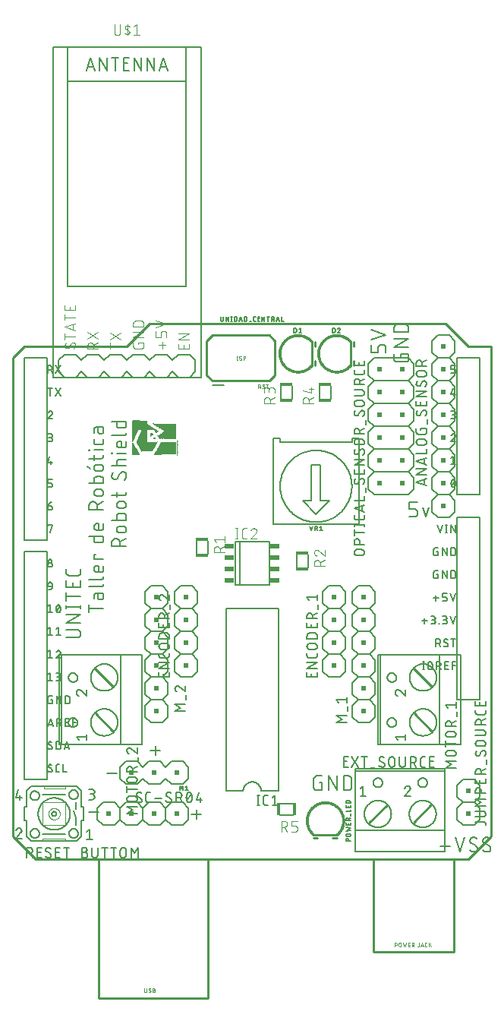
<source format=gbr>
G04 EAGLE Gerber RS-274X export*
G75*
%MOMM*%
%FSLAX34Y34*%
%LPD*%
%INSilkscreen Top*%
%IPPOS*%
%AMOC8*
5,1,8,0,0,1.08239X$1,22.5*%
G01*
%ADD10C,0.152400*%
%ADD11R,0.025400X1.397000*%
%ADD12R,0.025400X1.651000*%
%ADD13R,0.025400X0.812800*%
%ADD14R,0.025400X0.787400*%
%ADD15R,0.025400X0.762000*%
%ADD16R,0.025400X0.736600*%
%ADD17R,0.025400X0.711200*%
%ADD18R,0.025400X0.685800*%
%ADD19R,0.025400X0.660400*%
%ADD20R,0.025400X0.635000*%
%ADD21R,0.025400X0.609600*%
%ADD22R,0.025400X0.584200*%
%ADD23R,0.025400X1.346200*%
%ADD24R,0.025400X1.320800*%
%ADD25R,0.025400X0.558800*%
%ADD26R,0.025400X1.270000*%
%ADD27R,0.025400X0.533400*%
%ADD28R,0.025400X1.219200*%
%ADD29R,0.025400X1.193800*%
%ADD30R,0.025400X0.508000*%
%ADD31R,0.025400X1.143000*%
%ADD32R,0.025400X1.092200*%
%ADD33R,0.025400X0.482600*%
%ADD34R,0.025400X1.066800*%
%ADD35R,0.025400X0.457200*%
%ADD36R,0.025400X1.016000*%
%ADD37R,0.025400X0.965200*%
%ADD38R,0.025400X0.381000*%
%ADD39R,0.025400X0.431800*%
%ADD40R,0.025400X0.939800*%
%ADD41R,0.025400X0.330200*%
%ADD42R,0.025400X0.406400*%
%ADD43R,0.025400X0.889000*%
%ADD44R,0.025400X0.279400*%
%ADD45R,0.025400X0.838200*%
%ADD46R,0.025400X0.203200*%
%ADD47R,0.025400X0.127000*%
%ADD48R,0.025400X0.025400*%
%ADD49R,0.025400X0.101600*%
%ADD50R,0.025400X0.050800*%
%ADD51R,0.025400X0.355600*%
%ADD52R,0.025400X0.076200*%
%ADD53R,0.025400X0.152400*%
%ADD54R,0.025400X0.304800*%
%ADD55R,0.025400X0.177800*%
%ADD56R,0.025400X0.228600*%
%ADD57R,0.025400X0.254000*%
%ADD58R,0.025400X0.990600*%
%ADD59R,0.025400X3.429000*%
%ADD60R,0.025400X2.311400*%
%ADD61R,0.025400X2.235200*%
%ADD62R,0.025400X2.133600*%
%ADD63R,0.025400X2.006600*%
%ADD64R,0.025400X1.905000*%
%ADD65R,0.025400X1.041400*%
%ADD66R,0.025400X1.803400*%
%ADD67R,0.025400X1.701800*%
%ADD68R,0.025400X1.600200*%
%ADD69R,0.025400X1.498600*%
%ADD70R,0.025400X1.295400*%
%ADD71R,0.025400X0.863600*%
%ADD72R,0.025400X1.244600*%
%ADD73R,0.025400X1.371600*%
%ADD74R,0.025400X1.422400*%
%ADD75R,0.025400X1.473200*%
%ADD76R,0.025400X1.549400*%
%ADD77R,0.025400X1.752600*%
%ADD78R,0.025400X0.914400*%
%ADD79R,0.025400X1.828800*%
%ADD80R,0.025400X1.879600*%
%ADD81R,0.025400X1.930400*%
%ADD82R,0.025400X1.981200*%
%ADD83R,0.025400X2.057400*%
%ADD84R,0.025400X2.108200*%
%ADD85R,0.025400X2.159000*%
%ADD86R,0.025400X2.209800*%
%ADD87R,0.025400X2.260600*%
%ADD88R,0.025400X2.336800*%
%ADD89R,0.025400X2.387600*%
%ADD90C,0.000000*%
%ADD91C,0.254000*%
%ADD92C,0.127000*%
%ADD93C,0.076200*%
%ADD94C,0.203200*%
%ADD95R,0.508000X0.508000*%
%ADD96C,0.050800*%
%ADD97R,1.422400X0.355600*%
%ADD98C,0.101600*%
%ADD99C,0.025400*%
%ADD100R,0.355600X1.422400*%
%ADD101R,1.100000X0.490000*%


D10*
X428498Y564642D02*
X428498Y570061D01*
X428496Y570179D01*
X428490Y570297D01*
X428481Y570415D01*
X428467Y570532D01*
X428450Y570649D01*
X428429Y570766D01*
X428404Y570881D01*
X428375Y570996D01*
X428342Y571110D01*
X428306Y571222D01*
X428266Y571333D01*
X428223Y571443D01*
X428176Y571552D01*
X428126Y571659D01*
X428071Y571764D01*
X428014Y571867D01*
X427953Y571968D01*
X427889Y572068D01*
X427822Y572165D01*
X427752Y572260D01*
X427678Y572352D01*
X427602Y572443D01*
X427522Y572530D01*
X427440Y572615D01*
X427355Y572697D01*
X427268Y572777D01*
X427177Y572853D01*
X427085Y572927D01*
X426990Y572997D01*
X426893Y573064D01*
X426793Y573128D01*
X426692Y573189D01*
X426589Y573246D01*
X426484Y573301D01*
X426377Y573351D01*
X426268Y573398D01*
X426158Y573441D01*
X426047Y573481D01*
X425935Y573517D01*
X425821Y573550D01*
X425706Y573579D01*
X425591Y573604D01*
X425474Y573625D01*
X425357Y573642D01*
X425240Y573656D01*
X425122Y573665D01*
X425004Y573671D01*
X424886Y573673D01*
X423079Y573673D01*
X422961Y573671D01*
X422843Y573665D01*
X422725Y573656D01*
X422608Y573642D01*
X422491Y573625D01*
X422374Y573604D01*
X422259Y573579D01*
X422144Y573550D01*
X422030Y573517D01*
X421918Y573481D01*
X421807Y573441D01*
X421697Y573398D01*
X421588Y573351D01*
X421481Y573301D01*
X421376Y573246D01*
X421273Y573189D01*
X421172Y573128D01*
X421072Y573064D01*
X420975Y572997D01*
X420880Y572927D01*
X420788Y572853D01*
X420697Y572777D01*
X420610Y572697D01*
X420525Y572615D01*
X420443Y572530D01*
X420363Y572443D01*
X420287Y572352D01*
X420213Y572260D01*
X420143Y572165D01*
X420076Y572068D01*
X420012Y571968D01*
X419951Y571867D01*
X419894Y571764D01*
X419839Y571659D01*
X419789Y571552D01*
X419742Y571443D01*
X419699Y571333D01*
X419659Y571222D01*
X419623Y571110D01*
X419590Y570996D01*
X419561Y570881D01*
X419536Y570766D01*
X419515Y570649D01*
X419498Y570532D01*
X419484Y570415D01*
X419475Y570297D01*
X419469Y570179D01*
X419467Y570061D01*
X419467Y564642D01*
X412242Y564642D01*
X412242Y573673D01*
X412242Y579370D02*
X428498Y584789D01*
X412242Y590207D01*
X444867Y563513D02*
X444867Y560804D01*
X444867Y563513D02*
X453898Y563513D01*
X453898Y558094D01*
X453896Y557976D01*
X453890Y557858D01*
X453881Y557740D01*
X453867Y557623D01*
X453850Y557506D01*
X453829Y557389D01*
X453804Y557274D01*
X453775Y557159D01*
X453742Y557045D01*
X453706Y556933D01*
X453666Y556822D01*
X453623Y556712D01*
X453576Y556603D01*
X453526Y556496D01*
X453471Y556391D01*
X453414Y556288D01*
X453353Y556187D01*
X453289Y556087D01*
X453222Y555990D01*
X453152Y555895D01*
X453078Y555803D01*
X453002Y555712D01*
X452922Y555625D01*
X452840Y555540D01*
X452755Y555458D01*
X452668Y555378D01*
X452577Y555302D01*
X452485Y555228D01*
X452390Y555158D01*
X452293Y555091D01*
X452193Y555027D01*
X452092Y554966D01*
X451989Y554909D01*
X451884Y554854D01*
X451777Y554804D01*
X451668Y554757D01*
X451558Y554714D01*
X451447Y554674D01*
X451335Y554638D01*
X451221Y554605D01*
X451106Y554576D01*
X450991Y554551D01*
X450874Y554530D01*
X450757Y554513D01*
X450640Y554499D01*
X450522Y554490D01*
X450404Y554484D01*
X450286Y554482D01*
X441254Y554482D01*
X441136Y554484D01*
X441018Y554490D01*
X440900Y554499D01*
X440782Y554513D01*
X440665Y554530D01*
X440549Y554551D01*
X440434Y554576D01*
X440319Y554605D01*
X440205Y554638D01*
X440093Y554674D01*
X439981Y554714D01*
X439871Y554757D01*
X439763Y554804D01*
X439656Y554855D01*
X439551Y554909D01*
X439448Y554966D01*
X439346Y555027D01*
X439247Y555091D01*
X439150Y555158D01*
X439055Y555229D01*
X438962Y555302D01*
X438872Y555379D01*
X438784Y555458D01*
X438699Y555540D01*
X438617Y555625D01*
X438538Y555713D01*
X438461Y555803D01*
X438388Y555896D01*
X438317Y555990D01*
X438250Y556088D01*
X438186Y556187D01*
X438125Y556288D01*
X438068Y556392D01*
X438014Y556497D01*
X437963Y556604D01*
X437916Y556712D01*
X437873Y556822D01*
X437833Y556934D01*
X437797Y557046D01*
X437764Y557160D01*
X437735Y557275D01*
X437710Y557390D01*
X437689Y557506D01*
X437672Y557623D01*
X437658Y557741D01*
X437649Y557859D01*
X437643Y557977D01*
X437641Y558095D01*
X437642Y558094D02*
X437642Y563513D01*
X437642Y571155D02*
X453898Y571155D01*
X453898Y580186D02*
X437642Y571155D01*
X437642Y580186D02*
X453898Y580186D01*
X453898Y587829D02*
X437642Y587829D01*
X437642Y592344D01*
X437644Y592475D01*
X437650Y592607D01*
X437659Y592738D01*
X437673Y592868D01*
X437690Y592999D01*
X437711Y593128D01*
X437735Y593257D01*
X437764Y593385D01*
X437796Y593513D01*
X437832Y593639D01*
X437871Y593764D01*
X437914Y593889D01*
X437961Y594011D01*
X438011Y594133D01*
X438065Y594253D01*
X438122Y594371D01*
X438183Y594487D01*
X438247Y594602D01*
X438314Y594715D01*
X438385Y594826D01*
X438459Y594934D01*
X438536Y595041D01*
X438616Y595145D01*
X438699Y595247D01*
X438784Y595346D01*
X438873Y595443D01*
X438965Y595537D01*
X439059Y595629D01*
X439156Y595718D01*
X439255Y595803D01*
X439357Y595886D01*
X439461Y595966D01*
X439568Y596043D01*
X439676Y596117D01*
X439787Y596188D01*
X439900Y596255D01*
X440015Y596319D01*
X440131Y596380D01*
X440249Y596437D01*
X440369Y596491D01*
X440491Y596541D01*
X440613Y596588D01*
X440738Y596631D01*
X440863Y596670D01*
X440989Y596706D01*
X441117Y596738D01*
X441245Y596767D01*
X441374Y596791D01*
X441503Y596812D01*
X441634Y596829D01*
X441764Y596843D01*
X441895Y596852D01*
X442027Y596858D01*
X442158Y596860D01*
X449382Y596860D01*
X449513Y596858D01*
X449645Y596852D01*
X449776Y596843D01*
X449906Y596829D01*
X450037Y596812D01*
X450166Y596791D01*
X450295Y596767D01*
X450423Y596738D01*
X450551Y596706D01*
X450677Y596670D01*
X450802Y596631D01*
X450927Y596588D01*
X451049Y596541D01*
X451171Y596491D01*
X451291Y596437D01*
X451409Y596380D01*
X451525Y596319D01*
X451640Y596255D01*
X451753Y596188D01*
X451864Y596117D01*
X451972Y596043D01*
X452079Y595966D01*
X452183Y595886D01*
X452285Y595803D01*
X452384Y595718D01*
X452481Y595629D01*
X452575Y595537D01*
X452667Y595443D01*
X452756Y595346D01*
X452841Y595247D01*
X452924Y595145D01*
X453004Y595041D01*
X453081Y594934D01*
X453155Y594826D01*
X453226Y594715D01*
X453293Y594602D01*
X453357Y594487D01*
X453418Y594371D01*
X453475Y594253D01*
X453529Y594133D01*
X453579Y594011D01*
X453626Y593889D01*
X453669Y593764D01*
X453708Y593639D01*
X453744Y593513D01*
X453776Y593385D01*
X453805Y593257D01*
X453829Y593128D01*
X453850Y592998D01*
X453867Y592868D01*
X453881Y592738D01*
X453890Y592607D01*
X453896Y592475D01*
X453898Y592344D01*
X453898Y587829D01*
X454562Y381762D02*
X459981Y381762D01*
X460099Y381764D01*
X460217Y381770D01*
X460335Y381779D01*
X460452Y381793D01*
X460569Y381810D01*
X460686Y381831D01*
X460801Y381856D01*
X460916Y381885D01*
X461030Y381918D01*
X461142Y381954D01*
X461253Y381994D01*
X461363Y382037D01*
X461472Y382084D01*
X461579Y382134D01*
X461684Y382189D01*
X461787Y382246D01*
X461888Y382307D01*
X461988Y382371D01*
X462085Y382438D01*
X462180Y382508D01*
X462272Y382582D01*
X462363Y382658D01*
X462450Y382738D01*
X462535Y382820D01*
X462617Y382905D01*
X462697Y382992D01*
X462773Y383083D01*
X462847Y383175D01*
X462917Y383270D01*
X462984Y383367D01*
X463048Y383467D01*
X463109Y383568D01*
X463166Y383671D01*
X463221Y383776D01*
X463271Y383883D01*
X463318Y383992D01*
X463361Y384102D01*
X463401Y384213D01*
X463437Y384325D01*
X463470Y384439D01*
X463499Y384554D01*
X463524Y384669D01*
X463545Y384786D01*
X463562Y384903D01*
X463576Y385020D01*
X463585Y385138D01*
X463591Y385256D01*
X463593Y385374D01*
X463593Y387181D01*
X463591Y387299D01*
X463585Y387417D01*
X463576Y387535D01*
X463562Y387652D01*
X463545Y387769D01*
X463524Y387886D01*
X463499Y388001D01*
X463470Y388116D01*
X463437Y388230D01*
X463401Y388342D01*
X463361Y388453D01*
X463318Y388563D01*
X463271Y388672D01*
X463221Y388779D01*
X463166Y388884D01*
X463109Y388987D01*
X463048Y389088D01*
X462984Y389188D01*
X462917Y389285D01*
X462847Y389380D01*
X462773Y389472D01*
X462697Y389563D01*
X462617Y389650D01*
X462535Y389735D01*
X462450Y389817D01*
X462363Y389897D01*
X462272Y389973D01*
X462180Y390047D01*
X462085Y390117D01*
X461988Y390184D01*
X461888Y390248D01*
X461787Y390309D01*
X461684Y390366D01*
X461579Y390421D01*
X461472Y390471D01*
X461363Y390518D01*
X461253Y390561D01*
X461142Y390601D01*
X461030Y390637D01*
X460916Y390670D01*
X460801Y390699D01*
X460686Y390724D01*
X460569Y390745D01*
X460452Y390762D01*
X460335Y390776D01*
X460217Y390785D01*
X460099Y390791D01*
X459981Y390793D01*
X454562Y390793D01*
X454562Y398018D01*
X463593Y398018D01*
X469533Y392599D02*
X473146Y381762D01*
X476758Y392599D01*
X357051Y85993D02*
X354342Y85993D01*
X357051Y85993D02*
X357051Y76962D01*
X351633Y76962D01*
X351515Y76964D01*
X351397Y76970D01*
X351279Y76979D01*
X351162Y76993D01*
X351045Y77010D01*
X350928Y77031D01*
X350813Y77056D01*
X350698Y77085D01*
X350584Y77118D01*
X350472Y77154D01*
X350361Y77194D01*
X350251Y77237D01*
X350142Y77284D01*
X350035Y77334D01*
X349930Y77389D01*
X349827Y77446D01*
X349726Y77507D01*
X349626Y77571D01*
X349529Y77638D01*
X349434Y77708D01*
X349342Y77782D01*
X349251Y77858D01*
X349164Y77938D01*
X349079Y78020D01*
X348997Y78105D01*
X348917Y78192D01*
X348841Y78283D01*
X348767Y78375D01*
X348697Y78470D01*
X348630Y78567D01*
X348566Y78667D01*
X348505Y78768D01*
X348448Y78871D01*
X348393Y78976D01*
X348343Y79083D01*
X348296Y79192D01*
X348253Y79302D01*
X348213Y79413D01*
X348177Y79525D01*
X348144Y79639D01*
X348115Y79754D01*
X348090Y79869D01*
X348069Y79986D01*
X348052Y80103D01*
X348038Y80220D01*
X348029Y80338D01*
X348023Y80456D01*
X348021Y80574D01*
X348020Y80574D02*
X348020Y89606D01*
X348021Y89606D02*
X348023Y89724D01*
X348029Y89842D01*
X348038Y89960D01*
X348052Y90077D01*
X348069Y90194D01*
X348090Y90311D01*
X348115Y90426D01*
X348144Y90541D01*
X348177Y90655D01*
X348213Y90767D01*
X348253Y90878D01*
X348296Y90988D01*
X348343Y91097D01*
X348393Y91204D01*
X348447Y91309D01*
X348505Y91412D01*
X348566Y91513D01*
X348630Y91613D01*
X348697Y91710D01*
X348767Y91805D01*
X348841Y91897D01*
X348917Y91988D01*
X348997Y92075D01*
X349079Y92160D01*
X349164Y92242D01*
X349251Y92322D01*
X349342Y92398D01*
X349434Y92472D01*
X349529Y92542D01*
X349626Y92609D01*
X349726Y92673D01*
X349827Y92734D01*
X349930Y92791D01*
X350035Y92845D01*
X350142Y92896D01*
X350251Y92943D01*
X350361Y92986D01*
X350472Y93026D01*
X350584Y93062D01*
X350698Y93095D01*
X350813Y93124D01*
X350928Y93149D01*
X351045Y93170D01*
X351162Y93187D01*
X351279Y93201D01*
X351397Y93210D01*
X351515Y93216D01*
X351633Y93218D01*
X357051Y93218D01*
X364694Y93218D02*
X364694Y76962D01*
X373725Y76962D02*
X364694Y93218D01*
X373725Y93218D02*
X373725Y76962D01*
X381367Y76962D02*
X381367Y93218D01*
X385882Y93218D01*
X386013Y93216D01*
X386145Y93210D01*
X386276Y93201D01*
X386406Y93187D01*
X386537Y93170D01*
X386666Y93149D01*
X386795Y93125D01*
X386923Y93096D01*
X387051Y93064D01*
X387177Y93028D01*
X387302Y92989D01*
X387427Y92946D01*
X387549Y92899D01*
X387671Y92849D01*
X387791Y92795D01*
X387909Y92738D01*
X388025Y92677D01*
X388140Y92613D01*
X388253Y92546D01*
X388364Y92475D01*
X388472Y92401D01*
X388579Y92324D01*
X388683Y92244D01*
X388785Y92161D01*
X388884Y92076D01*
X388981Y91987D01*
X389075Y91895D01*
X389167Y91801D01*
X389256Y91704D01*
X389341Y91605D01*
X389424Y91503D01*
X389504Y91399D01*
X389581Y91292D01*
X389655Y91184D01*
X389726Y91073D01*
X389793Y90960D01*
X389857Y90845D01*
X389918Y90729D01*
X389975Y90611D01*
X390029Y90491D01*
X390079Y90369D01*
X390126Y90247D01*
X390169Y90122D01*
X390208Y89997D01*
X390244Y89871D01*
X390276Y89743D01*
X390305Y89615D01*
X390329Y89486D01*
X390350Y89357D01*
X390367Y89226D01*
X390381Y89096D01*
X390390Y88965D01*
X390396Y88833D01*
X390398Y88702D01*
X390398Y81478D01*
X390396Y81347D01*
X390390Y81215D01*
X390381Y81084D01*
X390367Y80954D01*
X390350Y80823D01*
X390329Y80694D01*
X390305Y80565D01*
X390276Y80437D01*
X390244Y80309D01*
X390208Y80183D01*
X390169Y80058D01*
X390126Y79933D01*
X390079Y79811D01*
X390029Y79689D01*
X389975Y79569D01*
X389918Y79451D01*
X389857Y79335D01*
X389793Y79220D01*
X389726Y79107D01*
X389655Y78996D01*
X389581Y78888D01*
X389504Y78781D01*
X389424Y78677D01*
X389341Y78575D01*
X389256Y78476D01*
X389167Y78379D01*
X389075Y78285D01*
X388981Y78193D01*
X388884Y78104D01*
X388785Y78019D01*
X388683Y77936D01*
X388579Y77856D01*
X388472Y77779D01*
X388364Y77705D01*
X388253Y77634D01*
X388140Y77567D01*
X388025Y77503D01*
X387909Y77442D01*
X387791Y77385D01*
X387671Y77331D01*
X387549Y77281D01*
X387427Y77234D01*
X387302Y77191D01*
X387177Y77152D01*
X387051Y77116D01*
X386923Y77084D01*
X386795Y77055D01*
X386666Y77031D01*
X386536Y77010D01*
X386406Y76993D01*
X386276Y76979D01*
X386145Y76970D01*
X386013Y76964D01*
X385882Y76962D01*
X381367Y76962D01*
X489031Y14704D02*
X499868Y14704D01*
X494450Y9285D02*
X494450Y20122D01*
X505704Y24638D02*
X511123Y8382D01*
X516542Y24638D01*
X530748Y11994D02*
X530746Y11876D01*
X530740Y11758D01*
X530731Y11640D01*
X530717Y11523D01*
X530700Y11406D01*
X530679Y11289D01*
X530654Y11174D01*
X530625Y11059D01*
X530592Y10945D01*
X530556Y10833D01*
X530516Y10722D01*
X530473Y10612D01*
X530426Y10503D01*
X530376Y10396D01*
X530321Y10291D01*
X530264Y10188D01*
X530203Y10087D01*
X530139Y9987D01*
X530072Y9890D01*
X530002Y9795D01*
X529928Y9703D01*
X529852Y9612D01*
X529772Y9525D01*
X529690Y9440D01*
X529605Y9358D01*
X529518Y9278D01*
X529427Y9202D01*
X529335Y9128D01*
X529240Y9058D01*
X529143Y8991D01*
X529043Y8927D01*
X528942Y8866D01*
X528839Y8809D01*
X528734Y8754D01*
X528627Y8704D01*
X528518Y8657D01*
X528408Y8614D01*
X528297Y8574D01*
X528185Y8538D01*
X528071Y8505D01*
X527956Y8476D01*
X527841Y8451D01*
X527724Y8430D01*
X527607Y8413D01*
X527490Y8399D01*
X527372Y8390D01*
X527254Y8384D01*
X527136Y8382D01*
X526953Y8384D01*
X526771Y8391D01*
X526589Y8402D01*
X526407Y8417D01*
X526225Y8437D01*
X526044Y8460D01*
X525864Y8489D01*
X525684Y8521D01*
X525505Y8558D01*
X525328Y8599D01*
X525151Y8645D01*
X524975Y8694D01*
X524801Y8748D01*
X524627Y8806D01*
X524456Y8868D01*
X524286Y8934D01*
X524117Y9005D01*
X523950Y9079D01*
X523785Y9157D01*
X523622Y9239D01*
X523461Y9325D01*
X523302Y9415D01*
X523145Y9509D01*
X522991Y9606D01*
X522839Y9707D01*
X522689Y9812D01*
X522542Y9920D01*
X522398Y10031D01*
X522256Y10146D01*
X522117Y10265D01*
X521981Y10387D01*
X521848Y10512D01*
X521718Y10640D01*
X522170Y21026D02*
X522172Y21144D01*
X522178Y21262D01*
X522187Y21380D01*
X522201Y21497D01*
X522218Y21614D01*
X522239Y21731D01*
X522264Y21846D01*
X522293Y21961D01*
X522326Y22075D01*
X522362Y22187D01*
X522402Y22298D01*
X522445Y22408D01*
X522492Y22517D01*
X522542Y22624D01*
X522597Y22729D01*
X522654Y22832D01*
X522715Y22933D01*
X522779Y23033D01*
X522846Y23130D01*
X522916Y23225D01*
X522990Y23317D01*
X523066Y23408D01*
X523146Y23495D01*
X523228Y23580D01*
X523313Y23662D01*
X523400Y23742D01*
X523491Y23818D01*
X523583Y23892D01*
X523678Y23962D01*
X523775Y24029D01*
X523875Y24093D01*
X523976Y24154D01*
X524079Y24212D01*
X524184Y24266D01*
X524291Y24316D01*
X524400Y24363D01*
X524510Y24407D01*
X524621Y24446D01*
X524734Y24482D01*
X524847Y24515D01*
X524962Y24544D01*
X525077Y24569D01*
X525194Y24590D01*
X525311Y24607D01*
X525428Y24621D01*
X525546Y24630D01*
X525664Y24636D01*
X525782Y24638D01*
X525943Y24636D01*
X526105Y24630D01*
X526266Y24621D01*
X526427Y24607D01*
X526587Y24590D01*
X526747Y24569D01*
X526907Y24544D01*
X527066Y24515D01*
X527224Y24483D01*
X527381Y24447D01*
X527537Y24407D01*
X527693Y24363D01*
X527847Y24315D01*
X528000Y24264D01*
X528152Y24210D01*
X528303Y24151D01*
X528452Y24090D01*
X528599Y24024D01*
X528745Y23955D01*
X528890Y23883D01*
X529032Y23807D01*
X529173Y23728D01*
X529312Y23646D01*
X529448Y23560D01*
X529583Y23471D01*
X529716Y23379D01*
X529846Y23283D01*
X523975Y17865D02*
X523874Y17927D01*
X523774Y17992D01*
X523677Y18061D01*
X523582Y18133D01*
X523489Y18207D01*
X523399Y18285D01*
X523311Y18366D01*
X523226Y18449D01*
X523144Y18535D01*
X523065Y18624D01*
X522988Y18715D01*
X522915Y18809D01*
X522844Y18905D01*
X522777Y19003D01*
X522713Y19103D01*
X522652Y19206D01*
X522595Y19310D01*
X522541Y19416D01*
X522491Y19524D01*
X522444Y19633D01*
X522400Y19744D01*
X522360Y19856D01*
X522324Y19970D01*
X522292Y20084D01*
X522263Y20200D01*
X522238Y20316D01*
X522217Y20433D01*
X522200Y20551D01*
X522186Y20669D01*
X522177Y20788D01*
X522171Y20907D01*
X522169Y21026D01*
X528943Y15155D02*
X529044Y15093D01*
X529144Y15028D01*
X529241Y14959D01*
X529336Y14887D01*
X529429Y14813D01*
X529519Y14735D01*
X529607Y14654D01*
X529692Y14571D01*
X529774Y14485D01*
X529853Y14396D01*
X529930Y14305D01*
X530003Y14211D01*
X530074Y14115D01*
X530141Y14017D01*
X530205Y13917D01*
X530266Y13814D01*
X530323Y13710D01*
X530377Y13604D01*
X530427Y13496D01*
X530474Y13387D01*
X530518Y13276D01*
X530558Y13164D01*
X530594Y13050D01*
X530626Y12936D01*
X530655Y12820D01*
X530680Y12704D01*
X530701Y12587D01*
X530718Y12469D01*
X530732Y12351D01*
X530741Y12232D01*
X530747Y12113D01*
X530749Y11994D01*
X528943Y15155D02*
X523976Y17865D01*
X541726Y8382D02*
X541844Y8384D01*
X541962Y8390D01*
X542080Y8399D01*
X542197Y8413D01*
X542314Y8430D01*
X542431Y8451D01*
X542546Y8476D01*
X542661Y8505D01*
X542775Y8538D01*
X542887Y8574D01*
X542998Y8614D01*
X543108Y8657D01*
X543217Y8704D01*
X543324Y8754D01*
X543429Y8809D01*
X543532Y8866D01*
X543633Y8927D01*
X543733Y8991D01*
X543830Y9058D01*
X543925Y9128D01*
X544017Y9202D01*
X544108Y9278D01*
X544195Y9358D01*
X544280Y9440D01*
X544362Y9525D01*
X544442Y9612D01*
X544518Y9703D01*
X544592Y9795D01*
X544662Y9890D01*
X544729Y9987D01*
X544793Y10087D01*
X544854Y10188D01*
X544911Y10291D01*
X544966Y10396D01*
X545016Y10503D01*
X545063Y10612D01*
X545106Y10722D01*
X545146Y10833D01*
X545182Y10945D01*
X545215Y11059D01*
X545244Y11174D01*
X545269Y11289D01*
X545290Y11406D01*
X545307Y11523D01*
X545321Y11640D01*
X545330Y11758D01*
X545336Y11876D01*
X545338Y11994D01*
X541726Y8382D02*
X541543Y8384D01*
X541361Y8391D01*
X541179Y8402D01*
X540997Y8417D01*
X540815Y8437D01*
X540634Y8460D01*
X540454Y8489D01*
X540274Y8521D01*
X540095Y8558D01*
X539918Y8599D01*
X539741Y8645D01*
X539565Y8694D01*
X539391Y8748D01*
X539217Y8806D01*
X539046Y8868D01*
X538876Y8934D01*
X538707Y9005D01*
X538540Y9079D01*
X538375Y9157D01*
X538212Y9239D01*
X538051Y9325D01*
X537892Y9415D01*
X537735Y9509D01*
X537581Y9606D01*
X537429Y9707D01*
X537279Y9812D01*
X537132Y9920D01*
X536988Y10031D01*
X536846Y10146D01*
X536707Y10265D01*
X536571Y10387D01*
X536438Y10512D01*
X536308Y10640D01*
X536759Y21026D02*
X536761Y21144D01*
X536767Y21262D01*
X536776Y21380D01*
X536790Y21497D01*
X536807Y21614D01*
X536828Y21731D01*
X536853Y21846D01*
X536882Y21961D01*
X536915Y22075D01*
X536951Y22187D01*
X536991Y22298D01*
X537034Y22408D01*
X537081Y22517D01*
X537131Y22624D01*
X537186Y22729D01*
X537243Y22832D01*
X537304Y22933D01*
X537368Y23033D01*
X537435Y23130D01*
X537505Y23225D01*
X537579Y23317D01*
X537655Y23408D01*
X537735Y23495D01*
X537817Y23580D01*
X537902Y23662D01*
X537989Y23742D01*
X538080Y23818D01*
X538172Y23892D01*
X538267Y23962D01*
X538364Y24029D01*
X538464Y24093D01*
X538565Y24154D01*
X538668Y24212D01*
X538773Y24266D01*
X538880Y24316D01*
X538989Y24363D01*
X539099Y24407D01*
X539210Y24446D01*
X539323Y24482D01*
X539436Y24515D01*
X539551Y24544D01*
X539666Y24569D01*
X539783Y24590D01*
X539900Y24607D01*
X540017Y24621D01*
X540135Y24630D01*
X540253Y24636D01*
X540371Y24638D01*
X540532Y24636D01*
X540694Y24630D01*
X540855Y24621D01*
X541016Y24607D01*
X541176Y24590D01*
X541336Y24569D01*
X541496Y24544D01*
X541655Y24515D01*
X541813Y24483D01*
X541970Y24447D01*
X542126Y24407D01*
X542282Y24363D01*
X542436Y24315D01*
X542589Y24264D01*
X542741Y24210D01*
X542892Y24151D01*
X543041Y24090D01*
X543188Y24024D01*
X543334Y23955D01*
X543479Y23883D01*
X543621Y23807D01*
X543762Y23728D01*
X543901Y23646D01*
X544037Y23560D01*
X544172Y23471D01*
X544305Y23379D01*
X544435Y23283D01*
X538564Y17865D02*
X538463Y17927D01*
X538363Y17992D01*
X538266Y18061D01*
X538171Y18133D01*
X538078Y18207D01*
X537988Y18285D01*
X537900Y18366D01*
X537815Y18449D01*
X537733Y18535D01*
X537654Y18624D01*
X537577Y18715D01*
X537504Y18809D01*
X537433Y18905D01*
X537366Y19003D01*
X537302Y19103D01*
X537241Y19206D01*
X537184Y19310D01*
X537130Y19416D01*
X537080Y19524D01*
X537033Y19633D01*
X536989Y19744D01*
X536949Y19856D01*
X536913Y19970D01*
X536881Y20084D01*
X536852Y20200D01*
X536827Y20316D01*
X536806Y20433D01*
X536789Y20551D01*
X536775Y20669D01*
X536766Y20788D01*
X536760Y20907D01*
X536758Y21026D01*
X543532Y15155D02*
X543633Y15093D01*
X543733Y15028D01*
X543830Y14959D01*
X543925Y14887D01*
X544018Y14813D01*
X544108Y14735D01*
X544196Y14654D01*
X544281Y14571D01*
X544363Y14485D01*
X544442Y14396D01*
X544519Y14305D01*
X544592Y14211D01*
X544663Y14115D01*
X544730Y14017D01*
X544794Y13917D01*
X544855Y13814D01*
X544912Y13710D01*
X544966Y13604D01*
X545016Y13496D01*
X545063Y13387D01*
X545107Y13276D01*
X545147Y13164D01*
X545183Y13050D01*
X545215Y12936D01*
X545244Y12820D01*
X545269Y12704D01*
X545290Y12587D01*
X545307Y12469D01*
X545321Y12351D01*
X545330Y12232D01*
X545336Y12113D01*
X545338Y11994D01*
X543532Y15155D02*
X538565Y17865D01*
X222419Y50264D02*
X211582Y50264D01*
X217001Y55682D02*
X217001Y44845D01*
X108119Y52804D02*
X97282Y52804D01*
X117602Y95984D02*
X128439Y95984D01*
X165862Y121384D02*
X176699Y121384D01*
X171281Y115965D02*
X171281Y126802D01*
X83622Y247142D02*
X71882Y247142D01*
X83622Y247142D02*
X83755Y247144D01*
X83887Y247150D01*
X84019Y247160D01*
X84151Y247173D01*
X84283Y247191D01*
X84413Y247212D01*
X84544Y247237D01*
X84673Y247266D01*
X84801Y247299D01*
X84929Y247335D01*
X85055Y247375D01*
X85180Y247419D01*
X85304Y247467D01*
X85426Y247518D01*
X85547Y247573D01*
X85666Y247631D01*
X85784Y247693D01*
X85899Y247758D01*
X86013Y247827D01*
X86124Y247898D01*
X86233Y247974D01*
X86340Y248052D01*
X86445Y248133D01*
X86547Y248218D01*
X86647Y248305D01*
X86744Y248395D01*
X86839Y248488D01*
X86930Y248584D01*
X87019Y248682D01*
X87105Y248783D01*
X87188Y248887D01*
X87268Y248993D01*
X87344Y249101D01*
X87418Y249211D01*
X87488Y249324D01*
X87555Y249438D01*
X87618Y249555D01*
X87678Y249673D01*
X87735Y249793D01*
X87788Y249915D01*
X87837Y250038D01*
X87883Y250162D01*
X87925Y250288D01*
X87963Y250415D01*
X87998Y250543D01*
X88029Y250672D01*
X88056Y250801D01*
X88079Y250932D01*
X88099Y251063D01*
X88114Y251195D01*
X88126Y251327D01*
X88134Y251459D01*
X88138Y251592D01*
X88138Y251724D01*
X88134Y251857D01*
X88126Y251989D01*
X88114Y252121D01*
X88099Y252253D01*
X88079Y252384D01*
X88056Y252515D01*
X88029Y252644D01*
X87998Y252773D01*
X87963Y252901D01*
X87925Y253028D01*
X87883Y253154D01*
X87837Y253278D01*
X87788Y253401D01*
X87735Y253523D01*
X87678Y253643D01*
X87618Y253761D01*
X87555Y253878D01*
X87488Y253992D01*
X87418Y254105D01*
X87344Y254215D01*
X87268Y254323D01*
X87188Y254429D01*
X87105Y254533D01*
X87019Y254634D01*
X86930Y254732D01*
X86839Y254828D01*
X86744Y254921D01*
X86647Y255011D01*
X86547Y255098D01*
X86445Y255183D01*
X86340Y255264D01*
X86233Y255342D01*
X86124Y255418D01*
X86013Y255489D01*
X85899Y255558D01*
X85784Y255623D01*
X85666Y255685D01*
X85547Y255743D01*
X85426Y255798D01*
X85304Y255849D01*
X85180Y255897D01*
X85055Y255941D01*
X84929Y255981D01*
X84801Y256017D01*
X84673Y256050D01*
X84544Y256079D01*
X84413Y256104D01*
X84283Y256125D01*
X84151Y256143D01*
X84019Y256156D01*
X83887Y256166D01*
X83755Y256172D01*
X83622Y256174D01*
X83622Y256173D02*
X71882Y256173D01*
X71882Y263815D02*
X88138Y263815D01*
X88138Y272846D02*
X71882Y263815D01*
X71882Y272846D02*
X88138Y272846D01*
X88138Y281357D02*
X71882Y281357D01*
X88138Y279551D02*
X88138Y283163D01*
X71882Y283163D02*
X71882Y279551D01*
X71882Y292820D02*
X88138Y292820D01*
X71882Y288304D02*
X71882Y297335D01*
X88138Y303444D02*
X88138Y310669D01*
X88138Y303444D02*
X71882Y303444D01*
X71882Y310669D01*
X79107Y308863D02*
X79107Y303444D01*
X88138Y320013D02*
X88138Y323626D01*
X88138Y320013D02*
X88136Y319895D01*
X88130Y319777D01*
X88121Y319659D01*
X88107Y319542D01*
X88090Y319425D01*
X88069Y319308D01*
X88044Y319193D01*
X88015Y319078D01*
X87982Y318964D01*
X87946Y318852D01*
X87906Y318741D01*
X87863Y318631D01*
X87816Y318522D01*
X87766Y318415D01*
X87711Y318310D01*
X87654Y318207D01*
X87593Y318106D01*
X87529Y318006D01*
X87462Y317909D01*
X87392Y317814D01*
X87318Y317722D01*
X87242Y317631D01*
X87162Y317544D01*
X87080Y317459D01*
X86995Y317377D01*
X86908Y317297D01*
X86817Y317221D01*
X86725Y317147D01*
X86630Y317077D01*
X86533Y317010D01*
X86433Y316946D01*
X86332Y316885D01*
X86229Y316828D01*
X86124Y316773D01*
X86017Y316723D01*
X85908Y316676D01*
X85798Y316633D01*
X85687Y316593D01*
X85575Y316557D01*
X85461Y316524D01*
X85346Y316495D01*
X85231Y316470D01*
X85114Y316449D01*
X84997Y316432D01*
X84880Y316418D01*
X84762Y316409D01*
X84644Y316403D01*
X84526Y316401D01*
X75494Y316401D01*
X75494Y316400D02*
X75376Y316402D01*
X75258Y316408D01*
X75140Y316417D01*
X75022Y316431D01*
X74905Y316448D01*
X74789Y316469D01*
X74674Y316494D01*
X74559Y316523D01*
X74445Y316556D01*
X74333Y316592D01*
X74221Y316632D01*
X74111Y316675D01*
X74003Y316722D01*
X73896Y316773D01*
X73791Y316827D01*
X73688Y316884D01*
X73586Y316945D01*
X73487Y317009D01*
X73390Y317076D01*
X73295Y317147D01*
X73202Y317220D01*
X73112Y317297D01*
X73024Y317376D01*
X72939Y317458D01*
X72857Y317543D01*
X72778Y317631D01*
X72701Y317721D01*
X72628Y317814D01*
X72557Y317908D01*
X72490Y318006D01*
X72426Y318105D01*
X72365Y318206D01*
X72308Y318310D01*
X72254Y318415D01*
X72203Y318522D01*
X72156Y318630D01*
X72113Y318740D01*
X72073Y318852D01*
X72037Y318964D01*
X72004Y319078D01*
X71975Y319193D01*
X71950Y319308D01*
X71929Y319424D01*
X71912Y319541D01*
X71898Y319659D01*
X71889Y319777D01*
X71883Y319895D01*
X71881Y320013D01*
X71882Y320013D02*
X71882Y323626D01*
X97282Y279598D02*
X113538Y279598D01*
X97282Y275082D02*
X97282Y284113D01*
X107216Y292620D02*
X107216Y296684D01*
X107216Y292620D02*
X107218Y292508D01*
X107224Y292397D01*
X107234Y292286D01*
X107247Y292175D01*
X107265Y292065D01*
X107287Y291956D01*
X107312Y291847D01*
X107341Y291739D01*
X107374Y291633D01*
X107411Y291527D01*
X107451Y291423D01*
X107495Y291321D01*
X107543Y291220D01*
X107594Y291121D01*
X107649Y291023D01*
X107707Y290928D01*
X107768Y290835D01*
X107833Y290744D01*
X107901Y290655D01*
X107972Y290569D01*
X108045Y290486D01*
X108122Y290405D01*
X108202Y290326D01*
X108284Y290251D01*
X108369Y290179D01*
X108456Y290109D01*
X108546Y290043D01*
X108638Y289980D01*
X108733Y289920D01*
X108829Y289864D01*
X108927Y289811D01*
X109027Y289762D01*
X109129Y289716D01*
X109232Y289674D01*
X109337Y289635D01*
X109443Y289600D01*
X109550Y289569D01*
X109658Y289542D01*
X109767Y289518D01*
X109877Y289499D01*
X109987Y289483D01*
X110098Y289471D01*
X110210Y289463D01*
X110321Y289459D01*
X110433Y289459D01*
X110544Y289463D01*
X110656Y289471D01*
X110767Y289483D01*
X110877Y289499D01*
X110987Y289518D01*
X111096Y289542D01*
X111204Y289569D01*
X111311Y289600D01*
X111417Y289635D01*
X111522Y289674D01*
X111625Y289716D01*
X111727Y289762D01*
X111827Y289811D01*
X111925Y289864D01*
X112021Y289920D01*
X112116Y289980D01*
X112208Y290043D01*
X112298Y290109D01*
X112385Y290179D01*
X112470Y290251D01*
X112552Y290326D01*
X112632Y290405D01*
X112709Y290486D01*
X112782Y290569D01*
X112853Y290655D01*
X112921Y290744D01*
X112986Y290835D01*
X113047Y290928D01*
X113105Y291023D01*
X113160Y291121D01*
X113211Y291220D01*
X113259Y291321D01*
X113303Y291423D01*
X113343Y291527D01*
X113380Y291633D01*
X113413Y291739D01*
X113442Y291847D01*
X113467Y291956D01*
X113489Y292065D01*
X113507Y292175D01*
X113520Y292286D01*
X113530Y292397D01*
X113536Y292508D01*
X113538Y292620D01*
X113538Y296684D01*
X105410Y296684D01*
X105410Y296683D02*
X105309Y296681D01*
X105208Y296675D01*
X105107Y296666D01*
X105006Y296653D01*
X104906Y296636D01*
X104807Y296615D01*
X104709Y296591D01*
X104612Y296563D01*
X104515Y296531D01*
X104420Y296496D01*
X104327Y296457D01*
X104235Y296415D01*
X104144Y296369D01*
X104056Y296320D01*
X103969Y296268D01*
X103884Y296212D01*
X103801Y296154D01*
X103721Y296092D01*
X103643Y296027D01*
X103567Y295960D01*
X103494Y295890D01*
X103424Y295817D01*
X103357Y295741D01*
X103292Y295663D01*
X103230Y295583D01*
X103172Y295500D01*
X103116Y295415D01*
X103064Y295329D01*
X103015Y295240D01*
X102969Y295149D01*
X102927Y295057D01*
X102888Y294964D01*
X102853Y294869D01*
X102821Y294772D01*
X102793Y294675D01*
X102769Y294577D01*
X102748Y294478D01*
X102731Y294378D01*
X102718Y294277D01*
X102709Y294176D01*
X102703Y294075D01*
X102701Y293974D01*
X102701Y290362D01*
X97282Y303837D02*
X110829Y303837D01*
X110829Y303838D02*
X110930Y303840D01*
X111031Y303846D01*
X111132Y303855D01*
X111233Y303868D01*
X111333Y303885D01*
X111432Y303906D01*
X111530Y303930D01*
X111627Y303958D01*
X111724Y303990D01*
X111819Y304025D01*
X111912Y304064D01*
X112004Y304106D01*
X112095Y304152D01*
X112183Y304201D01*
X112270Y304253D01*
X112355Y304309D01*
X112438Y304367D01*
X112518Y304429D01*
X112596Y304494D01*
X112672Y304561D01*
X112745Y304631D01*
X112815Y304704D01*
X112882Y304780D01*
X112947Y304858D01*
X113009Y304938D01*
X113067Y305021D01*
X113123Y305106D01*
X113175Y305193D01*
X113224Y305281D01*
X113270Y305372D01*
X113312Y305464D01*
X113351Y305557D01*
X113386Y305652D01*
X113418Y305749D01*
X113446Y305846D01*
X113470Y305944D01*
X113491Y306043D01*
X113508Y306143D01*
X113521Y306244D01*
X113530Y306345D01*
X113536Y306446D01*
X113538Y306547D01*
X110829Y312174D02*
X97282Y312174D01*
X110829Y312174D02*
X110930Y312176D01*
X111031Y312182D01*
X111132Y312191D01*
X111233Y312204D01*
X111333Y312221D01*
X111432Y312242D01*
X111530Y312266D01*
X111627Y312294D01*
X111724Y312326D01*
X111819Y312361D01*
X111912Y312400D01*
X112004Y312442D01*
X112095Y312488D01*
X112183Y312537D01*
X112270Y312589D01*
X112355Y312645D01*
X112438Y312703D01*
X112518Y312765D01*
X112596Y312830D01*
X112672Y312897D01*
X112745Y312967D01*
X112815Y313040D01*
X112882Y313116D01*
X112947Y313194D01*
X113009Y313274D01*
X113067Y313357D01*
X113123Y313442D01*
X113175Y313529D01*
X113224Y313617D01*
X113270Y313708D01*
X113312Y313800D01*
X113351Y313893D01*
X113386Y313988D01*
X113418Y314085D01*
X113446Y314182D01*
X113470Y314280D01*
X113491Y314379D01*
X113508Y314479D01*
X113521Y314580D01*
X113530Y314681D01*
X113536Y314782D01*
X113538Y314883D01*
X113538Y322983D02*
X113538Y327498D01*
X113538Y322983D02*
X113536Y322882D01*
X113530Y322781D01*
X113521Y322680D01*
X113508Y322579D01*
X113491Y322479D01*
X113470Y322380D01*
X113446Y322282D01*
X113418Y322185D01*
X113386Y322088D01*
X113351Y321993D01*
X113312Y321900D01*
X113270Y321808D01*
X113224Y321717D01*
X113175Y321629D01*
X113123Y321542D01*
X113067Y321457D01*
X113009Y321374D01*
X112947Y321294D01*
X112882Y321216D01*
X112815Y321140D01*
X112745Y321067D01*
X112672Y320997D01*
X112596Y320930D01*
X112518Y320865D01*
X112438Y320803D01*
X112355Y320745D01*
X112270Y320689D01*
X112183Y320637D01*
X112095Y320588D01*
X112004Y320542D01*
X111912Y320500D01*
X111819Y320461D01*
X111724Y320426D01*
X111627Y320394D01*
X111530Y320366D01*
X111432Y320342D01*
X111333Y320321D01*
X111233Y320304D01*
X111132Y320291D01*
X111031Y320282D01*
X110930Y320276D01*
X110829Y320274D01*
X106313Y320274D01*
X106194Y320276D01*
X106074Y320282D01*
X105955Y320292D01*
X105837Y320306D01*
X105718Y320323D01*
X105601Y320345D01*
X105484Y320370D01*
X105369Y320400D01*
X105254Y320433D01*
X105140Y320470D01*
X105028Y320510D01*
X104917Y320555D01*
X104808Y320603D01*
X104700Y320654D01*
X104594Y320709D01*
X104490Y320768D01*
X104388Y320830D01*
X104288Y320895D01*
X104190Y320964D01*
X104094Y321036D01*
X104001Y321111D01*
X103911Y321188D01*
X103823Y321269D01*
X103738Y321353D01*
X103656Y321440D01*
X103576Y321529D01*
X103500Y321621D01*
X103426Y321715D01*
X103356Y321812D01*
X103289Y321910D01*
X103225Y322011D01*
X103165Y322115D01*
X103108Y322220D01*
X103055Y322327D01*
X103005Y322435D01*
X102959Y322545D01*
X102917Y322657D01*
X102878Y322770D01*
X102843Y322884D01*
X102812Y322999D01*
X102784Y323116D01*
X102761Y323233D01*
X102741Y323350D01*
X102725Y323469D01*
X102713Y323588D01*
X102705Y323707D01*
X102701Y323826D01*
X102701Y323946D01*
X102705Y324065D01*
X102713Y324184D01*
X102725Y324303D01*
X102741Y324422D01*
X102761Y324539D01*
X102784Y324656D01*
X102812Y324773D01*
X102843Y324888D01*
X102878Y325002D01*
X102917Y325115D01*
X102959Y325227D01*
X103005Y325337D01*
X103055Y325445D01*
X103108Y325552D01*
X103165Y325657D01*
X103225Y325761D01*
X103289Y325862D01*
X103356Y325960D01*
X103426Y326057D01*
X103500Y326151D01*
X103576Y326243D01*
X103656Y326332D01*
X103738Y326419D01*
X103823Y326503D01*
X103911Y326584D01*
X104001Y326661D01*
X104094Y326736D01*
X104190Y326808D01*
X104288Y326877D01*
X104388Y326942D01*
X104490Y327004D01*
X104594Y327063D01*
X104700Y327118D01*
X104808Y327169D01*
X104917Y327217D01*
X105028Y327262D01*
X105140Y327302D01*
X105254Y327339D01*
X105369Y327372D01*
X105484Y327402D01*
X105601Y327427D01*
X105718Y327449D01*
X105837Y327466D01*
X105955Y327480D01*
X106074Y327490D01*
X106194Y327496D01*
X106313Y327498D01*
X108119Y327498D01*
X108119Y320274D01*
X113538Y334427D02*
X102701Y334427D01*
X102701Y339845D01*
X104507Y339845D01*
X97282Y360251D02*
X113538Y360251D01*
X113538Y355735D01*
X113536Y355634D01*
X113530Y355533D01*
X113521Y355432D01*
X113508Y355331D01*
X113491Y355231D01*
X113470Y355132D01*
X113446Y355034D01*
X113418Y354937D01*
X113386Y354840D01*
X113351Y354745D01*
X113312Y354652D01*
X113270Y354560D01*
X113224Y354469D01*
X113175Y354381D01*
X113123Y354294D01*
X113067Y354209D01*
X113009Y354126D01*
X112947Y354046D01*
X112882Y353968D01*
X112815Y353892D01*
X112745Y353819D01*
X112672Y353749D01*
X112596Y353682D01*
X112518Y353617D01*
X112438Y353555D01*
X112355Y353497D01*
X112270Y353441D01*
X112183Y353389D01*
X112095Y353340D01*
X112004Y353294D01*
X111912Y353252D01*
X111819Y353213D01*
X111724Y353178D01*
X111627Y353146D01*
X111530Y353118D01*
X111432Y353094D01*
X111333Y353073D01*
X111233Y353056D01*
X111132Y353043D01*
X111031Y353034D01*
X110930Y353028D01*
X110829Y353026D01*
X105410Y353026D01*
X105309Y353028D01*
X105208Y353034D01*
X105107Y353043D01*
X105006Y353056D01*
X104906Y353073D01*
X104807Y353094D01*
X104709Y353118D01*
X104612Y353146D01*
X104515Y353178D01*
X104420Y353213D01*
X104327Y353252D01*
X104235Y353294D01*
X104144Y353340D01*
X104056Y353389D01*
X103969Y353441D01*
X103884Y353497D01*
X103801Y353555D01*
X103721Y353617D01*
X103643Y353682D01*
X103567Y353749D01*
X103494Y353819D01*
X103424Y353892D01*
X103357Y353968D01*
X103292Y354046D01*
X103230Y354126D01*
X103172Y354209D01*
X103116Y354294D01*
X103064Y354381D01*
X103015Y354469D01*
X102969Y354560D01*
X102927Y354652D01*
X102888Y354745D01*
X102853Y354840D01*
X102821Y354937D01*
X102793Y355034D01*
X102769Y355132D01*
X102748Y355231D01*
X102731Y355331D01*
X102718Y355432D01*
X102709Y355533D01*
X102703Y355634D01*
X102701Y355735D01*
X102701Y360251D01*
X113538Y369877D02*
X113538Y374392D01*
X113538Y369877D02*
X113536Y369776D01*
X113530Y369675D01*
X113521Y369574D01*
X113508Y369473D01*
X113491Y369373D01*
X113470Y369274D01*
X113446Y369176D01*
X113418Y369079D01*
X113386Y368982D01*
X113351Y368887D01*
X113312Y368794D01*
X113270Y368702D01*
X113224Y368611D01*
X113175Y368523D01*
X113123Y368436D01*
X113067Y368351D01*
X113009Y368268D01*
X112947Y368188D01*
X112882Y368110D01*
X112815Y368034D01*
X112745Y367961D01*
X112672Y367891D01*
X112596Y367824D01*
X112518Y367759D01*
X112438Y367697D01*
X112355Y367639D01*
X112270Y367583D01*
X112183Y367531D01*
X112095Y367482D01*
X112004Y367436D01*
X111912Y367394D01*
X111819Y367355D01*
X111724Y367320D01*
X111627Y367288D01*
X111530Y367260D01*
X111432Y367236D01*
X111333Y367215D01*
X111233Y367198D01*
X111132Y367185D01*
X111031Y367176D01*
X110930Y367170D01*
X110829Y367168D01*
X110829Y367167D02*
X106313Y367167D01*
X106313Y367168D02*
X106194Y367170D01*
X106074Y367176D01*
X105955Y367186D01*
X105837Y367200D01*
X105718Y367217D01*
X105601Y367239D01*
X105484Y367264D01*
X105369Y367294D01*
X105254Y367327D01*
X105140Y367364D01*
X105028Y367404D01*
X104917Y367449D01*
X104808Y367497D01*
X104700Y367548D01*
X104594Y367603D01*
X104490Y367662D01*
X104388Y367724D01*
X104288Y367789D01*
X104190Y367858D01*
X104094Y367930D01*
X104001Y368005D01*
X103911Y368082D01*
X103823Y368163D01*
X103738Y368247D01*
X103656Y368334D01*
X103576Y368423D01*
X103500Y368515D01*
X103426Y368609D01*
X103356Y368706D01*
X103289Y368804D01*
X103225Y368905D01*
X103165Y369009D01*
X103108Y369114D01*
X103055Y369221D01*
X103005Y369329D01*
X102959Y369439D01*
X102917Y369551D01*
X102878Y369664D01*
X102843Y369778D01*
X102812Y369893D01*
X102784Y370010D01*
X102761Y370127D01*
X102741Y370244D01*
X102725Y370363D01*
X102713Y370482D01*
X102705Y370601D01*
X102701Y370720D01*
X102701Y370840D01*
X102705Y370959D01*
X102713Y371078D01*
X102725Y371197D01*
X102741Y371316D01*
X102761Y371433D01*
X102784Y371550D01*
X102812Y371667D01*
X102843Y371782D01*
X102878Y371896D01*
X102917Y372009D01*
X102959Y372121D01*
X103005Y372231D01*
X103055Y372339D01*
X103108Y372446D01*
X103165Y372551D01*
X103225Y372655D01*
X103289Y372756D01*
X103356Y372854D01*
X103426Y372951D01*
X103500Y373045D01*
X103576Y373137D01*
X103656Y373226D01*
X103738Y373313D01*
X103823Y373397D01*
X103911Y373478D01*
X104001Y373555D01*
X104094Y373630D01*
X104190Y373702D01*
X104288Y373771D01*
X104388Y373836D01*
X104490Y373898D01*
X104594Y373957D01*
X104700Y374012D01*
X104808Y374063D01*
X104917Y374111D01*
X105028Y374156D01*
X105140Y374196D01*
X105254Y374233D01*
X105369Y374266D01*
X105484Y374296D01*
X105601Y374321D01*
X105718Y374343D01*
X105837Y374360D01*
X105955Y374374D01*
X106074Y374384D01*
X106194Y374390D01*
X106313Y374392D01*
X108119Y374392D01*
X108119Y367167D01*
X113538Y389803D02*
X97282Y389803D01*
X97282Y394318D01*
X97284Y394451D01*
X97290Y394583D01*
X97300Y394715D01*
X97313Y394847D01*
X97331Y394979D01*
X97352Y395109D01*
X97377Y395240D01*
X97406Y395369D01*
X97439Y395497D01*
X97475Y395625D01*
X97515Y395751D01*
X97559Y395876D01*
X97607Y396000D01*
X97658Y396122D01*
X97713Y396243D01*
X97771Y396362D01*
X97833Y396480D01*
X97898Y396595D01*
X97967Y396709D01*
X98038Y396820D01*
X98114Y396929D01*
X98192Y397036D01*
X98273Y397141D01*
X98358Y397243D01*
X98445Y397343D01*
X98535Y397440D01*
X98628Y397535D01*
X98724Y397626D01*
X98822Y397715D01*
X98923Y397801D01*
X99027Y397884D01*
X99133Y397964D01*
X99241Y398040D01*
X99351Y398114D01*
X99464Y398184D01*
X99578Y398251D01*
X99695Y398314D01*
X99813Y398374D01*
X99933Y398431D01*
X100055Y398484D01*
X100178Y398533D01*
X100302Y398579D01*
X100428Y398621D01*
X100555Y398659D01*
X100683Y398694D01*
X100812Y398725D01*
X100941Y398752D01*
X101072Y398775D01*
X101203Y398795D01*
X101335Y398810D01*
X101467Y398822D01*
X101599Y398830D01*
X101732Y398834D01*
X101864Y398834D01*
X101997Y398830D01*
X102129Y398822D01*
X102261Y398810D01*
X102393Y398795D01*
X102524Y398775D01*
X102655Y398752D01*
X102784Y398725D01*
X102913Y398694D01*
X103041Y398659D01*
X103168Y398621D01*
X103294Y398579D01*
X103418Y398533D01*
X103541Y398484D01*
X103663Y398431D01*
X103783Y398374D01*
X103901Y398314D01*
X104018Y398251D01*
X104132Y398184D01*
X104245Y398114D01*
X104355Y398040D01*
X104463Y397964D01*
X104569Y397884D01*
X104673Y397801D01*
X104774Y397715D01*
X104872Y397626D01*
X104968Y397535D01*
X105061Y397440D01*
X105151Y397343D01*
X105238Y397243D01*
X105323Y397141D01*
X105404Y397036D01*
X105482Y396929D01*
X105558Y396820D01*
X105629Y396709D01*
X105698Y396595D01*
X105763Y396480D01*
X105825Y396362D01*
X105883Y396243D01*
X105938Y396122D01*
X105989Y396000D01*
X106037Y395876D01*
X106081Y395751D01*
X106121Y395625D01*
X106157Y395497D01*
X106190Y395369D01*
X106219Y395240D01*
X106244Y395109D01*
X106265Y394979D01*
X106283Y394847D01*
X106296Y394715D01*
X106306Y394583D01*
X106312Y394451D01*
X106314Y394318D01*
X106313Y394318D02*
X106313Y389803D01*
X106313Y395221D02*
X113538Y398834D01*
X109926Y405203D02*
X106313Y405203D01*
X106313Y405204D02*
X106194Y405206D01*
X106074Y405212D01*
X105955Y405222D01*
X105837Y405236D01*
X105718Y405253D01*
X105601Y405275D01*
X105484Y405300D01*
X105369Y405330D01*
X105254Y405363D01*
X105140Y405400D01*
X105028Y405440D01*
X104917Y405485D01*
X104808Y405533D01*
X104700Y405584D01*
X104594Y405639D01*
X104490Y405698D01*
X104388Y405760D01*
X104288Y405825D01*
X104190Y405894D01*
X104094Y405966D01*
X104001Y406041D01*
X103911Y406118D01*
X103823Y406199D01*
X103738Y406283D01*
X103656Y406370D01*
X103576Y406459D01*
X103500Y406551D01*
X103426Y406645D01*
X103356Y406742D01*
X103289Y406840D01*
X103225Y406941D01*
X103165Y407045D01*
X103108Y407150D01*
X103055Y407257D01*
X103005Y407365D01*
X102959Y407475D01*
X102917Y407587D01*
X102878Y407700D01*
X102843Y407814D01*
X102812Y407929D01*
X102784Y408046D01*
X102761Y408163D01*
X102741Y408280D01*
X102725Y408399D01*
X102713Y408518D01*
X102705Y408637D01*
X102701Y408756D01*
X102701Y408876D01*
X102705Y408995D01*
X102713Y409114D01*
X102725Y409233D01*
X102741Y409352D01*
X102761Y409469D01*
X102784Y409586D01*
X102812Y409703D01*
X102843Y409818D01*
X102878Y409932D01*
X102917Y410045D01*
X102959Y410157D01*
X103005Y410267D01*
X103055Y410375D01*
X103108Y410482D01*
X103165Y410587D01*
X103225Y410691D01*
X103289Y410792D01*
X103356Y410890D01*
X103426Y410987D01*
X103500Y411081D01*
X103576Y411173D01*
X103656Y411262D01*
X103738Y411349D01*
X103823Y411433D01*
X103911Y411514D01*
X104001Y411591D01*
X104094Y411666D01*
X104190Y411738D01*
X104288Y411807D01*
X104388Y411872D01*
X104490Y411934D01*
X104594Y411993D01*
X104700Y412048D01*
X104808Y412099D01*
X104917Y412147D01*
X105028Y412192D01*
X105140Y412232D01*
X105254Y412269D01*
X105369Y412302D01*
X105484Y412332D01*
X105601Y412357D01*
X105718Y412379D01*
X105837Y412396D01*
X105955Y412410D01*
X106074Y412420D01*
X106194Y412426D01*
X106313Y412428D01*
X109926Y412428D01*
X110045Y412426D01*
X110165Y412420D01*
X110284Y412410D01*
X110402Y412396D01*
X110521Y412379D01*
X110638Y412357D01*
X110755Y412332D01*
X110870Y412302D01*
X110985Y412269D01*
X111099Y412232D01*
X111211Y412192D01*
X111322Y412147D01*
X111431Y412099D01*
X111539Y412048D01*
X111645Y411993D01*
X111749Y411934D01*
X111851Y411872D01*
X111951Y411807D01*
X112049Y411738D01*
X112145Y411666D01*
X112238Y411591D01*
X112328Y411514D01*
X112416Y411433D01*
X112501Y411349D01*
X112583Y411262D01*
X112663Y411173D01*
X112739Y411081D01*
X112813Y410987D01*
X112883Y410890D01*
X112950Y410792D01*
X113014Y410691D01*
X113074Y410587D01*
X113131Y410482D01*
X113184Y410375D01*
X113234Y410267D01*
X113280Y410157D01*
X113322Y410045D01*
X113361Y409932D01*
X113396Y409818D01*
X113427Y409703D01*
X113455Y409586D01*
X113478Y409469D01*
X113498Y409352D01*
X113514Y409233D01*
X113526Y409114D01*
X113534Y408995D01*
X113538Y408876D01*
X113538Y408756D01*
X113534Y408637D01*
X113526Y408518D01*
X113514Y408399D01*
X113498Y408280D01*
X113478Y408163D01*
X113455Y408046D01*
X113427Y407929D01*
X113396Y407814D01*
X113361Y407700D01*
X113322Y407587D01*
X113280Y407475D01*
X113234Y407365D01*
X113184Y407257D01*
X113131Y407150D01*
X113074Y407045D01*
X113014Y406941D01*
X112950Y406840D01*
X112883Y406742D01*
X112813Y406645D01*
X112739Y406551D01*
X112663Y406459D01*
X112583Y406370D01*
X112501Y406283D01*
X112416Y406199D01*
X112328Y406118D01*
X112238Y406041D01*
X112145Y405966D01*
X112049Y405894D01*
X111951Y405825D01*
X111851Y405760D01*
X111749Y405698D01*
X111645Y405639D01*
X111539Y405584D01*
X111431Y405533D01*
X111322Y405485D01*
X111211Y405440D01*
X111099Y405400D01*
X110985Y405363D01*
X110870Y405330D01*
X110755Y405300D01*
X110638Y405275D01*
X110521Y405253D01*
X110402Y405236D01*
X110284Y405222D01*
X110165Y405212D01*
X110045Y405206D01*
X109926Y405204D01*
X113538Y419345D02*
X97282Y419345D01*
X113538Y419345D02*
X113538Y423860D01*
X113536Y423961D01*
X113530Y424062D01*
X113521Y424163D01*
X113508Y424264D01*
X113491Y424364D01*
X113470Y424463D01*
X113446Y424561D01*
X113418Y424658D01*
X113386Y424755D01*
X113351Y424850D01*
X113312Y424943D01*
X113270Y425035D01*
X113224Y425126D01*
X113175Y425215D01*
X113123Y425301D01*
X113067Y425386D01*
X113009Y425469D01*
X112947Y425549D01*
X112882Y425627D01*
X112815Y425703D01*
X112745Y425776D01*
X112672Y425846D01*
X112596Y425913D01*
X112518Y425978D01*
X112438Y426040D01*
X112355Y426098D01*
X112270Y426154D01*
X112184Y426206D01*
X112095Y426255D01*
X112004Y426301D01*
X111912Y426343D01*
X111819Y426382D01*
X111724Y426417D01*
X111627Y426449D01*
X111530Y426477D01*
X111432Y426501D01*
X111333Y426522D01*
X111233Y426539D01*
X111132Y426552D01*
X111031Y426561D01*
X110930Y426567D01*
X110829Y426569D01*
X105410Y426569D01*
X105309Y426567D01*
X105208Y426561D01*
X105107Y426552D01*
X105006Y426539D01*
X104906Y426522D01*
X104807Y426501D01*
X104709Y426477D01*
X104612Y426449D01*
X104515Y426417D01*
X104420Y426382D01*
X104327Y426343D01*
X104235Y426301D01*
X104144Y426255D01*
X104056Y426206D01*
X103969Y426154D01*
X103884Y426098D01*
X103801Y426040D01*
X103721Y425978D01*
X103643Y425913D01*
X103567Y425846D01*
X103494Y425776D01*
X103424Y425703D01*
X103357Y425627D01*
X103292Y425549D01*
X103230Y425469D01*
X103172Y425386D01*
X103116Y425301D01*
X103064Y425215D01*
X103015Y425126D01*
X102969Y425035D01*
X102927Y424943D01*
X102888Y424850D01*
X102853Y424755D01*
X102821Y424658D01*
X102793Y424561D01*
X102769Y424463D01*
X102748Y424364D01*
X102731Y424264D01*
X102718Y424163D01*
X102709Y424062D01*
X102703Y423961D01*
X102701Y423860D01*
X102701Y419345D01*
X106313Y432818D02*
X109926Y432818D01*
X106313Y432819D02*
X106194Y432821D01*
X106074Y432827D01*
X105955Y432837D01*
X105837Y432851D01*
X105718Y432868D01*
X105601Y432890D01*
X105484Y432915D01*
X105369Y432945D01*
X105254Y432978D01*
X105140Y433015D01*
X105028Y433055D01*
X104917Y433100D01*
X104808Y433148D01*
X104700Y433199D01*
X104594Y433254D01*
X104490Y433313D01*
X104388Y433375D01*
X104288Y433440D01*
X104190Y433509D01*
X104094Y433581D01*
X104001Y433656D01*
X103911Y433733D01*
X103823Y433814D01*
X103738Y433898D01*
X103656Y433985D01*
X103576Y434074D01*
X103500Y434166D01*
X103426Y434260D01*
X103356Y434357D01*
X103289Y434455D01*
X103225Y434556D01*
X103165Y434660D01*
X103108Y434765D01*
X103055Y434872D01*
X103005Y434980D01*
X102959Y435090D01*
X102917Y435202D01*
X102878Y435315D01*
X102843Y435429D01*
X102812Y435544D01*
X102784Y435661D01*
X102761Y435778D01*
X102741Y435895D01*
X102725Y436014D01*
X102713Y436133D01*
X102705Y436252D01*
X102701Y436371D01*
X102701Y436491D01*
X102705Y436610D01*
X102713Y436729D01*
X102725Y436848D01*
X102741Y436967D01*
X102761Y437084D01*
X102784Y437201D01*
X102812Y437318D01*
X102843Y437433D01*
X102878Y437547D01*
X102917Y437660D01*
X102959Y437772D01*
X103005Y437882D01*
X103055Y437990D01*
X103108Y438097D01*
X103165Y438202D01*
X103225Y438306D01*
X103289Y438407D01*
X103356Y438505D01*
X103426Y438602D01*
X103500Y438696D01*
X103576Y438788D01*
X103656Y438877D01*
X103738Y438964D01*
X103823Y439048D01*
X103911Y439129D01*
X104001Y439206D01*
X104094Y439281D01*
X104190Y439353D01*
X104288Y439422D01*
X104388Y439487D01*
X104490Y439549D01*
X104594Y439608D01*
X104700Y439663D01*
X104808Y439714D01*
X104917Y439762D01*
X105028Y439807D01*
X105140Y439847D01*
X105254Y439884D01*
X105369Y439917D01*
X105484Y439947D01*
X105601Y439972D01*
X105718Y439994D01*
X105837Y440011D01*
X105955Y440025D01*
X106074Y440035D01*
X106194Y440041D01*
X106313Y440043D01*
X109926Y440043D01*
X110045Y440041D01*
X110165Y440035D01*
X110284Y440025D01*
X110402Y440011D01*
X110521Y439994D01*
X110638Y439972D01*
X110755Y439947D01*
X110870Y439917D01*
X110985Y439884D01*
X111099Y439847D01*
X111211Y439807D01*
X111322Y439762D01*
X111431Y439714D01*
X111539Y439663D01*
X111645Y439608D01*
X111749Y439549D01*
X111851Y439487D01*
X111951Y439422D01*
X112049Y439353D01*
X112145Y439281D01*
X112238Y439206D01*
X112328Y439129D01*
X112416Y439048D01*
X112501Y438964D01*
X112583Y438877D01*
X112663Y438788D01*
X112739Y438696D01*
X112813Y438602D01*
X112883Y438505D01*
X112950Y438407D01*
X113014Y438306D01*
X113074Y438202D01*
X113131Y438097D01*
X113184Y437990D01*
X113234Y437882D01*
X113280Y437772D01*
X113322Y437660D01*
X113361Y437547D01*
X113396Y437433D01*
X113427Y437318D01*
X113455Y437201D01*
X113478Y437084D01*
X113498Y436967D01*
X113514Y436848D01*
X113526Y436729D01*
X113534Y436610D01*
X113538Y436491D01*
X113538Y436371D01*
X113534Y436252D01*
X113526Y436133D01*
X113514Y436014D01*
X113498Y435895D01*
X113478Y435778D01*
X113455Y435661D01*
X113427Y435544D01*
X113396Y435429D01*
X113361Y435315D01*
X113322Y435202D01*
X113280Y435090D01*
X113234Y434980D01*
X113184Y434872D01*
X113131Y434765D01*
X113074Y434660D01*
X113014Y434556D01*
X112950Y434455D01*
X112883Y434357D01*
X112813Y434260D01*
X112739Y434166D01*
X112663Y434074D01*
X112583Y433985D01*
X112501Y433898D01*
X112416Y433814D01*
X112328Y433733D01*
X112238Y433656D01*
X112145Y433581D01*
X112049Y433509D01*
X111951Y433440D01*
X111851Y433375D01*
X111749Y433313D01*
X111645Y433254D01*
X111539Y433199D01*
X111431Y433148D01*
X111322Y433100D01*
X111211Y433055D01*
X111099Y433015D01*
X110985Y432978D01*
X110870Y432945D01*
X110755Y432915D01*
X110638Y432890D01*
X110521Y432868D01*
X110402Y432851D01*
X110284Y432837D01*
X110165Y432827D01*
X110045Y432821D01*
X109926Y432819D01*
X98637Y435528D02*
X95476Y438237D01*
X102701Y445068D02*
X102701Y450487D01*
X97282Y446874D02*
X110829Y446874D01*
X110829Y446875D02*
X110930Y446877D01*
X111031Y446883D01*
X111132Y446892D01*
X111233Y446905D01*
X111333Y446922D01*
X111432Y446943D01*
X111530Y446967D01*
X111627Y446995D01*
X111724Y447027D01*
X111819Y447062D01*
X111912Y447101D01*
X112004Y447143D01*
X112095Y447189D01*
X112183Y447238D01*
X112270Y447290D01*
X112355Y447346D01*
X112438Y447404D01*
X112518Y447466D01*
X112596Y447531D01*
X112672Y447598D01*
X112745Y447668D01*
X112815Y447741D01*
X112882Y447817D01*
X112947Y447895D01*
X113009Y447975D01*
X113067Y448058D01*
X113123Y448143D01*
X113175Y448230D01*
X113224Y448318D01*
X113270Y448409D01*
X113312Y448501D01*
X113351Y448594D01*
X113386Y448689D01*
X113418Y448786D01*
X113446Y448883D01*
X113470Y448981D01*
X113491Y449080D01*
X113508Y449180D01*
X113521Y449281D01*
X113530Y449382D01*
X113536Y449483D01*
X113538Y449584D01*
X113538Y450487D01*
X113538Y456230D02*
X102701Y456230D01*
X98185Y455779D02*
X97282Y455779D01*
X97282Y456682D01*
X98185Y456682D01*
X98185Y455779D01*
X113538Y465245D02*
X113538Y468857D01*
X113538Y465245D02*
X113536Y465144D01*
X113530Y465043D01*
X113521Y464942D01*
X113508Y464841D01*
X113491Y464741D01*
X113470Y464642D01*
X113446Y464544D01*
X113418Y464447D01*
X113386Y464350D01*
X113351Y464255D01*
X113312Y464162D01*
X113270Y464070D01*
X113224Y463979D01*
X113175Y463891D01*
X113123Y463804D01*
X113067Y463719D01*
X113009Y463636D01*
X112947Y463556D01*
X112882Y463478D01*
X112815Y463402D01*
X112745Y463329D01*
X112672Y463259D01*
X112596Y463192D01*
X112518Y463127D01*
X112438Y463065D01*
X112355Y463007D01*
X112270Y462951D01*
X112183Y462899D01*
X112095Y462850D01*
X112004Y462804D01*
X111912Y462762D01*
X111819Y462723D01*
X111724Y462688D01*
X111627Y462656D01*
X111530Y462628D01*
X111432Y462604D01*
X111333Y462583D01*
X111233Y462566D01*
X111132Y462553D01*
X111031Y462544D01*
X110930Y462538D01*
X110829Y462536D01*
X110829Y462535D02*
X105410Y462535D01*
X105410Y462536D02*
X105309Y462538D01*
X105208Y462544D01*
X105107Y462553D01*
X105006Y462566D01*
X104906Y462583D01*
X104807Y462604D01*
X104709Y462628D01*
X104612Y462656D01*
X104515Y462688D01*
X104420Y462723D01*
X104327Y462762D01*
X104235Y462804D01*
X104144Y462850D01*
X104056Y462899D01*
X103969Y462951D01*
X103884Y463007D01*
X103801Y463065D01*
X103721Y463127D01*
X103643Y463192D01*
X103567Y463259D01*
X103494Y463329D01*
X103424Y463402D01*
X103357Y463478D01*
X103292Y463556D01*
X103230Y463636D01*
X103172Y463719D01*
X103116Y463804D01*
X103064Y463891D01*
X103015Y463979D01*
X102969Y464070D01*
X102927Y464162D01*
X102888Y464255D01*
X102853Y464350D01*
X102821Y464447D01*
X102793Y464544D01*
X102769Y464642D01*
X102748Y464741D01*
X102731Y464841D01*
X102718Y464942D01*
X102709Y465043D01*
X102703Y465144D01*
X102701Y465245D01*
X102701Y468857D01*
X107216Y477589D02*
X107216Y481653D01*
X107216Y477589D02*
X107218Y477477D01*
X107224Y477366D01*
X107234Y477255D01*
X107247Y477144D01*
X107265Y477034D01*
X107287Y476925D01*
X107312Y476816D01*
X107341Y476708D01*
X107374Y476602D01*
X107411Y476496D01*
X107451Y476392D01*
X107495Y476290D01*
X107543Y476189D01*
X107594Y476090D01*
X107649Y475992D01*
X107707Y475897D01*
X107768Y475804D01*
X107833Y475713D01*
X107901Y475624D01*
X107972Y475538D01*
X108045Y475455D01*
X108122Y475374D01*
X108202Y475295D01*
X108284Y475220D01*
X108369Y475148D01*
X108456Y475078D01*
X108546Y475012D01*
X108638Y474949D01*
X108733Y474889D01*
X108829Y474833D01*
X108927Y474780D01*
X109027Y474731D01*
X109129Y474685D01*
X109232Y474643D01*
X109337Y474604D01*
X109443Y474569D01*
X109550Y474538D01*
X109658Y474511D01*
X109767Y474487D01*
X109877Y474468D01*
X109987Y474452D01*
X110098Y474440D01*
X110210Y474432D01*
X110321Y474428D01*
X110433Y474428D01*
X110544Y474432D01*
X110656Y474440D01*
X110767Y474452D01*
X110877Y474468D01*
X110987Y474487D01*
X111096Y474511D01*
X111204Y474538D01*
X111311Y474569D01*
X111417Y474604D01*
X111522Y474643D01*
X111625Y474685D01*
X111727Y474731D01*
X111827Y474780D01*
X111925Y474833D01*
X112021Y474889D01*
X112116Y474949D01*
X112208Y475012D01*
X112298Y475078D01*
X112385Y475148D01*
X112470Y475220D01*
X112552Y475295D01*
X112632Y475374D01*
X112709Y475455D01*
X112782Y475538D01*
X112853Y475624D01*
X112921Y475713D01*
X112986Y475804D01*
X113047Y475897D01*
X113105Y475992D01*
X113160Y476090D01*
X113211Y476189D01*
X113259Y476290D01*
X113303Y476392D01*
X113343Y476496D01*
X113380Y476602D01*
X113413Y476708D01*
X113442Y476816D01*
X113467Y476925D01*
X113489Y477034D01*
X113507Y477144D01*
X113520Y477255D01*
X113530Y477366D01*
X113536Y477477D01*
X113538Y477589D01*
X113538Y481653D01*
X105410Y481653D01*
X105309Y481651D01*
X105208Y481645D01*
X105107Y481636D01*
X105006Y481623D01*
X104906Y481606D01*
X104807Y481585D01*
X104709Y481561D01*
X104612Y481533D01*
X104515Y481501D01*
X104420Y481466D01*
X104327Y481427D01*
X104235Y481385D01*
X104144Y481339D01*
X104056Y481290D01*
X103969Y481238D01*
X103884Y481182D01*
X103801Y481124D01*
X103721Y481062D01*
X103643Y480997D01*
X103567Y480930D01*
X103494Y480860D01*
X103424Y480787D01*
X103357Y480711D01*
X103292Y480633D01*
X103230Y480553D01*
X103172Y480470D01*
X103116Y480385D01*
X103064Y480299D01*
X103015Y480210D01*
X102969Y480119D01*
X102927Y480027D01*
X102888Y479934D01*
X102853Y479839D01*
X102821Y479742D01*
X102793Y479645D01*
X102769Y479547D01*
X102748Y479448D01*
X102731Y479348D01*
X102718Y479247D01*
X102709Y479146D01*
X102703Y479045D01*
X102701Y478944D01*
X102701Y475331D01*
X122682Y348742D02*
X138938Y348742D01*
X122682Y348742D02*
X122682Y353258D01*
X122684Y353391D01*
X122690Y353523D01*
X122700Y353655D01*
X122713Y353787D01*
X122731Y353919D01*
X122752Y354049D01*
X122777Y354180D01*
X122806Y354309D01*
X122839Y354437D01*
X122875Y354565D01*
X122915Y354691D01*
X122959Y354816D01*
X123007Y354940D01*
X123058Y355062D01*
X123113Y355183D01*
X123171Y355302D01*
X123233Y355420D01*
X123298Y355535D01*
X123367Y355649D01*
X123438Y355760D01*
X123514Y355869D01*
X123592Y355976D01*
X123673Y356081D01*
X123758Y356183D01*
X123845Y356283D01*
X123935Y356380D01*
X124028Y356475D01*
X124124Y356566D01*
X124222Y356655D01*
X124323Y356741D01*
X124427Y356824D01*
X124533Y356904D01*
X124641Y356980D01*
X124751Y357054D01*
X124864Y357124D01*
X124978Y357191D01*
X125095Y357254D01*
X125213Y357314D01*
X125333Y357371D01*
X125455Y357424D01*
X125578Y357473D01*
X125702Y357519D01*
X125828Y357561D01*
X125955Y357599D01*
X126083Y357634D01*
X126212Y357665D01*
X126341Y357692D01*
X126472Y357715D01*
X126603Y357735D01*
X126735Y357750D01*
X126867Y357762D01*
X126999Y357770D01*
X127132Y357774D01*
X127264Y357774D01*
X127397Y357770D01*
X127529Y357762D01*
X127661Y357750D01*
X127793Y357735D01*
X127924Y357715D01*
X128055Y357692D01*
X128184Y357665D01*
X128313Y357634D01*
X128441Y357599D01*
X128568Y357561D01*
X128694Y357519D01*
X128818Y357473D01*
X128941Y357424D01*
X129063Y357371D01*
X129183Y357314D01*
X129301Y357254D01*
X129418Y357191D01*
X129532Y357124D01*
X129645Y357054D01*
X129755Y356980D01*
X129863Y356904D01*
X129969Y356824D01*
X130073Y356741D01*
X130174Y356655D01*
X130272Y356566D01*
X130368Y356475D01*
X130461Y356380D01*
X130551Y356283D01*
X130638Y356183D01*
X130723Y356081D01*
X130804Y355976D01*
X130882Y355869D01*
X130958Y355760D01*
X131029Y355649D01*
X131098Y355535D01*
X131163Y355420D01*
X131225Y355302D01*
X131283Y355183D01*
X131338Y355062D01*
X131389Y354940D01*
X131437Y354816D01*
X131481Y354691D01*
X131521Y354565D01*
X131557Y354437D01*
X131590Y354309D01*
X131619Y354180D01*
X131644Y354049D01*
X131665Y353919D01*
X131683Y353787D01*
X131696Y353655D01*
X131706Y353523D01*
X131712Y353391D01*
X131714Y353258D01*
X131713Y353258D02*
X131713Y348742D01*
X131713Y354161D02*
X138938Y357773D01*
X135326Y364143D02*
X131713Y364143D01*
X131594Y364145D01*
X131474Y364151D01*
X131355Y364161D01*
X131237Y364175D01*
X131118Y364192D01*
X131001Y364214D01*
X130884Y364239D01*
X130769Y364269D01*
X130654Y364302D01*
X130540Y364339D01*
X130428Y364379D01*
X130317Y364424D01*
X130208Y364472D01*
X130100Y364523D01*
X129994Y364578D01*
X129890Y364637D01*
X129788Y364699D01*
X129688Y364764D01*
X129590Y364833D01*
X129494Y364905D01*
X129401Y364980D01*
X129311Y365057D01*
X129223Y365138D01*
X129138Y365222D01*
X129056Y365309D01*
X128976Y365398D01*
X128900Y365490D01*
X128826Y365584D01*
X128756Y365681D01*
X128689Y365779D01*
X128625Y365880D01*
X128565Y365984D01*
X128508Y366089D01*
X128455Y366196D01*
X128405Y366304D01*
X128359Y366414D01*
X128317Y366526D01*
X128278Y366639D01*
X128243Y366753D01*
X128212Y366868D01*
X128184Y366985D01*
X128161Y367102D01*
X128141Y367219D01*
X128125Y367338D01*
X128113Y367457D01*
X128105Y367576D01*
X128101Y367695D01*
X128101Y367815D01*
X128105Y367934D01*
X128113Y368053D01*
X128125Y368172D01*
X128141Y368291D01*
X128161Y368408D01*
X128184Y368525D01*
X128212Y368642D01*
X128243Y368757D01*
X128278Y368871D01*
X128317Y368984D01*
X128359Y369096D01*
X128405Y369206D01*
X128455Y369314D01*
X128508Y369421D01*
X128565Y369526D01*
X128625Y369630D01*
X128689Y369731D01*
X128756Y369829D01*
X128826Y369926D01*
X128900Y370020D01*
X128976Y370112D01*
X129056Y370201D01*
X129138Y370288D01*
X129223Y370372D01*
X129311Y370453D01*
X129401Y370530D01*
X129494Y370605D01*
X129590Y370677D01*
X129688Y370746D01*
X129788Y370811D01*
X129890Y370873D01*
X129994Y370932D01*
X130100Y370987D01*
X130208Y371038D01*
X130317Y371086D01*
X130428Y371131D01*
X130540Y371171D01*
X130654Y371208D01*
X130769Y371241D01*
X130884Y371271D01*
X131001Y371296D01*
X131118Y371318D01*
X131237Y371335D01*
X131355Y371349D01*
X131474Y371359D01*
X131594Y371365D01*
X131713Y371367D01*
X131713Y371368D02*
X135326Y371368D01*
X135326Y371367D02*
X135445Y371365D01*
X135565Y371359D01*
X135684Y371349D01*
X135802Y371335D01*
X135921Y371318D01*
X136038Y371296D01*
X136155Y371271D01*
X136270Y371241D01*
X136385Y371208D01*
X136499Y371171D01*
X136611Y371131D01*
X136722Y371086D01*
X136831Y371038D01*
X136939Y370987D01*
X137045Y370932D01*
X137149Y370873D01*
X137251Y370811D01*
X137351Y370746D01*
X137449Y370677D01*
X137545Y370605D01*
X137638Y370530D01*
X137728Y370453D01*
X137816Y370372D01*
X137901Y370288D01*
X137983Y370201D01*
X138063Y370112D01*
X138139Y370020D01*
X138213Y369926D01*
X138283Y369829D01*
X138350Y369731D01*
X138414Y369630D01*
X138474Y369526D01*
X138531Y369421D01*
X138584Y369314D01*
X138634Y369206D01*
X138680Y369096D01*
X138722Y368984D01*
X138761Y368871D01*
X138796Y368757D01*
X138827Y368642D01*
X138855Y368525D01*
X138878Y368408D01*
X138898Y368291D01*
X138914Y368172D01*
X138926Y368053D01*
X138934Y367934D01*
X138938Y367815D01*
X138938Y367695D01*
X138934Y367576D01*
X138926Y367457D01*
X138914Y367338D01*
X138898Y367219D01*
X138878Y367102D01*
X138855Y366985D01*
X138827Y366868D01*
X138796Y366753D01*
X138761Y366639D01*
X138722Y366526D01*
X138680Y366414D01*
X138634Y366304D01*
X138584Y366196D01*
X138531Y366089D01*
X138474Y365984D01*
X138414Y365880D01*
X138350Y365779D01*
X138283Y365681D01*
X138213Y365584D01*
X138139Y365490D01*
X138063Y365398D01*
X137983Y365309D01*
X137901Y365222D01*
X137816Y365138D01*
X137728Y365057D01*
X137638Y364980D01*
X137545Y364905D01*
X137449Y364833D01*
X137351Y364764D01*
X137251Y364699D01*
X137149Y364637D01*
X137045Y364578D01*
X136939Y364523D01*
X136831Y364472D01*
X136722Y364424D01*
X136611Y364379D01*
X136499Y364339D01*
X136385Y364302D01*
X136270Y364269D01*
X136155Y364239D01*
X136038Y364214D01*
X135921Y364192D01*
X135802Y364175D01*
X135684Y364161D01*
X135565Y364151D01*
X135445Y364145D01*
X135326Y364143D01*
X138938Y378284D02*
X122682Y378284D01*
X138938Y378284D02*
X138938Y382800D01*
X138936Y382901D01*
X138930Y383002D01*
X138921Y383103D01*
X138908Y383204D01*
X138891Y383304D01*
X138870Y383403D01*
X138846Y383501D01*
X138818Y383598D01*
X138786Y383695D01*
X138751Y383790D01*
X138712Y383883D01*
X138670Y383975D01*
X138624Y384066D01*
X138575Y384155D01*
X138523Y384241D01*
X138467Y384326D01*
X138409Y384409D01*
X138347Y384489D01*
X138282Y384567D01*
X138215Y384643D01*
X138145Y384716D01*
X138072Y384786D01*
X137996Y384853D01*
X137918Y384918D01*
X137838Y384980D01*
X137755Y385038D01*
X137670Y385094D01*
X137584Y385146D01*
X137495Y385195D01*
X137404Y385241D01*
X137312Y385283D01*
X137219Y385322D01*
X137124Y385357D01*
X137027Y385389D01*
X136930Y385417D01*
X136832Y385441D01*
X136733Y385462D01*
X136633Y385479D01*
X136532Y385492D01*
X136431Y385501D01*
X136330Y385507D01*
X136229Y385509D01*
X130810Y385509D01*
X130709Y385507D01*
X130608Y385501D01*
X130507Y385492D01*
X130406Y385479D01*
X130306Y385462D01*
X130207Y385441D01*
X130109Y385417D01*
X130012Y385389D01*
X129915Y385357D01*
X129820Y385322D01*
X129727Y385283D01*
X129635Y385241D01*
X129544Y385195D01*
X129456Y385146D01*
X129369Y385094D01*
X129284Y385038D01*
X129201Y384980D01*
X129121Y384918D01*
X129043Y384853D01*
X128967Y384786D01*
X128894Y384716D01*
X128824Y384643D01*
X128757Y384567D01*
X128692Y384489D01*
X128630Y384409D01*
X128572Y384326D01*
X128516Y384241D01*
X128464Y384155D01*
X128415Y384066D01*
X128369Y383975D01*
X128327Y383883D01*
X128288Y383790D01*
X128253Y383695D01*
X128221Y383598D01*
X128193Y383501D01*
X128169Y383403D01*
X128148Y383304D01*
X128131Y383204D01*
X128118Y383103D01*
X128109Y383002D01*
X128103Y382901D01*
X128101Y382800D01*
X128101Y378284D01*
X131713Y391758D02*
X135326Y391758D01*
X131713Y391758D02*
X131594Y391760D01*
X131474Y391766D01*
X131355Y391776D01*
X131237Y391790D01*
X131118Y391807D01*
X131001Y391829D01*
X130884Y391854D01*
X130769Y391884D01*
X130654Y391917D01*
X130540Y391954D01*
X130428Y391994D01*
X130317Y392039D01*
X130208Y392087D01*
X130100Y392138D01*
X129994Y392193D01*
X129890Y392252D01*
X129788Y392314D01*
X129688Y392379D01*
X129590Y392448D01*
X129494Y392520D01*
X129401Y392595D01*
X129311Y392672D01*
X129223Y392753D01*
X129138Y392837D01*
X129056Y392924D01*
X128976Y393013D01*
X128900Y393105D01*
X128826Y393199D01*
X128756Y393296D01*
X128689Y393394D01*
X128625Y393495D01*
X128565Y393599D01*
X128508Y393704D01*
X128455Y393811D01*
X128405Y393919D01*
X128359Y394029D01*
X128317Y394141D01*
X128278Y394254D01*
X128243Y394368D01*
X128212Y394483D01*
X128184Y394600D01*
X128161Y394717D01*
X128141Y394834D01*
X128125Y394953D01*
X128113Y395072D01*
X128105Y395191D01*
X128101Y395310D01*
X128101Y395430D01*
X128105Y395549D01*
X128113Y395668D01*
X128125Y395787D01*
X128141Y395906D01*
X128161Y396023D01*
X128184Y396140D01*
X128212Y396257D01*
X128243Y396372D01*
X128278Y396486D01*
X128317Y396599D01*
X128359Y396711D01*
X128405Y396821D01*
X128455Y396929D01*
X128508Y397036D01*
X128565Y397141D01*
X128625Y397245D01*
X128689Y397346D01*
X128756Y397444D01*
X128826Y397541D01*
X128900Y397635D01*
X128976Y397727D01*
X129056Y397816D01*
X129138Y397903D01*
X129223Y397987D01*
X129311Y398068D01*
X129401Y398145D01*
X129494Y398220D01*
X129590Y398292D01*
X129688Y398361D01*
X129788Y398426D01*
X129890Y398488D01*
X129994Y398547D01*
X130100Y398602D01*
X130208Y398653D01*
X130317Y398701D01*
X130428Y398746D01*
X130540Y398786D01*
X130654Y398823D01*
X130769Y398856D01*
X130884Y398886D01*
X131001Y398911D01*
X131118Y398933D01*
X131237Y398950D01*
X131355Y398964D01*
X131474Y398974D01*
X131594Y398980D01*
X131713Y398982D01*
X131713Y398983D02*
X135326Y398983D01*
X135326Y398982D02*
X135445Y398980D01*
X135565Y398974D01*
X135684Y398964D01*
X135802Y398950D01*
X135921Y398933D01*
X136038Y398911D01*
X136155Y398886D01*
X136270Y398856D01*
X136385Y398823D01*
X136499Y398786D01*
X136611Y398746D01*
X136722Y398701D01*
X136831Y398653D01*
X136939Y398602D01*
X137045Y398547D01*
X137149Y398488D01*
X137251Y398426D01*
X137351Y398361D01*
X137449Y398292D01*
X137545Y398220D01*
X137638Y398145D01*
X137728Y398068D01*
X137816Y397987D01*
X137901Y397903D01*
X137983Y397816D01*
X138063Y397727D01*
X138139Y397635D01*
X138213Y397541D01*
X138283Y397444D01*
X138350Y397346D01*
X138414Y397245D01*
X138474Y397141D01*
X138531Y397036D01*
X138584Y396929D01*
X138634Y396821D01*
X138680Y396711D01*
X138722Y396599D01*
X138761Y396486D01*
X138796Y396372D01*
X138827Y396257D01*
X138855Y396140D01*
X138878Y396023D01*
X138898Y395906D01*
X138914Y395787D01*
X138926Y395668D01*
X138934Y395549D01*
X138938Y395430D01*
X138938Y395310D01*
X138934Y395191D01*
X138926Y395072D01*
X138914Y394953D01*
X138898Y394834D01*
X138878Y394717D01*
X138855Y394600D01*
X138827Y394483D01*
X138796Y394368D01*
X138761Y394254D01*
X138722Y394141D01*
X138680Y394029D01*
X138634Y393919D01*
X138584Y393811D01*
X138531Y393704D01*
X138474Y393599D01*
X138414Y393495D01*
X138350Y393394D01*
X138283Y393296D01*
X138213Y393199D01*
X138139Y393105D01*
X138063Y393013D01*
X137983Y392924D01*
X137901Y392837D01*
X137816Y392753D01*
X137728Y392672D01*
X137638Y392595D01*
X137545Y392520D01*
X137449Y392448D01*
X137351Y392379D01*
X137251Y392314D01*
X137149Y392252D01*
X137045Y392193D01*
X136939Y392138D01*
X136831Y392087D01*
X136722Y392039D01*
X136611Y391994D01*
X136499Y391954D01*
X136385Y391917D01*
X136270Y391884D01*
X136155Y391854D01*
X136038Y391829D01*
X135921Y391807D01*
X135802Y391790D01*
X135684Y391776D01*
X135565Y391766D01*
X135445Y391760D01*
X135326Y391758D01*
X128101Y404008D02*
X128101Y409426D01*
X122682Y405814D02*
X136229Y405814D01*
X136330Y405816D01*
X136431Y405822D01*
X136532Y405831D01*
X136633Y405844D01*
X136733Y405861D01*
X136832Y405882D01*
X136930Y405906D01*
X137027Y405934D01*
X137124Y405966D01*
X137219Y406001D01*
X137312Y406040D01*
X137404Y406082D01*
X137495Y406128D01*
X137584Y406177D01*
X137670Y406229D01*
X137755Y406285D01*
X137838Y406343D01*
X137918Y406405D01*
X137996Y406470D01*
X138072Y406537D01*
X138145Y406607D01*
X138215Y406680D01*
X138282Y406756D01*
X138347Y406834D01*
X138409Y406914D01*
X138467Y406997D01*
X138523Y407082D01*
X138575Y407169D01*
X138624Y407257D01*
X138670Y407348D01*
X138712Y407440D01*
X138751Y407533D01*
X138786Y407628D01*
X138818Y407725D01*
X138846Y407822D01*
X138870Y407920D01*
X138891Y408019D01*
X138908Y408119D01*
X138921Y408220D01*
X138930Y408321D01*
X138936Y408422D01*
X138938Y408523D01*
X138938Y409426D01*
X138938Y428578D02*
X138936Y428696D01*
X138930Y428814D01*
X138921Y428932D01*
X138907Y429049D01*
X138890Y429166D01*
X138869Y429283D01*
X138844Y429398D01*
X138815Y429513D01*
X138782Y429627D01*
X138746Y429739D01*
X138706Y429850D01*
X138663Y429960D01*
X138616Y430069D01*
X138566Y430176D01*
X138511Y430281D01*
X138454Y430384D01*
X138393Y430485D01*
X138329Y430585D01*
X138262Y430682D01*
X138192Y430777D01*
X138118Y430869D01*
X138042Y430960D01*
X137962Y431047D01*
X137880Y431132D01*
X137795Y431214D01*
X137708Y431294D01*
X137617Y431370D01*
X137525Y431444D01*
X137430Y431514D01*
X137333Y431581D01*
X137233Y431645D01*
X137132Y431706D01*
X137029Y431763D01*
X136924Y431818D01*
X136817Y431868D01*
X136708Y431915D01*
X136598Y431958D01*
X136487Y431998D01*
X136375Y432034D01*
X136261Y432067D01*
X136146Y432096D01*
X136031Y432121D01*
X135914Y432142D01*
X135797Y432159D01*
X135680Y432173D01*
X135562Y432182D01*
X135444Y432188D01*
X135326Y432190D01*
X138938Y428578D02*
X138936Y428395D01*
X138929Y428213D01*
X138918Y428031D01*
X138903Y427849D01*
X138883Y427667D01*
X138860Y427486D01*
X138831Y427306D01*
X138799Y427126D01*
X138762Y426947D01*
X138721Y426770D01*
X138675Y426593D01*
X138626Y426417D01*
X138572Y426243D01*
X138514Y426069D01*
X138452Y425898D01*
X138386Y425728D01*
X138315Y425559D01*
X138241Y425392D01*
X138163Y425227D01*
X138081Y425064D01*
X137995Y424903D01*
X137905Y424744D01*
X137811Y424587D01*
X137714Y424433D01*
X137613Y424281D01*
X137508Y424131D01*
X137400Y423984D01*
X137289Y423840D01*
X137174Y423698D01*
X137055Y423559D01*
X136933Y423423D01*
X136808Y423290D01*
X136680Y423160D01*
X126294Y423611D02*
X126176Y423613D01*
X126058Y423619D01*
X125940Y423628D01*
X125823Y423642D01*
X125706Y423659D01*
X125589Y423680D01*
X125474Y423705D01*
X125359Y423734D01*
X125245Y423767D01*
X125133Y423803D01*
X125022Y423843D01*
X124912Y423886D01*
X124803Y423933D01*
X124696Y423983D01*
X124591Y424038D01*
X124488Y424095D01*
X124387Y424156D01*
X124287Y424220D01*
X124190Y424287D01*
X124095Y424357D01*
X124003Y424431D01*
X123912Y424507D01*
X123825Y424587D01*
X123740Y424669D01*
X123658Y424754D01*
X123578Y424841D01*
X123502Y424932D01*
X123428Y425024D01*
X123358Y425119D01*
X123291Y425216D01*
X123227Y425316D01*
X123166Y425417D01*
X123109Y425520D01*
X123054Y425625D01*
X123004Y425732D01*
X122957Y425841D01*
X122914Y425951D01*
X122874Y426062D01*
X122838Y426174D01*
X122805Y426288D01*
X122776Y426403D01*
X122751Y426518D01*
X122730Y426635D01*
X122713Y426752D01*
X122699Y426869D01*
X122690Y426987D01*
X122684Y427105D01*
X122682Y427223D01*
X122684Y427384D01*
X122690Y427546D01*
X122699Y427707D01*
X122713Y427868D01*
X122730Y428028D01*
X122751Y428188D01*
X122776Y428348D01*
X122805Y428507D01*
X122837Y428665D01*
X122873Y428822D01*
X122913Y428978D01*
X122957Y429134D01*
X123005Y429288D01*
X123056Y429441D01*
X123110Y429593D01*
X123169Y429744D01*
X123230Y429893D01*
X123296Y430040D01*
X123365Y430186D01*
X123437Y430331D01*
X123513Y430473D01*
X123592Y430614D01*
X123674Y430753D01*
X123760Y430889D01*
X123849Y431024D01*
X123941Y431157D01*
X124037Y431287D01*
X129455Y425417D02*
X129393Y425316D01*
X129328Y425216D01*
X129259Y425119D01*
X129187Y425024D01*
X129113Y424931D01*
X129035Y424841D01*
X128954Y424753D01*
X128871Y424668D01*
X128785Y424586D01*
X128696Y424507D01*
X128605Y424430D01*
X128511Y424357D01*
X128415Y424286D01*
X128317Y424219D01*
X128217Y424155D01*
X128114Y424094D01*
X128010Y424037D01*
X127904Y423983D01*
X127796Y423933D01*
X127687Y423886D01*
X127576Y423842D01*
X127464Y423802D01*
X127350Y423766D01*
X127236Y423734D01*
X127120Y423705D01*
X127004Y423680D01*
X126887Y423659D01*
X126769Y423642D01*
X126651Y423628D01*
X126532Y423619D01*
X126413Y423613D01*
X126294Y423611D01*
X132165Y430384D02*
X132227Y430485D01*
X132292Y430585D01*
X132361Y430682D01*
X132433Y430777D01*
X132507Y430870D01*
X132585Y430960D01*
X132666Y431048D01*
X132749Y431133D01*
X132835Y431215D01*
X132924Y431294D01*
X133015Y431371D01*
X133109Y431444D01*
X133205Y431515D01*
X133303Y431582D01*
X133403Y431646D01*
X133506Y431707D01*
X133610Y431764D01*
X133716Y431818D01*
X133824Y431868D01*
X133933Y431915D01*
X134044Y431959D01*
X134156Y431999D01*
X134270Y432035D01*
X134384Y432067D01*
X134500Y432096D01*
X134616Y432121D01*
X134733Y432142D01*
X134851Y432159D01*
X134969Y432173D01*
X135088Y432182D01*
X135207Y432188D01*
X135326Y432190D01*
X132165Y430384D02*
X129455Y425417D01*
X122682Y438651D02*
X138938Y438651D01*
X128101Y438651D02*
X128101Y443167D01*
X128103Y443271D01*
X128109Y443374D01*
X128119Y443478D01*
X128133Y443581D01*
X128151Y443683D01*
X128172Y443784D01*
X128198Y443885D01*
X128227Y443984D01*
X128260Y444083D01*
X128297Y444180D01*
X128338Y444275D01*
X128382Y444369D01*
X128430Y444461D01*
X128481Y444551D01*
X128536Y444640D01*
X128594Y444726D01*
X128656Y444809D01*
X128720Y444891D01*
X128788Y444969D01*
X128858Y445045D01*
X128931Y445119D01*
X129008Y445189D01*
X129086Y445257D01*
X129168Y445321D01*
X129251Y445383D01*
X129337Y445441D01*
X129426Y445496D01*
X129516Y445547D01*
X129608Y445595D01*
X129702Y445639D01*
X129797Y445680D01*
X129894Y445717D01*
X129993Y445750D01*
X130092Y445779D01*
X130193Y445805D01*
X130294Y445826D01*
X130396Y445844D01*
X130499Y445858D01*
X130603Y445868D01*
X130706Y445874D01*
X130810Y445876D01*
X138938Y445876D01*
X138938Y452685D02*
X128101Y452685D01*
X123585Y452233D02*
X122682Y452233D01*
X122682Y453136D01*
X123585Y453136D01*
X123585Y452233D01*
X138938Y461681D02*
X138938Y466197D01*
X138938Y461681D02*
X138936Y461580D01*
X138930Y461479D01*
X138921Y461378D01*
X138908Y461277D01*
X138891Y461177D01*
X138870Y461078D01*
X138846Y460980D01*
X138818Y460883D01*
X138786Y460786D01*
X138751Y460691D01*
X138712Y460598D01*
X138670Y460506D01*
X138624Y460415D01*
X138575Y460327D01*
X138523Y460240D01*
X138467Y460155D01*
X138409Y460072D01*
X138347Y459992D01*
X138282Y459914D01*
X138215Y459838D01*
X138145Y459765D01*
X138072Y459695D01*
X137996Y459628D01*
X137918Y459563D01*
X137838Y459501D01*
X137755Y459443D01*
X137670Y459387D01*
X137584Y459335D01*
X137495Y459286D01*
X137404Y459240D01*
X137312Y459198D01*
X137219Y459159D01*
X137124Y459124D01*
X137027Y459092D01*
X136930Y459064D01*
X136832Y459040D01*
X136733Y459019D01*
X136633Y459002D01*
X136532Y458989D01*
X136431Y458980D01*
X136330Y458974D01*
X136229Y458972D01*
X131713Y458972D01*
X131594Y458974D01*
X131474Y458980D01*
X131355Y458990D01*
X131237Y459004D01*
X131118Y459021D01*
X131001Y459043D01*
X130884Y459068D01*
X130769Y459098D01*
X130654Y459131D01*
X130540Y459168D01*
X130428Y459208D01*
X130317Y459253D01*
X130208Y459301D01*
X130100Y459352D01*
X129994Y459407D01*
X129890Y459466D01*
X129788Y459528D01*
X129688Y459593D01*
X129590Y459662D01*
X129494Y459734D01*
X129401Y459809D01*
X129311Y459886D01*
X129223Y459967D01*
X129138Y460051D01*
X129056Y460138D01*
X128976Y460227D01*
X128900Y460319D01*
X128826Y460413D01*
X128756Y460510D01*
X128689Y460608D01*
X128625Y460709D01*
X128565Y460813D01*
X128508Y460918D01*
X128455Y461025D01*
X128405Y461133D01*
X128359Y461243D01*
X128317Y461355D01*
X128278Y461468D01*
X128243Y461582D01*
X128212Y461697D01*
X128184Y461814D01*
X128161Y461931D01*
X128141Y462048D01*
X128125Y462167D01*
X128113Y462286D01*
X128105Y462405D01*
X128101Y462524D01*
X128101Y462644D01*
X128105Y462763D01*
X128113Y462882D01*
X128125Y463001D01*
X128141Y463120D01*
X128161Y463237D01*
X128184Y463354D01*
X128212Y463471D01*
X128243Y463586D01*
X128278Y463700D01*
X128317Y463813D01*
X128359Y463925D01*
X128405Y464035D01*
X128455Y464143D01*
X128508Y464250D01*
X128565Y464355D01*
X128625Y464459D01*
X128689Y464560D01*
X128756Y464658D01*
X128826Y464755D01*
X128900Y464849D01*
X128976Y464941D01*
X129056Y465030D01*
X129138Y465117D01*
X129223Y465201D01*
X129311Y465282D01*
X129401Y465359D01*
X129494Y465434D01*
X129590Y465506D01*
X129688Y465575D01*
X129788Y465640D01*
X129890Y465702D01*
X129994Y465761D01*
X130100Y465816D01*
X130208Y465867D01*
X130317Y465915D01*
X130428Y465960D01*
X130540Y466000D01*
X130654Y466037D01*
X130769Y466070D01*
X130884Y466100D01*
X131001Y466125D01*
X131118Y466147D01*
X131237Y466164D01*
X131355Y466178D01*
X131474Y466188D01*
X131594Y466194D01*
X131713Y466196D01*
X131713Y466197D02*
X133519Y466197D01*
X133519Y458972D01*
X136229Y472756D02*
X122682Y472756D01*
X136229Y472756D02*
X136330Y472758D01*
X136431Y472764D01*
X136532Y472773D01*
X136633Y472786D01*
X136733Y472803D01*
X136832Y472824D01*
X136930Y472848D01*
X137027Y472876D01*
X137124Y472908D01*
X137219Y472943D01*
X137312Y472982D01*
X137404Y473024D01*
X137495Y473070D01*
X137584Y473119D01*
X137670Y473171D01*
X137755Y473227D01*
X137838Y473285D01*
X137918Y473347D01*
X137996Y473412D01*
X138072Y473479D01*
X138145Y473549D01*
X138215Y473622D01*
X138282Y473698D01*
X138347Y473776D01*
X138409Y473856D01*
X138467Y473939D01*
X138523Y474024D01*
X138575Y474111D01*
X138624Y474199D01*
X138670Y474290D01*
X138712Y474382D01*
X138751Y474475D01*
X138786Y474570D01*
X138818Y474667D01*
X138846Y474764D01*
X138870Y474862D01*
X138891Y474961D01*
X138908Y475061D01*
X138921Y475162D01*
X138930Y475263D01*
X138936Y475364D01*
X138938Y475465D01*
X138938Y488007D02*
X122682Y488007D01*
X138938Y488007D02*
X138938Y483492D01*
X138936Y483391D01*
X138930Y483290D01*
X138921Y483189D01*
X138908Y483088D01*
X138891Y482988D01*
X138870Y482889D01*
X138846Y482791D01*
X138818Y482694D01*
X138786Y482597D01*
X138751Y482502D01*
X138712Y482409D01*
X138670Y482317D01*
X138624Y482226D01*
X138575Y482138D01*
X138523Y482051D01*
X138467Y481966D01*
X138409Y481883D01*
X138347Y481803D01*
X138282Y481725D01*
X138215Y481649D01*
X138145Y481576D01*
X138072Y481506D01*
X137996Y481439D01*
X137918Y481374D01*
X137838Y481312D01*
X137755Y481254D01*
X137670Y481198D01*
X137584Y481146D01*
X137495Y481097D01*
X137404Y481051D01*
X137312Y481009D01*
X137219Y480970D01*
X137124Y480935D01*
X137027Y480903D01*
X136930Y480875D01*
X136832Y480851D01*
X136733Y480830D01*
X136633Y480813D01*
X136532Y480800D01*
X136431Y480791D01*
X136330Y480785D01*
X136229Y480783D01*
X136229Y480782D02*
X130810Y480782D01*
X130810Y480783D02*
X130709Y480785D01*
X130608Y480791D01*
X130507Y480800D01*
X130406Y480813D01*
X130306Y480830D01*
X130207Y480851D01*
X130109Y480875D01*
X130012Y480903D01*
X129915Y480935D01*
X129820Y480970D01*
X129727Y481009D01*
X129635Y481051D01*
X129544Y481097D01*
X129456Y481146D01*
X129369Y481198D01*
X129284Y481254D01*
X129201Y481312D01*
X129121Y481374D01*
X129043Y481439D01*
X128967Y481506D01*
X128894Y481576D01*
X128824Y481649D01*
X128757Y481725D01*
X128692Y481803D01*
X128630Y481883D01*
X128572Y481966D01*
X128516Y482051D01*
X128464Y482138D01*
X128415Y482226D01*
X128369Y482317D01*
X128327Y482409D01*
X128288Y482502D01*
X128253Y482597D01*
X128221Y482694D01*
X128193Y482791D01*
X128169Y482889D01*
X128148Y482988D01*
X128131Y483088D01*
X128118Y483189D01*
X128109Y483290D01*
X128103Y483391D01*
X128101Y483492D01*
X128101Y488007D01*
D11*
X194310Y457962D03*
D12*
X194310Y477012D03*
D11*
X194056Y457962D03*
D12*
X194056Y477012D03*
D11*
X193802Y457962D03*
D12*
X193802Y477012D03*
D11*
X193548Y457962D03*
D12*
X193548Y477012D03*
D11*
X193294Y457962D03*
D12*
X193294Y477012D03*
D11*
X193040Y457962D03*
D12*
X193040Y477012D03*
D11*
X192786Y457962D03*
D12*
X192786Y477012D03*
D11*
X192532Y457962D03*
D12*
X192532Y477012D03*
D11*
X192278Y457962D03*
D12*
X192278Y477012D03*
D11*
X192024Y457962D03*
D12*
X192024Y477012D03*
D11*
X191770Y457962D03*
D12*
X191770Y477012D03*
D11*
X191516Y457962D03*
D12*
X191516Y477012D03*
D11*
X191262Y457962D03*
D12*
X191262Y477012D03*
D11*
X191008Y457962D03*
D12*
X191008Y477012D03*
D11*
X190754Y457962D03*
D12*
X190754Y477012D03*
D11*
X190500Y457962D03*
D12*
X190500Y477012D03*
D11*
X190246Y457962D03*
D12*
X190246Y477012D03*
D11*
X189992Y457962D03*
D12*
X189992Y477012D03*
D11*
X189738Y457962D03*
D12*
X189738Y477012D03*
D11*
X189484Y457962D03*
D12*
X189484Y477012D03*
D11*
X189230Y457962D03*
D12*
X189230Y477012D03*
D11*
X188976Y457962D03*
D12*
X188976Y477012D03*
D11*
X188722Y457962D03*
D12*
X188722Y477012D03*
D11*
X188468Y457962D03*
D12*
X188468Y477012D03*
D11*
X188214Y457962D03*
D12*
X188214Y477012D03*
D11*
X187960Y457962D03*
D12*
X187960Y477012D03*
D11*
X187706Y457962D03*
D12*
X187706Y477012D03*
D11*
X187452Y457962D03*
D12*
X187452Y477012D03*
D11*
X187198Y457962D03*
D12*
X187198Y477012D03*
D11*
X186944Y457962D03*
D12*
X186944Y477012D03*
D11*
X186690Y457962D03*
D12*
X186690Y477012D03*
D11*
X186436Y457962D03*
D12*
X186436Y477012D03*
D11*
X186182Y457962D03*
D12*
X186182Y477012D03*
D11*
X185928Y457962D03*
D12*
X185928Y477012D03*
D11*
X185674Y457962D03*
D12*
X185674Y477012D03*
D11*
X185420Y457962D03*
D12*
X185420Y477012D03*
D11*
X185166Y457962D03*
D12*
X185166Y477012D03*
D11*
X184912Y457962D03*
D12*
X184912Y477012D03*
D11*
X184658Y457962D03*
D12*
X184658Y477012D03*
D11*
X184404Y457962D03*
D12*
X184404Y477012D03*
D11*
X184150Y457962D03*
D12*
X184150Y477012D03*
D11*
X183896Y457962D03*
D12*
X183896Y477012D03*
D11*
X183642Y457962D03*
D12*
X183642Y477012D03*
D11*
X183388Y457962D03*
D12*
X183388Y477012D03*
D11*
X183134Y457962D03*
D12*
X183134Y477012D03*
D11*
X182880Y457962D03*
D12*
X182880Y477012D03*
D11*
X182626Y457962D03*
D12*
X182626Y477012D03*
D11*
X182372Y457962D03*
D12*
X182372Y477012D03*
D11*
X182118Y457962D03*
D12*
X182118Y477012D03*
D11*
X181864Y457962D03*
D13*
X181864Y472821D03*
D14*
X181864Y481330D03*
D11*
X181610Y457962D03*
D14*
X181610Y472694D03*
X181610Y481330D03*
D11*
X181356Y457962D03*
D14*
X181356Y472694D03*
D15*
X181356Y481457D03*
D11*
X181102Y457962D03*
D15*
X181102Y472567D03*
X181102Y481457D03*
D11*
X180848Y457962D03*
D16*
X180848Y472440D03*
X180848Y481584D03*
D11*
X180594Y457962D03*
D16*
X180594Y472440D03*
D17*
X180594Y481711D03*
D11*
X180340Y457962D03*
D17*
X180340Y472313D03*
X180340Y481711D03*
D11*
X180086Y457962D03*
D18*
X180086Y472186D03*
X180086Y481838D03*
D11*
X179832Y457962D03*
D18*
X179832Y472186D03*
D19*
X179832Y481965D03*
D11*
X179578Y457962D03*
D19*
X179578Y472059D03*
X179578Y481965D03*
D11*
X179324Y457962D03*
D20*
X179324Y471932D03*
X179324Y482092D03*
D11*
X179070Y457962D03*
D20*
X179070Y471932D03*
X179070Y482092D03*
D11*
X178816Y457962D03*
D21*
X178816Y471805D03*
X178816Y482219D03*
D11*
X178562Y457962D03*
D22*
X178562Y471678D03*
X178562Y482346D03*
D23*
X178308Y457708D03*
D22*
X178308Y471678D03*
X178308Y482346D03*
D24*
X178054Y457581D03*
D25*
X178054Y471551D03*
X178054Y482473D03*
D26*
X177800Y457327D03*
D25*
X177800Y471551D03*
D27*
X177800Y482600D03*
D28*
X177546Y457073D03*
D27*
X177546Y471424D03*
X177546Y482600D03*
D29*
X177292Y456946D03*
D30*
X177292Y471297D03*
X177292Y482727D03*
D31*
X177038Y456692D03*
D30*
X177038Y471297D03*
X177038Y482727D03*
D32*
X176784Y456438D03*
D33*
X176784Y471170D03*
X176784Y482854D03*
D34*
X176530Y456311D03*
D35*
X176530Y471043D03*
X176530Y482981D03*
D36*
X176276Y456057D03*
D35*
X176276Y471043D03*
X176276Y482981D03*
D37*
X176022Y455803D03*
D38*
X176022Y471170D03*
D39*
X176022Y483108D03*
D40*
X175768Y455676D03*
D41*
X175768Y471170D03*
D42*
X175768Y483235D03*
D43*
X175514Y455422D03*
D44*
X175514Y471424D03*
D42*
X175514Y483235D03*
D45*
X175260Y455168D03*
D46*
X175260Y471551D03*
D38*
X175260Y483362D03*
D14*
X175006Y454914D03*
D47*
X175006Y471678D03*
D48*
X175006Y477012D03*
D38*
X175006Y483362D03*
D15*
X174752Y454787D03*
D49*
X174752Y471805D03*
D50*
X174752Y477139D03*
D51*
X174752Y483489D03*
D17*
X174498Y454533D03*
D48*
X174498Y471932D03*
D52*
X174498Y477012D03*
D41*
X174498Y483616D03*
D19*
X174244Y454279D03*
D47*
X174244Y477012D03*
D41*
X174244Y483616D03*
D20*
X173990Y454152D03*
D53*
X173990Y477139D03*
D54*
X173990Y483743D03*
D22*
X173736Y453898D03*
D50*
X173736Y464693D03*
D55*
X173736Y477012D03*
D44*
X173736Y483870D03*
D27*
X173482Y453644D03*
D49*
X173482Y464439D03*
D56*
X173482Y477012D03*
D44*
X173482Y483870D03*
D30*
X173228Y453517D03*
D47*
X173228Y464312D03*
D56*
X173228Y477012D03*
D57*
X173228Y483997D03*
D35*
X172974Y453263D03*
D55*
X172974Y464058D03*
D44*
X172974Y477012D03*
D57*
X172974Y483997D03*
D42*
X172720Y453009D03*
D56*
X172720Y463804D03*
D41*
X172720Y477012D03*
D56*
X172720Y484124D03*
D51*
X172466Y452755D03*
D57*
X172466Y463677D03*
D41*
X172466Y477012D03*
D46*
X172466Y484251D03*
D41*
X172212Y452628D03*
D54*
X172212Y463423D03*
X172212Y477393D03*
D46*
X172212Y484251D03*
D44*
X171958Y452374D03*
D51*
X171958Y463169D03*
D44*
X171958Y477774D03*
D55*
X171958Y484378D03*
D56*
X171704Y452120D03*
D42*
X171704Y462915D03*
D48*
X171704Y468884D03*
D56*
X171704Y478028D03*
D53*
X171704Y484505D03*
D46*
X171450Y451993D03*
D39*
X171450Y462788D03*
D50*
X171450Y469011D03*
D56*
X171450Y478282D03*
D53*
X171450Y484505D03*
X171196Y451739D03*
D33*
X171196Y462534D03*
D49*
X171196Y469265D03*
D46*
X171196Y478663D03*
D47*
X171196Y484632D03*
D49*
X170942Y451485D03*
D27*
X170942Y462280D03*
D49*
X170942Y469265D03*
D53*
X170942Y478917D03*
D47*
X170942Y484632D03*
D52*
X170688Y451358D03*
D25*
X170688Y462153D03*
D49*
X170688Y469265D03*
D47*
X170688Y479298D03*
D49*
X170688Y484759D03*
D48*
X170434Y451104D03*
D21*
X170434Y461899D03*
D52*
X170434Y469138D03*
D47*
X170434Y479552D03*
D52*
X170434Y484886D03*
D19*
X170180Y461645D03*
D50*
X170180Y469011D03*
D47*
X170180Y479552D03*
D52*
X170180Y484886D03*
D17*
X169926Y461391D03*
D50*
X169926Y469011D03*
D53*
X169926Y479679D03*
D50*
X169926Y485013D03*
D16*
X169672Y461264D03*
D48*
X169672Y468884D03*
D53*
X169672Y479679D03*
D48*
X169672Y485140D03*
D14*
X169418Y461010D03*
D55*
X169418Y479806D03*
D48*
X169418Y485140D03*
D45*
X169164Y460756D03*
D48*
X169164Y473202D03*
D46*
X169164Y479933D03*
D45*
X168910Y460502D03*
D52*
X168910Y473456D03*
D46*
X168910Y479933D03*
D43*
X168656Y460248D03*
D53*
X168656Y473583D03*
D56*
X168656Y480060D03*
D40*
X168402Y459994D03*
D46*
X168402Y473583D03*
D57*
X168402Y480187D03*
D37*
X168148Y459867D03*
D56*
X168148Y473710D03*
D57*
X168148Y480187D03*
D58*
X167894Y459740D03*
D57*
X167894Y473583D03*
D44*
X167894Y480314D03*
D58*
X167640Y459740D03*
D44*
X167640Y473456D03*
D54*
X167640Y480441D03*
D58*
X167386Y459740D03*
D44*
X167386Y473456D03*
D54*
X167386Y480441D03*
D36*
X167132Y459867D03*
D54*
X167132Y473329D03*
D41*
X167132Y480568D03*
D36*
X166878Y459867D03*
D41*
X166878Y473202D03*
D51*
X166878Y480695D03*
D36*
X166624Y459867D03*
D41*
X166624Y473202D03*
D51*
X166624Y480695D03*
D36*
X166370Y459867D03*
D51*
X166370Y473075D03*
D38*
X166370Y480822D03*
D36*
X166116Y459867D03*
D38*
X166116Y480822D03*
D36*
X165862Y459867D03*
D42*
X165862Y480949D03*
D36*
X165608Y459867D03*
D39*
X165608Y481076D03*
D36*
X165354Y459867D03*
D39*
X165354Y481076D03*
D36*
X165100Y459867D03*
D35*
X165100Y481203D03*
D36*
X164846Y459867D03*
D33*
X164846Y481330D03*
D36*
X164592Y459867D03*
D33*
X164592Y481330D03*
D36*
X164338Y459867D03*
D30*
X164338Y481457D03*
D36*
X164084Y459867D03*
D27*
X164084Y481584D03*
D36*
X163830Y459867D03*
D27*
X163830Y481584D03*
D36*
X163576Y459867D03*
D25*
X163576Y481711D03*
D36*
X163322Y459867D03*
D22*
X163322Y481838D03*
D36*
X163068Y459867D03*
D22*
X163068Y481838D03*
D36*
X162814Y459867D03*
D21*
X162814Y481965D03*
D36*
X162560Y459867D03*
D20*
X162560Y482092D03*
D59*
X162306Y471932D03*
X162052Y471932D03*
X161798Y471932D03*
X161544Y471932D03*
X161290Y471932D03*
X161036Y471932D03*
X160782Y471932D03*
X160528Y471932D03*
X160274Y471932D03*
X160020Y471932D03*
X159766Y471932D03*
X159512Y471932D03*
X159258Y471932D03*
X159004Y471932D03*
X158750Y471932D03*
X158496Y471932D03*
X158242Y471932D03*
X157988Y471932D03*
X157734Y471932D03*
X157480Y471932D03*
X157226Y471932D03*
X156972Y471932D03*
X156718Y471932D03*
D60*
X156464Y466344D03*
D32*
X156464Y483616D03*
D61*
X156210Y466217D03*
D32*
X156210Y483616D03*
D62*
X155956Y466217D03*
D34*
X155956Y483743D03*
D63*
X155702Y466090D03*
D34*
X155702Y483743D03*
D64*
X155448Y466090D03*
D65*
X155448Y483870D03*
D66*
X155194Y466090D03*
D65*
X155194Y483870D03*
D67*
X154940Y465836D03*
D36*
X154940Y483997D03*
D68*
X154686Y465836D03*
D36*
X154686Y483997D03*
D69*
X154432Y465836D03*
D36*
X154432Y483997D03*
D48*
X154178Y451104D03*
D11*
X154178Y465836D03*
D58*
X154178Y484124D03*
D50*
X153924Y451231D03*
D70*
X153924Y465582D03*
D58*
X153924Y484124D03*
D49*
X153670Y451485D03*
D29*
X153670Y465582D03*
D37*
X153670Y484251D03*
D53*
X153416Y451739D03*
D32*
X153416Y465582D03*
D37*
X153416Y484251D03*
D46*
X153162Y451993D03*
D58*
X153162Y465582D03*
D40*
X153162Y484378D03*
D56*
X152908Y452120D03*
D71*
X152908Y465455D03*
D37*
X152908Y484251D03*
D44*
X152654Y452374D03*
D14*
X152654Y465328D03*
D36*
X152654Y483997D03*
D41*
X152400Y452628D03*
D18*
X152400Y465328D03*
D32*
X152400Y483616D03*
D38*
X152146Y452882D03*
D25*
X152146Y465201D03*
D31*
X152146Y483362D03*
D39*
X151892Y453136D03*
D35*
X151892Y465201D03*
D29*
X151892Y483108D03*
D35*
X151638Y453263D03*
D38*
X151638Y465074D03*
D72*
X151638Y482854D03*
D30*
X151384Y453517D03*
D44*
X151384Y465074D03*
D24*
X151384Y482473D03*
D25*
X151130Y453771D03*
D53*
X151130Y464947D03*
D73*
X151130Y482219D03*
D21*
X150876Y454025D03*
D50*
X150876Y464947D03*
D74*
X150876Y481965D03*
D20*
X150622Y454152D03*
D75*
X150622Y481711D03*
D18*
X150368Y454406D03*
D76*
X150368Y481330D03*
D16*
X150114Y454660D03*
D68*
X150114Y481076D03*
D14*
X149860Y454914D03*
D12*
X149860Y480822D03*
D45*
X149606Y455168D03*
D67*
X149606Y480568D03*
D71*
X149352Y455295D03*
D77*
X149352Y480314D03*
D78*
X149098Y455549D03*
D79*
X149098Y479933D03*
D37*
X148844Y455803D03*
D80*
X148844Y479679D03*
D36*
X148590Y456057D03*
D81*
X148590Y479425D03*
D65*
X148336Y456184D03*
D82*
X148336Y479171D03*
D32*
X148082Y456438D03*
D83*
X148082Y478790D03*
D31*
X147828Y456692D03*
D84*
X147828Y478536D03*
D29*
X147574Y456946D03*
D85*
X147574Y478282D03*
D28*
X147320Y457073D03*
D86*
X147320Y478028D03*
D26*
X147066Y457327D03*
D87*
X147066Y477774D03*
D24*
X146812Y457581D03*
D88*
X146812Y477393D03*
D73*
X146558Y457835D03*
D89*
X146558Y477139D03*
D90*
X195016Y451330D02*
X195636Y451104D01*
X195439Y451502D02*
X195072Y451502D01*
X195439Y451503D02*
X195461Y451505D01*
X195483Y451510D01*
X195503Y451518D01*
X195522Y451530D01*
X195539Y451544D01*
X195553Y451561D01*
X195565Y451580D01*
X195573Y451600D01*
X195578Y451622D01*
X195580Y451644D01*
X195578Y451666D01*
X195573Y451688D01*
X195565Y451708D01*
X195553Y451727D01*
X195539Y451744D01*
X195522Y451758D01*
X195503Y451770D01*
X195483Y451778D01*
X195461Y451783D01*
X195439Y451785D01*
X195072Y451785D01*
X195382Y452015D02*
X195439Y452156D01*
X195383Y452015D02*
X195375Y452000D01*
X195364Y451987D01*
X195350Y451978D01*
X195334Y451972D01*
X195317Y451969D01*
X195301Y451970D01*
X195285Y451976D01*
X195270Y451984D01*
X195258Y451996D01*
X195249Y452010D01*
X195244Y452026D01*
X195242Y452043D01*
X195244Y452076D01*
X195250Y452108D01*
X195258Y452140D01*
X195270Y452170D01*
X195439Y452156D02*
X195447Y452171D01*
X195458Y452184D01*
X195472Y452193D01*
X195488Y452199D01*
X195505Y452202D01*
X195521Y452201D01*
X195537Y452195D01*
X195552Y452187D01*
X195564Y452175D01*
X195573Y452161D01*
X195578Y452145D01*
X195580Y452128D01*
X195578Y452089D01*
X195572Y452049D01*
X195564Y452011D01*
X195552Y451973D01*
X195580Y452454D02*
X195580Y452595D01*
X195580Y452454D02*
X195578Y452437D01*
X195574Y452421D01*
X195566Y452407D01*
X195555Y452394D01*
X195542Y452383D01*
X195528Y452375D01*
X195512Y452371D01*
X195495Y452369D01*
X195354Y452369D01*
X195334Y452371D01*
X195315Y452376D01*
X195298Y452384D01*
X195281Y452395D01*
X195267Y452409D01*
X195256Y452426D01*
X195248Y452443D01*
X195243Y452462D01*
X195241Y452482D01*
X195243Y452502D01*
X195248Y452521D01*
X195256Y452539D01*
X195267Y452555D01*
X195281Y452569D01*
X195298Y452580D01*
X195315Y452588D01*
X195334Y452593D01*
X195354Y452595D01*
X195411Y452595D01*
X195411Y452369D01*
X195580Y452782D02*
X195241Y452782D01*
X195241Y452951D01*
X195298Y452951D01*
X195382Y453127D02*
X195439Y453269D01*
X195383Y453128D02*
X195375Y453113D01*
X195364Y453100D01*
X195350Y453091D01*
X195334Y453085D01*
X195317Y453082D01*
X195301Y453083D01*
X195285Y453089D01*
X195270Y453097D01*
X195258Y453109D01*
X195249Y453123D01*
X195244Y453139D01*
X195242Y453156D01*
X195242Y453155D02*
X195244Y453188D01*
X195250Y453220D01*
X195258Y453252D01*
X195270Y453282D01*
X195439Y453268D02*
X195447Y453283D01*
X195458Y453296D01*
X195472Y453305D01*
X195488Y453311D01*
X195505Y453314D01*
X195521Y453313D01*
X195537Y453307D01*
X195552Y453299D01*
X195564Y453287D01*
X195573Y453273D01*
X195578Y453257D01*
X195580Y453240D01*
X195578Y453201D01*
X195572Y453161D01*
X195564Y453123D01*
X195552Y453085D01*
X195636Y453466D02*
X195016Y453692D01*
X195580Y453931D02*
X195580Y454072D01*
X195580Y453931D02*
X195578Y453914D01*
X195574Y453898D01*
X195566Y453884D01*
X195555Y453871D01*
X195542Y453860D01*
X195528Y453852D01*
X195512Y453848D01*
X195495Y453846D01*
X195326Y453846D01*
X195309Y453848D01*
X195293Y453852D01*
X195279Y453860D01*
X195266Y453871D01*
X195255Y453884D01*
X195247Y453898D01*
X195243Y453914D01*
X195241Y453931D01*
X195241Y454072D01*
X195665Y454072D01*
X195682Y454070D01*
X195698Y454066D01*
X195712Y454058D01*
X195725Y454047D01*
X195736Y454034D01*
X195744Y454020D01*
X195748Y454004D01*
X195750Y453987D01*
X195749Y453987D02*
X195749Y453874D01*
X195495Y454274D02*
X195241Y454274D01*
X195495Y454273D02*
X195512Y454275D01*
X195528Y454279D01*
X195542Y454287D01*
X195555Y454298D01*
X195566Y454311D01*
X195574Y454325D01*
X195578Y454341D01*
X195580Y454358D01*
X195580Y454500D01*
X195241Y454500D01*
X195382Y454728D02*
X195439Y454869D01*
X195383Y454728D02*
X195375Y454713D01*
X195364Y454700D01*
X195350Y454691D01*
X195334Y454685D01*
X195317Y454682D01*
X195301Y454683D01*
X195285Y454689D01*
X195270Y454697D01*
X195258Y454709D01*
X195249Y454723D01*
X195244Y454739D01*
X195242Y454756D01*
X195242Y454755D02*
X195244Y454788D01*
X195250Y454820D01*
X195258Y454852D01*
X195270Y454882D01*
X195439Y454868D02*
X195447Y454883D01*
X195458Y454896D01*
X195472Y454905D01*
X195488Y454911D01*
X195505Y454914D01*
X195521Y454913D01*
X195537Y454907D01*
X195552Y454899D01*
X195564Y454887D01*
X195573Y454873D01*
X195578Y454857D01*
X195580Y454840D01*
X195578Y454801D01*
X195572Y454761D01*
X195564Y454723D01*
X195552Y454685D01*
X195241Y455047D02*
X195241Y455216D01*
X195072Y455103D02*
X195495Y455103D01*
X195512Y455105D01*
X195528Y455109D01*
X195542Y455117D01*
X195555Y455128D01*
X195566Y455141D01*
X195574Y455155D01*
X195578Y455171D01*
X195580Y455188D01*
X195580Y455216D01*
X195382Y455469D02*
X195382Y455596D01*
X195382Y455469D02*
X195384Y455451D01*
X195389Y455433D01*
X195397Y455417D01*
X195408Y455402D01*
X195421Y455390D01*
X195437Y455380D01*
X195454Y455374D01*
X195472Y455370D01*
X195490Y455370D01*
X195508Y455374D01*
X195525Y455380D01*
X195541Y455390D01*
X195554Y455402D01*
X195565Y455417D01*
X195573Y455433D01*
X195578Y455451D01*
X195580Y455469D01*
X195580Y455596D01*
X195326Y455596D01*
X195309Y455594D01*
X195293Y455590D01*
X195279Y455582D01*
X195266Y455571D01*
X195255Y455558D01*
X195247Y455544D01*
X195243Y455528D01*
X195241Y455511D01*
X195241Y455398D01*
X195241Y455767D02*
X195580Y455880D01*
X195241Y455993D01*
X195354Y456148D02*
X195467Y456148D01*
X195354Y456148D02*
X195334Y456150D01*
X195315Y456155D01*
X195298Y456163D01*
X195281Y456174D01*
X195267Y456188D01*
X195256Y456205D01*
X195248Y456222D01*
X195243Y456241D01*
X195241Y456261D01*
X195243Y456281D01*
X195248Y456300D01*
X195256Y456318D01*
X195267Y456334D01*
X195281Y456348D01*
X195298Y456359D01*
X195315Y456367D01*
X195334Y456372D01*
X195354Y456374D01*
X195467Y456374D01*
X195487Y456372D01*
X195506Y456367D01*
X195524Y456359D01*
X195540Y456348D01*
X195554Y456334D01*
X195565Y456318D01*
X195573Y456300D01*
X195578Y456281D01*
X195580Y456261D01*
X195578Y456241D01*
X195573Y456222D01*
X195565Y456205D01*
X195554Y456188D01*
X195540Y456174D01*
X195524Y456163D01*
X195506Y456155D01*
X195487Y456150D01*
X195467Y456148D01*
X195580Y456564D02*
X195241Y456564D01*
X195241Y456818D01*
X195243Y456835D01*
X195247Y456851D01*
X195255Y456865D01*
X195266Y456878D01*
X195279Y456889D01*
X195293Y456897D01*
X195309Y456901D01*
X195326Y456903D01*
X195580Y456903D01*
X195580Y456733D02*
X195241Y456733D01*
X195580Y457178D02*
X195580Y457319D01*
X195580Y457178D02*
X195578Y457161D01*
X195574Y457145D01*
X195566Y457131D01*
X195555Y457118D01*
X195542Y457107D01*
X195528Y457099D01*
X195512Y457095D01*
X195495Y457093D01*
X195354Y457093D01*
X195334Y457095D01*
X195315Y457100D01*
X195298Y457108D01*
X195281Y457119D01*
X195267Y457133D01*
X195256Y457150D01*
X195248Y457167D01*
X195243Y457186D01*
X195241Y457206D01*
X195243Y457226D01*
X195248Y457245D01*
X195256Y457263D01*
X195267Y457279D01*
X195281Y457293D01*
X195298Y457304D01*
X195315Y457312D01*
X195334Y457317D01*
X195354Y457319D01*
X195411Y457319D01*
X195411Y457093D01*
X195580Y457504D02*
X195241Y457504D01*
X195241Y457646D01*
X195243Y457663D01*
X195247Y457679D01*
X195255Y457693D01*
X195266Y457706D01*
X195279Y457717D01*
X195293Y457725D01*
X195309Y457729D01*
X195326Y457731D01*
X195326Y457730D02*
X195580Y457730D01*
X195580Y458141D02*
X195072Y458141D01*
X195580Y458141D02*
X195580Y457999D01*
X195578Y457982D01*
X195574Y457966D01*
X195566Y457952D01*
X195555Y457939D01*
X195542Y457928D01*
X195528Y457920D01*
X195512Y457916D01*
X195495Y457914D01*
X195495Y457915D02*
X195326Y457915D01*
X195326Y457914D02*
X195309Y457916D01*
X195293Y457920D01*
X195279Y457928D01*
X195266Y457939D01*
X195255Y457952D01*
X195247Y457966D01*
X195243Y457982D01*
X195241Y457999D01*
X195241Y458141D01*
X195354Y458327D02*
X195467Y458327D01*
X195354Y458327D02*
X195334Y458329D01*
X195315Y458334D01*
X195298Y458342D01*
X195281Y458353D01*
X195267Y458367D01*
X195256Y458384D01*
X195248Y458401D01*
X195243Y458420D01*
X195241Y458440D01*
X195243Y458460D01*
X195248Y458479D01*
X195256Y458497D01*
X195267Y458513D01*
X195281Y458527D01*
X195298Y458538D01*
X195315Y458546D01*
X195334Y458551D01*
X195354Y458553D01*
X195467Y458553D01*
X195487Y458551D01*
X195506Y458546D01*
X195524Y458538D01*
X195540Y458527D01*
X195554Y458513D01*
X195565Y458497D01*
X195573Y458479D01*
X195578Y458460D01*
X195580Y458440D01*
X195578Y458420D01*
X195573Y458401D01*
X195565Y458384D01*
X195554Y458367D01*
X195540Y458353D01*
X195524Y458342D01*
X195506Y458334D01*
X195487Y458329D01*
X195467Y458327D01*
X195241Y458708D02*
X195241Y458934D01*
X195580Y458708D01*
X195580Y458934D01*
X195382Y459187D02*
X195382Y459314D01*
X195382Y459187D02*
X195384Y459169D01*
X195389Y459151D01*
X195397Y459135D01*
X195408Y459120D01*
X195421Y459108D01*
X195437Y459098D01*
X195454Y459092D01*
X195472Y459088D01*
X195490Y459088D01*
X195508Y459092D01*
X195525Y459098D01*
X195541Y459108D01*
X195554Y459120D01*
X195565Y459135D01*
X195573Y459151D01*
X195578Y459169D01*
X195580Y459187D01*
X195580Y459314D01*
X195326Y459314D01*
X195309Y459312D01*
X195293Y459308D01*
X195279Y459300D01*
X195266Y459289D01*
X195255Y459276D01*
X195247Y459262D01*
X195243Y459246D01*
X195241Y459229D01*
X195241Y459116D01*
X195636Y459486D02*
X195016Y459711D01*
X195072Y459884D02*
X195580Y459884D01*
X195072Y459884D02*
X195072Y460025D01*
X195074Y460047D01*
X195079Y460069D01*
X195087Y460089D01*
X195099Y460108D01*
X195113Y460125D01*
X195130Y460139D01*
X195149Y460151D01*
X195169Y460159D01*
X195191Y460164D01*
X195213Y460166D01*
X195439Y460166D01*
X195461Y460164D01*
X195483Y460159D01*
X195503Y460151D01*
X195522Y460139D01*
X195539Y460125D01*
X195553Y460108D01*
X195565Y460089D01*
X195573Y460069D01*
X195578Y460047D01*
X195580Y460025D01*
X195580Y459884D01*
X195580Y460439D02*
X195580Y460580D01*
X195580Y460439D02*
X195578Y460422D01*
X195574Y460406D01*
X195566Y460392D01*
X195555Y460379D01*
X195542Y460368D01*
X195528Y460360D01*
X195512Y460356D01*
X195495Y460354D01*
X195354Y460354D01*
X195334Y460356D01*
X195315Y460361D01*
X195298Y460369D01*
X195281Y460380D01*
X195267Y460394D01*
X195256Y460411D01*
X195248Y460428D01*
X195243Y460447D01*
X195241Y460467D01*
X195243Y460487D01*
X195248Y460506D01*
X195256Y460524D01*
X195267Y460540D01*
X195281Y460554D01*
X195298Y460565D01*
X195315Y460573D01*
X195334Y460578D01*
X195354Y460580D01*
X195411Y460580D01*
X195411Y460354D01*
X195382Y460793D02*
X195439Y460934D01*
X195383Y460793D02*
X195375Y460778D01*
X195364Y460765D01*
X195350Y460756D01*
X195334Y460750D01*
X195317Y460747D01*
X195301Y460748D01*
X195285Y460754D01*
X195270Y460762D01*
X195258Y460774D01*
X195249Y460788D01*
X195244Y460804D01*
X195242Y460821D01*
X195244Y460854D01*
X195250Y460886D01*
X195258Y460918D01*
X195270Y460948D01*
X195439Y460934D02*
X195447Y460949D01*
X195458Y460962D01*
X195472Y460971D01*
X195488Y460977D01*
X195505Y460980D01*
X195521Y460979D01*
X195537Y460973D01*
X195552Y460965D01*
X195564Y460953D01*
X195573Y460939D01*
X195578Y460923D01*
X195580Y460906D01*
X195578Y460867D01*
X195572Y460827D01*
X195564Y460789D01*
X195552Y460751D01*
X195580Y461165D02*
X195072Y461165D01*
X195241Y461390D02*
X195411Y461165D01*
X195340Y461263D02*
X195580Y461390D01*
X195241Y461508D02*
X195241Y461678D01*
X195072Y461565D02*
X195495Y461565D01*
X195495Y461564D02*
X195512Y461566D01*
X195528Y461570D01*
X195542Y461578D01*
X195555Y461589D01*
X195566Y461602D01*
X195574Y461616D01*
X195578Y461632D01*
X195580Y461649D01*
X195580Y461678D01*
X195467Y461832D02*
X195354Y461832D01*
X195334Y461834D01*
X195315Y461839D01*
X195298Y461847D01*
X195281Y461858D01*
X195267Y461872D01*
X195256Y461889D01*
X195248Y461906D01*
X195243Y461925D01*
X195241Y461945D01*
X195243Y461965D01*
X195248Y461984D01*
X195256Y462002D01*
X195267Y462018D01*
X195281Y462032D01*
X195298Y462043D01*
X195315Y462051D01*
X195334Y462056D01*
X195354Y462058D01*
X195467Y462058D01*
X195487Y462056D01*
X195506Y462051D01*
X195524Y462043D01*
X195540Y462032D01*
X195554Y462018D01*
X195565Y462002D01*
X195573Y461984D01*
X195578Y461965D01*
X195580Y461945D01*
X195578Y461925D01*
X195573Y461906D01*
X195565Y461889D01*
X195554Y461872D01*
X195540Y461858D01*
X195524Y461847D01*
X195506Y461839D01*
X195487Y461834D01*
X195467Y461832D01*
X195241Y462245D02*
X195749Y462245D01*
X195241Y462245D02*
X195241Y462386D01*
X195243Y462403D01*
X195247Y462419D01*
X195255Y462433D01*
X195266Y462446D01*
X195279Y462457D01*
X195293Y462465D01*
X195309Y462469D01*
X195326Y462471D01*
X195495Y462471D01*
X195512Y462469D01*
X195528Y462465D01*
X195542Y462457D01*
X195555Y462446D01*
X195566Y462433D01*
X195574Y462419D01*
X195578Y462403D01*
X195580Y462386D01*
X195580Y462245D01*
X195636Y462625D02*
X195016Y462851D01*
X195072Y463058D02*
X195580Y463058D01*
X195580Y463114D02*
X195580Y463001D01*
X195072Y463001D02*
X195072Y463114D01*
X195580Y463365D02*
X195580Y463478D01*
X195580Y463365D02*
X195578Y463348D01*
X195574Y463332D01*
X195566Y463318D01*
X195555Y463305D01*
X195542Y463294D01*
X195528Y463286D01*
X195512Y463282D01*
X195495Y463280D01*
X195495Y463281D02*
X195326Y463281D01*
X195326Y463280D02*
X195309Y463282D01*
X195293Y463286D01*
X195279Y463294D01*
X195266Y463305D01*
X195255Y463318D01*
X195247Y463332D01*
X195243Y463348D01*
X195241Y463365D01*
X195241Y463478D01*
X195354Y463631D02*
X195467Y463631D01*
X195354Y463631D02*
X195334Y463633D01*
X195315Y463638D01*
X195298Y463646D01*
X195281Y463657D01*
X195267Y463671D01*
X195256Y463688D01*
X195248Y463705D01*
X195243Y463724D01*
X195241Y463744D01*
X195243Y463764D01*
X195248Y463783D01*
X195256Y463801D01*
X195267Y463817D01*
X195281Y463831D01*
X195298Y463842D01*
X195315Y463850D01*
X195334Y463855D01*
X195354Y463857D01*
X195467Y463857D01*
X195487Y463855D01*
X195506Y463850D01*
X195524Y463842D01*
X195540Y463831D01*
X195554Y463817D01*
X195565Y463801D01*
X195573Y463783D01*
X195578Y463764D01*
X195580Y463744D01*
X195578Y463724D01*
X195573Y463705D01*
X195565Y463688D01*
X195554Y463671D01*
X195540Y463657D01*
X195524Y463646D01*
X195506Y463638D01*
X195487Y463633D01*
X195467Y463631D01*
X195580Y464042D02*
X195241Y464042D01*
X195241Y464183D01*
X195243Y464200D01*
X195247Y464216D01*
X195255Y464230D01*
X195266Y464243D01*
X195279Y464254D01*
X195293Y464262D01*
X195309Y464266D01*
X195326Y464268D01*
X195580Y464268D01*
X195580Y464470D02*
X195072Y464470D01*
X195580Y464470D02*
X195580Y464611D01*
X195578Y464628D01*
X195574Y464644D01*
X195566Y464658D01*
X195555Y464671D01*
X195542Y464682D01*
X195528Y464690D01*
X195512Y464694D01*
X195495Y464696D01*
X195326Y464696D01*
X195309Y464694D01*
X195293Y464690D01*
X195279Y464682D01*
X195266Y464671D01*
X195255Y464658D01*
X195247Y464644D01*
X195243Y464628D01*
X195241Y464611D01*
X195241Y464470D01*
X195241Y464854D02*
X195580Y464939D01*
X195354Y465024D01*
X195580Y465108D01*
X195241Y465193D01*
X195552Y465345D02*
X195580Y465345D01*
X195552Y465345D02*
X195552Y465373D01*
X195580Y465373D01*
X195580Y465345D01*
X195580Y465552D02*
X195072Y465552D01*
X195580Y465552D02*
X195580Y465693D01*
X195578Y465710D01*
X195574Y465726D01*
X195566Y465740D01*
X195555Y465753D01*
X195542Y465764D01*
X195528Y465772D01*
X195512Y465776D01*
X195495Y465778D01*
X195326Y465778D01*
X195309Y465776D01*
X195293Y465772D01*
X195279Y465764D01*
X195266Y465753D01*
X195255Y465740D01*
X195247Y465726D01*
X195243Y465710D01*
X195241Y465693D01*
X195241Y465552D01*
X195241Y465967D02*
X195580Y465967D01*
X195241Y465967D02*
X195241Y466221D01*
X195243Y466238D01*
X195247Y466254D01*
X195255Y466268D01*
X195266Y466281D01*
X195279Y466292D01*
X195293Y466300D01*
X195309Y466304D01*
X195326Y466306D01*
X195580Y466306D01*
X195580Y466136D02*
X195241Y466136D01*
X195241Y466512D02*
X195749Y466512D01*
X195241Y466512D02*
X195241Y466653D01*
X195243Y466670D01*
X195247Y466686D01*
X195255Y466700D01*
X195266Y466713D01*
X195279Y466724D01*
X195293Y466732D01*
X195309Y466736D01*
X195326Y466738D01*
X195495Y466738D01*
X195512Y466736D01*
X195528Y466732D01*
X195542Y466724D01*
X195555Y466713D01*
X195566Y466700D01*
X195574Y466686D01*
X195578Y466670D01*
X195580Y466653D01*
X195580Y466512D01*
D91*
X107700Y0D02*
X38100Y0D01*
X107700Y0D02*
X229700Y0D01*
X520700Y0D01*
X546100Y25400D01*
X546100Y571500D02*
X520700Y571500D01*
X495300Y596900D01*
X12700Y558800D02*
X12700Y25400D01*
X38100Y0D01*
X165100Y596900D02*
X495300Y596900D01*
X165100Y596900D02*
X139700Y571500D01*
X25400Y571500D01*
X12700Y558800D01*
X546100Y571500D02*
X546100Y25400D01*
X229700Y-155000D02*
X107700Y-155000D01*
X414700Y-103000D02*
X504700Y-103000D01*
X107700Y-155000D02*
X107700Y0D01*
X229700Y0D02*
X229700Y-155000D01*
X414700Y-103000D02*
X414700Y-1000D01*
X504700Y-1000D02*
X504700Y-103000D01*
D92*
X50800Y558800D02*
X25400Y558800D01*
X50800Y558800D02*
X50800Y355600D01*
X25400Y355600D01*
X25400Y558800D01*
X25400Y342900D02*
X50800Y342900D01*
X50800Y88900D01*
X25400Y88900D01*
X25400Y342900D01*
X508000Y177800D02*
X533400Y177800D01*
X533400Y381000D01*
X508000Y381000D01*
X508000Y177800D01*
X508000Y406400D02*
X533400Y406400D01*
X508000Y406400D02*
X508000Y558800D01*
X533400Y558800D01*
X533400Y406400D01*
D10*
X486588Y317980D02*
X485149Y317980D01*
X486588Y317980D02*
X486588Y313182D01*
X483709Y313182D01*
X483623Y313184D01*
X483537Y313190D01*
X483451Y313199D01*
X483366Y313213D01*
X483282Y313230D01*
X483198Y313251D01*
X483116Y313276D01*
X483035Y313304D01*
X482955Y313336D01*
X482876Y313372D01*
X482800Y313411D01*
X482725Y313454D01*
X482652Y313499D01*
X482581Y313548D01*
X482513Y313601D01*
X482446Y313656D01*
X482383Y313714D01*
X482322Y313775D01*
X482264Y313838D01*
X482209Y313905D01*
X482156Y313973D01*
X482107Y314044D01*
X482062Y314117D01*
X482019Y314192D01*
X481980Y314268D01*
X481944Y314347D01*
X481912Y314427D01*
X481884Y314508D01*
X481859Y314590D01*
X481838Y314674D01*
X481821Y314758D01*
X481807Y314843D01*
X481798Y314929D01*
X481792Y315015D01*
X481790Y315101D01*
X481790Y319899D01*
X481792Y319985D01*
X481798Y320071D01*
X481807Y320157D01*
X481821Y320242D01*
X481838Y320326D01*
X481859Y320410D01*
X481884Y320492D01*
X481912Y320573D01*
X481944Y320653D01*
X481980Y320732D01*
X482019Y320808D01*
X482062Y320883D01*
X482107Y320956D01*
X482156Y321027D01*
X482209Y321095D01*
X482264Y321162D01*
X482322Y321225D01*
X482383Y321286D01*
X482446Y321344D01*
X482513Y321399D01*
X482581Y321451D01*
X482652Y321501D01*
X482725Y321546D01*
X482800Y321589D01*
X482876Y321628D01*
X482955Y321664D01*
X483035Y321696D01*
X483116Y321724D01*
X483198Y321749D01*
X483282Y321770D01*
X483366Y321787D01*
X483451Y321801D01*
X483537Y321810D01*
X483623Y321816D01*
X483709Y321818D01*
X486588Y321818D01*
X491544Y321818D02*
X491544Y313182D01*
X496341Y313182D02*
X491544Y321818D01*
X496341Y321818D02*
X496341Y313182D01*
X501297Y313182D02*
X501297Y321818D01*
X503696Y321818D01*
X503793Y321816D01*
X503889Y321810D01*
X503985Y321801D01*
X504081Y321787D01*
X504176Y321770D01*
X504270Y321748D01*
X504363Y321723D01*
X504456Y321695D01*
X504547Y321662D01*
X504636Y321626D01*
X504724Y321586D01*
X504811Y321543D01*
X504896Y321497D01*
X504978Y321447D01*
X505059Y321393D01*
X505137Y321337D01*
X505213Y321277D01*
X505287Y321215D01*
X505358Y321149D01*
X505426Y321081D01*
X505492Y321010D01*
X505554Y320936D01*
X505614Y320860D01*
X505670Y320782D01*
X505724Y320701D01*
X505774Y320619D01*
X505820Y320534D01*
X505863Y320447D01*
X505903Y320359D01*
X505939Y320270D01*
X505972Y320179D01*
X506000Y320086D01*
X506025Y319993D01*
X506047Y319899D01*
X506064Y319804D01*
X506078Y319708D01*
X506087Y319612D01*
X506093Y319516D01*
X506095Y319419D01*
X506095Y315581D01*
X506093Y315484D01*
X506087Y315388D01*
X506078Y315292D01*
X506064Y315196D01*
X506047Y315101D01*
X506025Y315007D01*
X506000Y314914D01*
X505972Y314821D01*
X505939Y314730D01*
X505903Y314641D01*
X505863Y314553D01*
X505820Y314466D01*
X505774Y314382D01*
X505724Y314299D01*
X505670Y314218D01*
X505614Y314140D01*
X505554Y314064D01*
X505492Y313990D01*
X505426Y313919D01*
X505358Y313851D01*
X505287Y313785D01*
X505213Y313723D01*
X505137Y313663D01*
X505059Y313607D01*
X504978Y313553D01*
X504896Y313503D01*
X504811Y313457D01*
X504724Y313414D01*
X504636Y313374D01*
X504547Y313338D01*
X504456Y313305D01*
X504363Y313277D01*
X504270Y313252D01*
X504176Y313230D01*
X504081Y313213D01*
X503985Y313199D01*
X503889Y313190D01*
X503793Y313184D01*
X503696Y313182D01*
X501297Y313182D01*
X486588Y343380D02*
X485149Y343380D01*
X486588Y343380D02*
X486588Y338582D01*
X483709Y338582D01*
X483623Y338584D01*
X483537Y338590D01*
X483451Y338599D01*
X483366Y338613D01*
X483282Y338630D01*
X483198Y338651D01*
X483116Y338676D01*
X483035Y338704D01*
X482955Y338736D01*
X482876Y338772D01*
X482800Y338811D01*
X482725Y338854D01*
X482652Y338899D01*
X482581Y338948D01*
X482513Y339001D01*
X482446Y339056D01*
X482383Y339114D01*
X482322Y339175D01*
X482264Y339238D01*
X482209Y339305D01*
X482156Y339373D01*
X482107Y339444D01*
X482062Y339517D01*
X482019Y339592D01*
X481980Y339668D01*
X481944Y339747D01*
X481912Y339827D01*
X481884Y339908D01*
X481859Y339990D01*
X481838Y340074D01*
X481821Y340158D01*
X481807Y340243D01*
X481798Y340329D01*
X481792Y340415D01*
X481790Y340501D01*
X481790Y345299D01*
X481792Y345385D01*
X481798Y345471D01*
X481807Y345557D01*
X481821Y345642D01*
X481838Y345726D01*
X481859Y345810D01*
X481884Y345892D01*
X481912Y345973D01*
X481944Y346053D01*
X481980Y346132D01*
X482019Y346208D01*
X482062Y346283D01*
X482107Y346356D01*
X482156Y346427D01*
X482209Y346495D01*
X482264Y346562D01*
X482322Y346625D01*
X482383Y346686D01*
X482446Y346744D01*
X482513Y346799D01*
X482581Y346851D01*
X482652Y346901D01*
X482725Y346946D01*
X482800Y346989D01*
X482876Y347028D01*
X482955Y347064D01*
X483035Y347096D01*
X483116Y347124D01*
X483198Y347149D01*
X483282Y347170D01*
X483366Y347187D01*
X483451Y347201D01*
X483537Y347210D01*
X483623Y347216D01*
X483709Y347218D01*
X486588Y347218D01*
X491544Y347218D02*
X491544Y338582D01*
X496341Y338582D02*
X491544Y347218D01*
X496341Y347218D02*
X496341Y338582D01*
X501297Y338582D02*
X501297Y347218D01*
X503696Y347218D01*
X503793Y347216D01*
X503889Y347210D01*
X503985Y347201D01*
X504081Y347187D01*
X504176Y347170D01*
X504270Y347148D01*
X504363Y347123D01*
X504456Y347095D01*
X504547Y347062D01*
X504636Y347026D01*
X504724Y346986D01*
X504811Y346943D01*
X504896Y346897D01*
X504978Y346847D01*
X505059Y346793D01*
X505137Y346737D01*
X505213Y346677D01*
X505287Y346615D01*
X505358Y346549D01*
X505426Y346481D01*
X505492Y346410D01*
X505554Y346336D01*
X505614Y346260D01*
X505670Y346182D01*
X505724Y346101D01*
X505774Y346019D01*
X505820Y345934D01*
X505863Y345847D01*
X505903Y345759D01*
X505939Y345670D01*
X505972Y345579D01*
X506000Y345486D01*
X506025Y345393D01*
X506047Y345299D01*
X506064Y345204D01*
X506078Y345108D01*
X506087Y345012D01*
X506093Y344916D01*
X506095Y344819D01*
X506095Y340981D01*
X506093Y340884D01*
X506087Y340788D01*
X506078Y340692D01*
X506064Y340596D01*
X506047Y340501D01*
X506025Y340407D01*
X506000Y340314D01*
X505972Y340221D01*
X505939Y340130D01*
X505903Y340041D01*
X505863Y339953D01*
X505820Y339866D01*
X505774Y339782D01*
X505724Y339699D01*
X505670Y339618D01*
X505614Y339540D01*
X505554Y339464D01*
X505492Y339390D01*
X505426Y339319D01*
X505358Y339251D01*
X505287Y339185D01*
X505213Y339123D01*
X505137Y339063D01*
X505059Y339007D01*
X504978Y338953D01*
X504896Y338903D01*
X504811Y338857D01*
X504724Y338814D01*
X504636Y338774D01*
X504547Y338738D01*
X504456Y338705D01*
X504363Y338677D01*
X504270Y338652D01*
X504176Y338630D01*
X504081Y338613D01*
X503985Y338599D01*
X503889Y338590D01*
X503793Y338584D01*
X503696Y338582D01*
X501297Y338582D01*
X487197Y291140D02*
X481440Y291140D01*
X484319Y288262D02*
X484319Y294019D01*
X491674Y287782D02*
X494552Y287782D01*
X494638Y287784D01*
X494724Y287790D01*
X494810Y287799D01*
X494895Y287813D01*
X494979Y287830D01*
X495063Y287851D01*
X495145Y287876D01*
X495226Y287904D01*
X495306Y287936D01*
X495385Y287972D01*
X495461Y288011D01*
X495536Y288054D01*
X495609Y288099D01*
X495680Y288149D01*
X495748Y288201D01*
X495815Y288256D01*
X495878Y288314D01*
X495939Y288375D01*
X495997Y288438D01*
X496052Y288505D01*
X496105Y288573D01*
X496154Y288644D01*
X496199Y288717D01*
X496242Y288792D01*
X496281Y288868D01*
X496317Y288947D01*
X496349Y289027D01*
X496377Y289108D01*
X496402Y289191D01*
X496423Y289274D01*
X496440Y289358D01*
X496454Y289443D01*
X496463Y289529D01*
X496469Y289615D01*
X496471Y289701D01*
X496471Y290661D01*
X496469Y290747D01*
X496463Y290833D01*
X496454Y290919D01*
X496440Y291004D01*
X496423Y291088D01*
X496402Y291172D01*
X496377Y291254D01*
X496349Y291335D01*
X496317Y291415D01*
X496281Y291494D01*
X496242Y291570D01*
X496199Y291645D01*
X496154Y291718D01*
X496105Y291789D01*
X496052Y291857D01*
X495997Y291924D01*
X495939Y291987D01*
X495878Y292048D01*
X495815Y292106D01*
X495748Y292161D01*
X495680Y292214D01*
X495609Y292263D01*
X495536Y292308D01*
X495461Y292351D01*
X495385Y292390D01*
X495306Y292426D01*
X495226Y292458D01*
X495145Y292486D01*
X495063Y292511D01*
X494979Y292532D01*
X494895Y292549D01*
X494810Y292563D01*
X494724Y292572D01*
X494638Y292578D01*
X494552Y292580D01*
X491674Y292580D01*
X491674Y296418D01*
X496471Y296418D01*
X500338Y296418D02*
X503216Y287782D01*
X506095Y296418D01*
X484313Y245618D02*
X484313Y236982D01*
X484313Y245618D02*
X486712Y245618D01*
X486809Y245616D01*
X486905Y245610D01*
X487001Y245601D01*
X487097Y245587D01*
X487192Y245570D01*
X487286Y245548D01*
X487379Y245523D01*
X487472Y245495D01*
X487563Y245462D01*
X487652Y245426D01*
X487740Y245386D01*
X487827Y245343D01*
X487912Y245297D01*
X487994Y245247D01*
X488075Y245193D01*
X488153Y245137D01*
X488229Y245077D01*
X488303Y245015D01*
X488374Y244949D01*
X488442Y244881D01*
X488508Y244810D01*
X488570Y244736D01*
X488630Y244660D01*
X488686Y244582D01*
X488740Y244501D01*
X488790Y244418D01*
X488836Y244334D01*
X488879Y244247D01*
X488919Y244159D01*
X488955Y244070D01*
X488988Y243979D01*
X489016Y243886D01*
X489041Y243793D01*
X489063Y243699D01*
X489080Y243604D01*
X489094Y243508D01*
X489103Y243412D01*
X489109Y243316D01*
X489111Y243219D01*
X489109Y243122D01*
X489103Y243026D01*
X489094Y242930D01*
X489080Y242834D01*
X489063Y242739D01*
X489041Y242645D01*
X489016Y242552D01*
X488988Y242459D01*
X488955Y242368D01*
X488919Y242279D01*
X488879Y242191D01*
X488836Y242104D01*
X488790Y242020D01*
X488740Y241937D01*
X488686Y241856D01*
X488630Y241778D01*
X488570Y241702D01*
X488508Y241628D01*
X488442Y241557D01*
X488374Y241489D01*
X488303Y241423D01*
X488229Y241361D01*
X488153Y241301D01*
X488075Y241245D01*
X487994Y241191D01*
X487912Y241141D01*
X487827Y241095D01*
X487740Y241052D01*
X487652Y241012D01*
X487563Y240976D01*
X487472Y240943D01*
X487379Y240915D01*
X487286Y240890D01*
X487192Y240868D01*
X487097Y240851D01*
X487001Y240837D01*
X486905Y240828D01*
X486809Y240822D01*
X486712Y240820D01*
X484313Y240820D01*
X487192Y240820D02*
X489111Y236982D01*
X495946Y236982D02*
X496032Y236984D01*
X496118Y236990D01*
X496204Y236999D01*
X496289Y237013D01*
X496373Y237030D01*
X496457Y237051D01*
X496539Y237076D01*
X496620Y237104D01*
X496700Y237136D01*
X496779Y237172D01*
X496855Y237211D01*
X496930Y237254D01*
X497003Y237299D01*
X497074Y237349D01*
X497142Y237401D01*
X497209Y237456D01*
X497272Y237514D01*
X497333Y237575D01*
X497391Y237638D01*
X497446Y237705D01*
X497499Y237773D01*
X497548Y237844D01*
X497593Y237917D01*
X497636Y237992D01*
X497675Y238068D01*
X497711Y238147D01*
X497743Y238227D01*
X497771Y238308D01*
X497796Y238390D01*
X497817Y238474D01*
X497834Y238558D01*
X497848Y238643D01*
X497857Y238729D01*
X497863Y238815D01*
X497865Y238901D01*
X495946Y236982D02*
X495823Y236984D01*
X495700Y236989D01*
X495577Y236999D01*
X495455Y237012D01*
X495333Y237029D01*
X495211Y237049D01*
X495091Y237073D01*
X494971Y237101D01*
X494852Y237132D01*
X494734Y237167D01*
X494617Y237206D01*
X494501Y237248D01*
X494387Y237294D01*
X494274Y237343D01*
X494163Y237395D01*
X494053Y237451D01*
X493945Y237510D01*
X493839Y237573D01*
X493734Y237638D01*
X493632Y237707D01*
X493532Y237779D01*
X493435Y237854D01*
X493339Y237931D01*
X493246Y238012D01*
X493155Y238095D01*
X493067Y238181D01*
X493308Y243699D02*
X493310Y243785D01*
X493316Y243871D01*
X493325Y243957D01*
X493339Y244042D01*
X493356Y244126D01*
X493377Y244210D01*
X493402Y244292D01*
X493430Y244373D01*
X493462Y244453D01*
X493498Y244532D01*
X493537Y244608D01*
X493580Y244683D01*
X493625Y244756D01*
X493674Y244827D01*
X493727Y244895D01*
X493782Y244962D01*
X493840Y245025D01*
X493901Y245086D01*
X493964Y245144D01*
X494031Y245199D01*
X494099Y245252D01*
X494170Y245301D01*
X494243Y245346D01*
X494318Y245389D01*
X494394Y245428D01*
X494473Y245464D01*
X494553Y245496D01*
X494634Y245524D01*
X494716Y245549D01*
X494800Y245570D01*
X494884Y245587D01*
X494969Y245601D01*
X495055Y245610D01*
X495141Y245616D01*
X495227Y245618D01*
X495343Y245616D01*
X495458Y245611D01*
X495574Y245601D01*
X495689Y245588D01*
X495803Y245572D01*
X495917Y245551D01*
X496031Y245527D01*
X496143Y245499D01*
X496254Y245468D01*
X496365Y245433D01*
X496474Y245395D01*
X496582Y245353D01*
X496688Y245308D01*
X496794Y245259D01*
X496897Y245207D01*
X496999Y245152D01*
X497098Y245093D01*
X497196Y245031D01*
X497292Y244966D01*
X497386Y244898D01*
X494267Y242020D02*
X494193Y242066D01*
X494120Y242116D01*
X494050Y242169D01*
X493982Y242225D01*
X493917Y242284D01*
X493854Y242346D01*
X493795Y242411D01*
X493738Y242478D01*
X493684Y242548D01*
X493634Y242620D01*
X493587Y242694D01*
X493543Y242770D01*
X493503Y242849D01*
X493467Y242929D01*
X493434Y243010D01*
X493405Y243093D01*
X493379Y243178D01*
X493357Y243263D01*
X493340Y243349D01*
X493326Y243436D01*
X493316Y243523D01*
X493310Y243611D01*
X493308Y243699D01*
X496906Y240580D02*
X496980Y240534D01*
X497053Y240484D01*
X497123Y240431D01*
X497191Y240375D01*
X497256Y240316D01*
X497319Y240254D01*
X497378Y240189D01*
X497435Y240122D01*
X497489Y240052D01*
X497539Y239980D01*
X497586Y239906D01*
X497630Y239830D01*
X497670Y239751D01*
X497706Y239671D01*
X497739Y239590D01*
X497768Y239507D01*
X497794Y239422D01*
X497816Y239337D01*
X497833Y239251D01*
X497847Y239164D01*
X497857Y239077D01*
X497863Y238989D01*
X497865Y238901D01*
X496906Y240580D02*
X494267Y242020D01*
X503696Y245618D02*
X503696Y236982D01*
X501297Y245618D02*
X506095Y245618D01*
X488761Y363982D02*
X485882Y372618D01*
X491640Y372618D02*
X488761Y363982D01*
X496076Y363982D02*
X496076Y372618D01*
X495117Y363982D02*
X497036Y363982D01*
X497036Y372618D02*
X495117Y372618D01*
X501297Y372618D02*
X501297Y363982D01*
X506095Y363982D02*
X501297Y372618D01*
X506095Y372618D02*
X506095Y363982D01*
X474396Y265740D02*
X468639Y265740D01*
X471517Y262862D02*
X471517Y268619D01*
X478872Y262382D02*
X481271Y262382D01*
X481368Y262384D01*
X481464Y262390D01*
X481560Y262399D01*
X481656Y262413D01*
X481751Y262430D01*
X481845Y262452D01*
X481938Y262477D01*
X482031Y262505D01*
X482122Y262538D01*
X482211Y262574D01*
X482299Y262614D01*
X482386Y262657D01*
X482471Y262703D01*
X482553Y262753D01*
X482634Y262807D01*
X482712Y262863D01*
X482788Y262923D01*
X482862Y262985D01*
X482933Y263051D01*
X483001Y263119D01*
X483067Y263190D01*
X483129Y263264D01*
X483189Y263340D01*
X483245Y263418D01*
X483299Y263499D01*
X483349Y263582D01*
X483395Y263666D01*
X483438Y263753D01*
X483478Y263841D01*
X483514Y263930D01*
X483547Y264021D01*
X483575Y264114D01*
X483600Y264207D01*
X483622Y264301D01*
X483639Y264396D01*
X483653Y264492D01*
X483662Y264588D01*
X483668Y264684D01*
X483670Y264781D01*
X483668Y264878D01*
X483662Y264974D01*
X483653Y265070D01*
X483639Y265166D01*
X483622Y265261D01*
X483600Y265355D01*
X483575Y265448D01*
X483547Y265541D01*
X483514Y265632D01*
X483478Y265721D01*
X483438Y265809D01*
X483395Y265896D01*
X483349Y265981D01*
X483299Y266063D01*
X483245Y266144D01*
X483189Y266222D01*
X483129Y266298D01*
X483067Y266372D01*
X483001Y266443D01*
X482933Y266511D01*
X482862Y266577D01*
X482788Y266639D01*
X482712Y266699D01*
X482634Y266755D01*
X482553Y266809D01*
X482471Y266859D01*
X482386Y266905D01*
X482299Y266948D01*
X482211Y266988D01*
X482122Y267024D01*
X482031Y267057D01*
X481938Y267085D01*
X481845Y267110D01*
X481751Y267132D01*
X481656Y267149D01*
X481560Y267163D01*
X481464Y267172D01*
X481368Y267178D01*
X481271Y267180D01*
X481751Y271018D02*
X478872Y271018D01*
X481751Y271018D02*
X481837Y271016D01*
X481923Y271010D01*
X482009Y271001D01*
X482094Y270987D01*
X482178Y270970D01*
X482262Y270949D01*
X482344Y270924D01*
X482425Y270896D01*
X482505Y270864D01*
X482584Y270828D01*
X482660Y270789D01*
X482735Y270746D01*
X482808Y270701D01*
X482879Y270652D01*
X482947Y270599D01*
X483014Y270544D01*
X483077Y270486D01*
X483138Y270425D01*
X483196Y270362D01*
X483251Y270295D01*
X483304Y270227D01*
X483353Y270156D01*
X483398Y270083D01*
X483441Y270008D01*
X483480Y269932D01*
X483516Y269853D01*
X483548Y269773D01*
X483576Y269692D01*
X483601Y269610D01*
X483622Y269526D01*
X483639Y269442D01*
X483653Y269357D01*
X483662Y269271D01*
X483668Y269185D01*
X483670Y269099D01*
X483668Y269013D01*
X483662Y268927D01*
X483653Y268841D01*
X483639Y268756D01*
X483622Y268672D01*
X483601Y268588D01*
X483576Y268506D01*
X483548Y268425D01*
X483516Y268345D01*
X483480Y268266D01*
X483441Y268190D01*
X483398Y268115D01*
X483353Y268042D01*
X483304Y267971D01*
X483251Y267903D01*
X483196Y267836D01*
X483138Y267773D01*
X483077Y267712D01*
X483014Y267654D01*
X482947Y267599D01*
X482879Y267546D01*
X482808Y267497D01*
X482735Y267452D01*
X482660Y267409D01*
X482584Y267370D01*
X482505Y267334D01*
X482425Y267302D01*
X482344Y267274D01*
X482262Y267249D01*
X482178Y267228D01*
X482094Y267211D01*
X482009Y267197D01*
X481923Y267188D01*
X481837Y267182D01*
X481751Y267180D01*
X479831Y267180D01*
X487432Y262862D02*
X487432Y262382D01*
X487432Y262862D02*
X487911Y262862D01*
X487911Y262382D01*
X487432Y262382D01*
X491674Y262382D02*
X494072Y262382D01*
X494169Y262384D01*
X494265Y262390D01*
X494361Y262399D01*
X494457Y262413D01*
X494552Y262430D01*
X494646Y262452D01*
X494739Y262477D01*
X494832Y262505D01*
X494923Y262538D01*
X495012Y262574D01*
X495100Y262614D01*
X495187Y262657D01*
X495272Y262703D01*
X495354Y262753D01*
X495435Y262807D01*
X495513Y262863D01*
X495589Y262923D01*
X495663Y262985D01*
X495734Y263051D01*
X495802Y263119D01*
X495868Y263190D01*
X495930Y263264D01*
X495990Y263340D01*
X496046Y263418D01*
X496100Y263499D01*
X496150Y263582D01*
X496196Y263666D01*
X496239Y263753D01*
X496279Y263841D01*
X496315Y263930D01*
X496348Y264021D01*
X496376Y264114D01*
X496401Y264207D01*
X496423Y264301D01*
X496440Y264396D01*
X496454Y264492D01*
X496463Y264588D01*
X496469Y264684D01*
X496471Y264781D01*
X496469Y264878D01*
X496463Y264974D01*
X496454Y265070D01*
X496440Y265166D01*
X496423Y265261D01*
X496401Y265355D01*
X496376Y265448D01*
X496348Y265541D01*
X496315Y265632D01*
X496279Y265721D01*
X496239Y265809D01*
X496196Y265896D01*
X496150Y265981D01*
X496100Y266063D01*
X496046Y266144D01*
X495990Y266222D01*
X495930Y266298D01*
X495868Y266372D01*
X495802Y266443D01*
X495734Y266511D01*
X495663Y266577D01*
X495589Y266639D01*
X495513Y266699D01*
X495435Y266755D01*
X495354Y266809D01*
X495272Y266859D01*
X495187Y266905D01*
X495100Y266948D01*
X495012Y266988D01*
X494923Y267024D01*
X494832Y267057D01*
X494739Y267085D01*
X494646Y267110D01*
X494552Y267132D01*
X494457Y267149D01*
X494361Y267163D01*
X494265Y267172D01*
X494169Y267178D01*
X494072Y267180D01*
X494552Y271018D02*
X491674Y271018D01*
X494552Y271018D02*
X494638Y271016D01*
X494724Y271010D01*
X494810Y271001D01*
X494895Y270987D01*
X494979Y270970D01*
X495063Y270949D01*
X495145Y270924D01*
X495226Y270896D01*
X495306Y270864D01*
X495385Y270828D01*
X495461Y270789D01*
X495536Y270746D01*
X495609Y270701D01*
X495680Y270652D01*
X495748Y270599D01*
X495815Y270544D01*
X495878Y270486D01*
X495939Y270425D01*
X495997Y270362D01*
X496052Y270295D01*
X496105Y270227D01*
X496154Y270156D01*
X496199Y270083D01*
X496242Y270008D01*
X496281Y269932D01*
X496317Y269853D01*
X496349Y269773D01*
X496377Y269692D01*
X496402Y269610D01*
X496423Y269526D01*
X496440Y269442D01*
X496454Y269357D01*
X496463Y269271D01*
X496469Y269185D01*
X496471Y269099D01*
X496469Y269013D01*
X496463Y268927D01*
X496454Y268841D01*
X496440Y268756D01*
X496423Y268672D01*
X496402Y268588D01*
X496377Y268506D01*
X496349Y268425D01*
X496317Y268345D01*
X496281Y268266D01*
X496242Y268190D01*
X496199Y268115D01*
X496154Y268042D01*
X496105Y267971D01*
X496052Y267903D01*
X495997Y267836D01*
X495939Y267773D01*
X495878Y267712D01*
X495815Y267654D01*
X495748Y267599D01*
X495680Y267546D01*
X495609Y267497D01*
X495536Y267452D01*
X495461Y267409D01*
X495385Y267370D01*
X495306Y267334D01*
X495226Y267302D01*
X495145Y267274D01*
X495063Y267249D01*
X494979Y267228D01*
X494895Y267211D01*
X494810Y267197D01*
X494724Y267188D01*
X494638Y267182D01*
X494552Y267180D01*
X492633Y267180D01*
X500338Y271018D02*
X503216Y262382D01*
X506095Y271018D01*
X501297Y419100D02*
X501299Y419270D01*
X501305Y419440D01*
X501315Y419609D01*
X501329Y419779D01*
X501348Y419948D01*
X501370Y420116D01*
X501396Y420284D01*
X501426Y420451D01*
X501461Y420617D01*
X501499Y420783D01*
X501541Y420948D01*
X501587Y421111D01*
X501637Y421274D01*
X501691Y421435D01*
X501748Y421595D01*
X501810Y421753D01*
X501875Y421910D01*
X501944Y422065D01*
X502017Y422219D01*
X502045Y422295D01*
X502077Y422370D01*
X502112Y422444D01*
X502150Y422516D01*
X502192Y422586D01*
X502237Y422654D01*
X502285Y422720D01*
X502336Y422784D01*
X502390Y422845D01*
X502446Y422904D01*
X502506Y422960D01*
X502567Y423013D01*
X502631Y423063D01*
X502698Y423111D01*
X502766Y423155D01*
X502837Y423196D01*
X502909Y423234D01*
X502983Y423268D01*
X503058Y423299D01*
X503135Y423327D01*
X503213Y423351D01*
X503292Y423371D01*
X503372Y423388D01*
X503452Y423401D01*
X503533Y423411D01*
X503614Y423416D01*
X503696Y423418D01*
X503778Y423416D01*
X503859Y423411D01*
X503940Y423401D01*
X504020Y423388D01*
X504100Y423371D01*
X504179Y423351D01*
X504257Y423327D01*
X504334Y423299D01*
X504409Y423268D01*
X504483Y423234D01*
X504555Y423196D01*
X504626Y423155D01*
X504694Y423111D01*
X504761Y423063D01*
X504825Y423013D01*
X504886Y422960D01*
X504946Y422904D01*
X505002Y422845D01*
X505056Y422784D01*
X505107Y422720D01*
X505155Y422654D01*
X505200Y422586D01*
X505242Y422516D01*
X505280Y422444D01*
X505315Y422370D01*
X505347Y422295D01*
X505375Y422219D01*
X505448Y422065D01*
X505517Y421910D01*
X505582Y421753D01*
X505644Y421595D01*
X505701Y421435D01*
X505755Y421274D01*
X505805Y421111D01*
X505851Y420948D01*
X505893Y420783D01*
X505931Y420617D01*
X505966Y420451D01*
X505996Y420284D01*
X506022Y420116D01*
X506044Y419948D01*
X506063Y419779D01*
X506077Y419609D01*
X506087Y419440D01*
X506093Y419270D01*
X506095Y419100D01*
X501297Y419100D02*
X501299Y418930D01*
X501305Y418760D01*
X501315Y418591D01*
X501329Y418421D01*
X501348Y418252D01*
X501370Y418084D01*
X501396Y417916D01*
X501426Y417749D01*
X501461Y417583D01*
X501499Y417417D01*
X501541Y417252D01*
X501587Y417089D01*
X501637Y416927D01*
X501691Y416765D01*
X501748Y416606D01*
X501810Y416447D01*
X501875Y416290D01*
X501944Y416135D01*
X502017Y415981D01*
X502045Y415905D01*
X502077Y415830D01*
X502112Y415756D01*
X502150Y415684D01*
X502192Y415614D01*
X502237Y415546D01*
X502285Y415480D01*
X502336Y415416D01*
X502390Y415355D01*
X502446Y415296D01*
X502506Y415240D01*
X502567Y415187D01*
X502631Y415137D01*
X502698Y415089D01*
X502766Y415045D01*
X502837Y415004D01*
X502909Y414966D01*
X502983Y414932D01*
X503058Y414901D01*
X503135Y414873D01*
X503213Y414849D01*
X503292Y414829D01*
X503372Y414812D01*
X503452Y414799D01*
X503533Y414789D01*
X503614Y414784D01*
X503696Y414782D01*
X505375Y415981D02*
X505448Y416135D01*
X505517Y416290D01*
X505582Y416447D01*
X505644Y416606D01*
X505701Y416765D01*
X505755Y416927D01*
X505805Y417089D01*
X505851Y417252D01*
X505893Y417417D01*
X505931Y417583D01*
X505966Y417749D01*
X505996Y417916D01*
X506022Y418084D01*
X506044Y418252D01*
X506063Y418421D01*
X506077Y418591D01*
X506087Y418760D01*
X506093Y418930D01*
X506095Y419100D01*
X505375Y415981D02*
X505347Y415905D01*
X505315Y415830D01*
X505280Y415756D01*
X505242Y415684D01*
X505200Y415614D01*
X505155Y415546D01*
X505107Y415480D01*
X505056Y415416D01*
X505002Y415355D01*
X504946Y415296D01*
X504886Y415240D01*
X504825Y415187D01*
X504761Y415137D01*
X504694Y415089D01*
X504626Y415045D01*
X504555Y415004D01*
X504483Y414966D01*
X504409Y414932D01*
X504334Y414901D01*
X504257Y414873D01*
X504179Y414849D01*
X504100Y414829D01*
X504020Y414812D01*
X503940Y414799D01*
X503859Y414789D01*
X503778Y414784D01*
X503696Y414782D01*
X501777Y416701D02*
X505615Y421499D01*
X501297Y446899D02*
X503696Y448818D01*
X503696Y440182D01*
X501297Y440182D02*
X506095Y440182D01*
X506095Y472059D02*
X506093Y472151D01*
X506087Y472242D01*
X506078Y472333D01*
X506064Y472424D01*
X506047Y472514D01*
X506025Y472603D01*
X506000Y472691D01*
X505972Y472778D01*
X505939Y472864D01*
X505903Y472948D01*
X505864Y473031D01*
X505821Y473112D01*
X505774Y473191D01*
X505725Y473268D01*
X505672Y473343D01*
X505616Y473415D01*
X505557Y473485D01*
X505495Y473553D01*
X505430Y473618D01*
X505362Y473680D01*
X505292Y473739D01*
X505220Y473795D01*
X505145Y473848D01*
X505068Y473897D01*
X504989Y473944D01*
X504908Y473987D01*
X504825Y474026D01*
X504741Y474062D01*
X504655Y474095D01*
X504568Y474123D01*
X504480Y474148D01*
X504391Y474170D01*
X504301Y474187D01*
X504210Y474201D01*
X504119Y474210D01*
X504028Y474216D01*
X503936Y474218D01*
X503833Y474216D01*
X503731Y474210D01*
X503629Y474201D01*
X503527Y474188D01*
X503426Y474171D01*
X503325Y474150D01*
X503226Y474126D01*
X503127Y474097D01*
X503030Y474066D01*
X502933Y474030D01*
X502838Y473992D01*
X502745Y473949D01*
X502653Y473903D01*
X502563Y473854D01*
X502475Y473802D01*
X502388Y473746D01*
X502304Y473687D01*
X502223Y473626D01*
X502143Y473561D01*
X502066Y473493D01*
X501991Y473422D01*
X501920Y473349D01*
X501851Y473273D01*
X501784Y473195D01*
X501721Y473114D01*
X501661Y473031D01*
X501604Y472946D01*
X501550Y472859D01*
X501499Y472769D01*
X501452Y472678D01*
X501408Y472586D01*
X501367Y472491D01*
X501330Y472396D01*
X501297Y472299D01*
X505375Y470380D02*
X505442Y470446D01*
X505506Y470515D01*
X505567Y470586D01*
X505625Y470660D01*
X505680Y470736D01*
X505732Y470814D01*
X505781Y470894D01*
X505827Y470976D01*
X505869Y471060D01*
X505908Y471146D01*
X505943Y471233D01*
X505974Y471321D01*
X506002Y471411D01*
X506027Y471501D01*
X506048Y471593D01*
X506065Y471685D01*
X506078Y471778D01*
X506087Y471871D01*
X506093Y471965D01*
X506095Y472059D01*
X505375Y470380D02*
X501297Y465582D01*
X506095Y465582D01*
X503696Y490982D02*
X501297Y490982D01*
X503696Y490982D02*
X503793Y490984D01*
X503889Y490990D01*
X503985Y490999D01*
X504081Y491013D01*
X504176Y491030D01*
X504270Y491052D01*
X504363Y491077D01*
X504456Y491105D01*
X504547Y491138D01*
X504636Y491174D01*
X504724Y491214D01*
X504811Y491257D01*
X504896Y491303D01*
X504978Y491353D01*
X505059Y491407D01*
X505137Y491463D01*
X505213Y491523D01*
X505287Y491585D01*
X505358Y491651D01*
X505426Y491719D01*
X505492Y491790D01*
X505554Y491864D01*
X505614Y491940D01*
X505670Y492018D01*
X505724Y492099D01*
X505774Y492182D01*
X505820Y492266D01*
X505863Y492353D01*
X505903Y492441D01*
X505939Y492530D01*
X505972Y492621D01*
X506000Y492714D01*
X506025Y492807D01*
X506047Y492901D01*
X506064Y492996D01*
X506078Y493092D01*
X506087Y493188D01*
X506093Y493284D01*
X506095Y493381D01*
X506093Y493478D01*
X506087Y493574D01*
X506078Y493670D01*
X506064Y493766D01*
X506047Y493861D01*
X506025Y493955D01*
X506000Y494048D01*
X505972Y494141D01*
X505939Y494232D01*
X505903Y494321D01*
X505863Y494409D01*
X505820Y494496D01*
X505774Y494581D01*
X505724Y494663D01*
X505670Y494744D01*
X505614Y494822D01*
X505554Y494898D01*
X505492Y494972D01*
X505426Y495043D01*
X505358Y495111D01*
X505287Y495177D01*
X505213Y495239D01*
X505137Y495299D01*
X505059Y495355D01*
X504978Y495409D01*
X504896Y495459D01*
X504811Y495505D01*
X504724Y495548D01*
X504636Y495588D01*
X504547Y495624D01*
X504456Y495657D01*
X504363Y495685D01*
X504270Y495710D01*
X504176Y495732D01*
X504081Y495749D01*
X503985Y495763D01*
X503889Y495772D01*
X503793Y495778D01*
X503696Y495780D01*
X504176Y499618D02*
X501297Y499618D01*
X504176Y499618D02*
X504262Y499616D01*
X504348Y499610D01*
X504434Y499601D01*
X504519Y499587D01*
X504603Y499570D01*
X504687Y499549D01*
X504769Y499524D01*
X504850Y499496D01*
X504930Y499464D01*
X505009Y499428D01*
X505085Y499389D01*
X505160Y499346D01*
X505233Y499301D01*
X505304Y499252D01*
X505372Y499199D01*
X505439Y499144D01*
X505502Y499086D01*
X505563Y499025D01*
X505621Y498962D01*
X505676Y498895D01*
X505729Y498827D01*
X505778Y498756D01*
X505823Y498683D01*
X505866Y498608D01*
X505905Y498532D01*
X505941Y498453D01*
X505973Y498373D01*
X506001Y498292D01*
X506026Y498210D01*
X506047Y498126D01*
X506064Y498042D01*
X506078Y497957D01*
X506087Y497871D01*
X506093Y497785D01*
X506095Y497699D01*
X506093Y497613D01*
X506087Y497527D01*
X506078Y497441D01*
X506064Y497356D01*
X506047Y497272D01*
X506026Y497188D01*
X506001Y497106D01*
X505973Y497025D01*
X505941Y496945D01*
X505905Y496866D01*
X505866Y496790D01*
X505823Y496715D01*
X505778Y496642D01*
X505729Y496571D01*
X505676Y496503D01*
X505621Y496436D01*
X505563Y496373D01*
X505502Y496312D01*
X505439Y496254D01*
X505372Y496199D01*
X505304Y496146D01*
X505233Y496097D01*
X505160Y496052D01*
X505085Y496009D01*
X505009Y495970D01*
X504930Y495934D01*
X504850Y495902D01*
X504769Y495874D01*
X504687Y495849D01*
X504603Y495828D01*
X504519Y495811D01*
X504434Y495797D01*
X504348Y495788D01*
X504262Y495782D01*
X504176Y495780D01*
X502257Y495780D01*
X501297Y518301D02*
X503216Y525018D01*
X501297Y518301D02*
X506095Y518301D01*
X504656Y520220D02*
X504656Y516382D01*
X504176Y541782D02*
X501297Y541782D01*
X504176Y541782D02*
X504262Y541784D01*
X504348Y541790D01*
X504434Y541799D01*
X504519Y541813D01*
X504603Y541830D01*
X504687Y541851D01*
X504769Y541876D01*
X504850Y541904D01*
X504930Y541936D01*
X505009Y541972D01*
X505085Y542011D01*
X505160Y542054D01*
X505233Y542099D01*
X505304Y542149D01*
X505372Y542201D01*
X505439Y542256D01*
X505502Y542314D01*
X505563Y542375D01*
X505621Y542438D01*
X505676Y542505D01*
X505729Y542573D01*
X505778Y542644D01*
X505823Y542717D01*
X505866Y542792D01*
X505905Y542868D01*
X505941Y542947D01*
X505973Y543027D01*
X506001Y543108D01*
X506026Y543191D01*
X506047Y543274D01*
X506064Y543358D01*
X506078Y543443D01*
X506087Y543529D01*
X506093Y543615D01*
X506095Y543701D01*
X506095Y544661D01*
X506093Y544747D01*
X506087Y544833D01*
X506078Y544919D01*
X506064Y545004D01*
X506047Y545088D01*
X506026Y545172D01*
X506001Y545254D01*
X505973Y545335D01*
X505941Y545415D01*
X505905Y545494D01*
X505866Y545570D01*
X505823Y545645D01*
X505778Y545718D01*
X505729Y545789D01*
X505676Y545857D01*
X505621Y545924D01*
X505563Y545987D01*
X505502Y546048D01*
X505439Y546106D01*
X505372Y546161D01*
X505304Y546214D01*
X505233Y546263D01*
X505160Y546308D01*
X505085Y546351D01*
X505009Y546390D01*
X504930Y546426D01*
X504850Y546458D01*
X504769Y546486D01*
X504687Y546511D01*
X504603Y546532D01*
X504519Y546549D01*
X504434Y546563D01*
X504348Y546572D01*
X504262Y546578D01*
X504176Y546580D01*
X501297Y546580D01*
X501297Y550418D01*
X506095Y550418D01*
X56360Y178280D02*
X54920Y178280D01*
X56360Y178280D02*
X56360Y173482D01*
X53481Y173482D01*
X53395Y173484D01*
X53309Y173490D01*
X53223Y173499D01*
X53138Y173513D01*
X53054Y173530D01*
X52970Y173551D01*
X52888Y173576D01*
X52807Y173604D01*
X52727Y173636D01*
X52648Y173672D01*
X52572Y173711D01*
X52497Y173754D01*
X52424Y173799D01*
X52353Y173848D01*
X52285Y173901D01*
X52218Y173956D01*
X52155Y174014D01*
X52094Y174075D01*
X52036Y174138D01*
X51981Y174205D01*
X51928Y174273D01*
X51879Y174344D01*
X51834Y174417D01*
X51791Y174492D01*
X51752Y174568D01*
X51716Y174647D01*
X51684Y174727D01*
X51656Y174808D01*
X51631Y174890D01*
X51610Y174974D01*
X51593Y175058D01*
X51579Y175143D01*
X51570Y175229D01*
X51564Y175315D01*
X51562Y175401D01*
X51562Y180199D01*
X51564Y180285D01*
X51570Y180371D01*
X51579Y180457D01*
X51593Y180542D01*
X51610Y180626D01*
X51631Y180710D01*
X51656Y180792D01*
X51684Y180873D01*
X51716Y180953D01*
X51752Y181032D01*
X51791Y181108D01*
X51834Y181183D01*
X51879Y181256D01*
X51928Y181327D01*
X51981Y181395D01*
X52036Y181462D01*
X52094Y181525D01*
X52155Y181586D01*
X52218Y181644D01*
X52285Y181699D01*
X52353Y181751D01*
X52424Y181801D01*
X52497Y181846D01*
X52572Y181889D01*
X52648Y181928D01*
X52727Y181964D01*
X52807Y181996D01*
X52888Y182024D01*
X52970Y182049D01*
X53054Y182070D01*
X53138Y182087D01*
X53223Y182101D01*
X53309Y182110D01*
X53395Y182116D01*
X53481Y182118D01*
X56360Y182118D01*
X61316Y182118D02*
X61316Y173482D01*
X66113Y173482D02*
X61316Y182118D01*
X66113Y182118D02*
X66113Y173482D01*
X71069Y173482D02*
X71069Y182118D01*
X73468Y182118D01*
X73565Y182116D01*
X73661Y182110D01*
X73757Y182101D01*
X73853Y182087D01*
X73948Y182070D01*
X74042Y182048D01*
X74135Y182023D01*
X74228Y181995D01*
X74319Y181962D01*
X74408Y181926D01*
X74496Y181886D01*
X74583Y181843D01*
X74668Y181797D01*
X74750Y181747D01*
X74831Y181693D01*
X74909Y181637D01*
X74985Y181577D01*
X75059Y181515D01*
X75130Y181449D01*
X75198Y181381D01*
X75264Y181310D01*
X75326Y181236D01*
X75386Y181160D01*
X75442Y181082D01*
X75496Y181001D01*
X75546Y180919D01*
X75592Y180834D01*
X75635Y180747D01*
X75675Y180659D01*
X75711Y180570D01*
X75744Y180479D01*
X75772Y180386D01*
X75797Y180293D01*
X75819Y180199D01*
X75836Y180104D01*
X75850Y180008D01*
X75859Y179912D01*
X75865Y179816D01*
X75867Y179719D01*
X75867Y175881D01*
X75865Y175784D01*
X75859Y175688D01*
X75850Y175592D01*
X75836Y175496D01*
X75819Y175401D01*
X75797Y175307D01*
X75772Y175214D01*
X75744Y175121D01*
X75711Y175030D01*
X75675Y174941D01*
X75635Y174853D01*
X75592Y174766D01*
X75546Y174682D01*
X75496Y174599D01*
X75442Y174518D01*
X75386Y174440D01*
X75326Y174364D01*
X75264Y174290D01*
X75198Y174219D01*
X75130Y174151D01*
X75059Y174085D01*
X74985Y174023D01*
X74909Y173963D01*
X74831Y173907D01*
X74750Y173853D01*
X74668Y173803D01*
X74583Y173757D01*
X74496Y173714D01*
X74408Y173674D01*
X74319Y173638D01*
X74228Y173605D01*
X74135Y173577D01*
X74042Y173552D01*
X73948Y173530D01*
X73853Y173513D01*
X73757Y173499D01*
X73661Y173490D01*
X73565Y173484D01*
X73468Y173482D01*
X71069Y173482D01*
X51562Y205599D02*
X53961Y207518D01*
X53961Y198882D01*
X51562Y198882D02*
X56360Y198882D01*
X60706Y198882D02*
X63105Y198882D01*
X63202Y198884D01*
X63298Y198890D01*
X63394Y198899D01*
X63490Y198913D01*
X63585Y198930D01*
X63679Y198952D01*
X63772Y198977D01*
X63865Y199005D01*
X63956Y199038D01*
X64045Y199074D01*
X64133Y199114D01*
X64220Y199157D01*
X64304Y199203D01*
X64387Y199253D01*
X64468Y199307D01*
X64546Y199363D01*
X64622Y199423D01*
X64696Y199485D01*
X64767Y199551D01*
X64835Y199619D01*
X64901Y199690D01*
X64963Y199764D01*
X65023Y199840D01*
X65079Y199918D01*
X65133Y199999D01*
X65183Y200082D01*
X65229Y200166D01*
X65272Y200253D01*
X65312Y200341D01*
X65348Y200430D01*
X65381Y200521D01*
X65409Y200614D01*
X65434Y200707D01*
X65456Y200801D01*
X65473Y200896D01*
X65487Y200992D01*
X65496Y201088D01*
X65502Y201184D01*
X65504Y201281D01*
X65502Y201378D01*
X65496Y201474D01*
X65487Y201570D01*
X65473Y201666D01*
X65456Y201761D01*
X65434Y201855D01*
X65409Y201948D01*
X65381Y202041D01*
X65348Y202132D01*
X65312Y202221D01*
X65272Y202309D01*
X65229Y202396D01*
X65183Y202480D01*
X65133Y202563D01*
X65079Y202644D01*
X65023Y202722D01*
X64963Y202798D01*
X64901Y202872D01*
X64835Y202943D01*
X64767Y203011D01*
X64696Y203077D01*
X64622Y203139D01*
X64546Y203199D01*
X64468Y203255D01*
X64387Y203309D01*
X64305Y203359D01*
X64220Y203405D01*
X64133Y203448D01*
X64045Y203488D01*
X63956Y203524D01*
X63865Y203557D01*
X63772Y203585D01*
X63679Y203610D01*
X63585Y203632D01*
X63490Y203649D01*
X63394Y203663D01*
X63298Y203672D01*
X63202Y203678D01*
X63105Y203680D01*
X63585Y207518D02*
X60706Y207518D01*
X63585Y207518D02*
X63671Y207516D01*
X63757Y207510D01*
X63843Y207501D01*
X63928Y207487D01*
X64012Y207470D01*
X64096Y207449D01*
X64178Y207424D01*
X64259Y207396D01*
X64339Y207364D01*
X64418Y207328D01*
X64494Y207289D01*
X64569Y207246D01*
X64642Y207201D01*
X64713Y207152D01*
X64781Y207099D01*
X64848Y207044D01*
X64911Y206986D01*
X64972Y206925D01*
X65030Y206862D01*
X65085Y206795D01*
X65138Y206727D01*
X65187Y206656D01*
X65232Y206583D01*
X65275Y206508D01*
X65314Y206432D01*
X65350Y206353D01*
X65382Y206273D01*
X65410Y206192D01*
X65435Y206110D01*
X65456Y206026D01*
X65473Y205942D01*
X65487Y205857D01*
X65496Y205771D01*
X65502Y205685D01*
X65504Y205599D01*
X65502Y205513D01*
X65496Y205427D01*
X65487Y205341D01*
X65473Y205256D01*
X65456Y205172D01*
X65435Y205088D01*
X65410Y205006D01*
X65382Y204925D01*
X65350Y204845D01*
X65314Y204766D01*
X65275Y204690D01*
X65232Y204615D01*
X65187Y204542D01*
X65138Y204471D01*
X65085Y204403D01*
X65030Y204336D01*
X64972Y204273D01*
X64911Y204212D01*
X64848Y204154D01*
X64781Y204099D01*
X64713Y204046D01*
X64642Y203997D01*
X64569Y203952D01*
X64494Y203909D01*
X64418Y203870D01*
X64339Y203834D01*
X64259Y203802D01*
X64178Y203774D01*
X64096Y203749D01*
X64012Y203728D01*
X63928Y203711D01*
X63843Y203697D01*
X63757Y203688D01*
X63671Y203682D01*
X63585Y203680D01*
X61666Y203680D01*
X51562Y230999D02*
X53961Y232918D01*
X53961Y224282D01*
X51562Y224282D02*
X56360Y224282D01*
X63345Y232918D02*
X63437Y232916D01*
X63528Y232910D01*
X63619Y232901D01*
X63710Y232887D01*
X63800Y232870D01*
X63889Y232848D01*
X63977Y232823D01*
X64064Y232795D01*
X64150Y232762D01*
X64234Y232726D01*
X64317Y232687D01*
X64398Y232644D01*
X64477Y232597D01*
X64554Y232548D01*
X64629Y232495D01*
X64701Y232439D01*
X64771Y232380D01*
X64839Y232318D01*
X64904Y232253D01*
X64966Y232185D01*
X65025Y232115D01*
X65081Y232043D01*
X65134Y231968D01*
X65183Y231891D01*
X65230Y231812D01*
X65273Y231731D01*
X65312Y231648D01*
X65348Y231564D01*
X65381Y231478D01*
X65409Y231391D01*
X65434Y231303D01*
X65456Y231214D01*
X65473Y231124D01*
X65487Y231033D01*
X65496Y230942D01*
X65502Y230851D01*
X65504Y230759D01*
X63345Y232918D02*
X63242Y232916D01*
X63140Y232910D01*
X63038Y232901D01*
X62936Y232888D01*
X62835Y232871D01*
X62734Y232850D01*
X62635Y232826D01*
X62536Y232797D01*
X62439Y232766D01*
X62342Y232730D01*
X62247Y232692D01*
X62154Y232649D01*
X62062Y232603D01*
X61972Y232554D01*
X61884Y232502D01*
X61797Y232446D01*
X61713Y232387D01*
X61632Y232326D01*
X61552Y232261D01*
X61475Y232193D01*
X61400Y232122D01*
X61329Y232049D01*
X61260Y231973D01*
X61193Y231895D01*
X61130Y231814D01*
X61070Y231731D01*
X61013Y231646D01*
X60959Y231559D01*
X60908Y231469D01*
X60861Y231378D01*
X60817Y231286D01*
X60776Y231191D01*
X60739Y231096D01*
X60706Y230999D01*
X64784Y229080D02*
X64851Y229146D01*
X64915Y229215D01*
X64976Y229286D01*
X65034Y229360D01*
X65089Y229436D01*
X65141Y229514D01*
X65190Y229594D01*
X65236Y229676D01*
X65278Y229760D01*
X65317Y229846D01*
X65352Y229933D01*
X65383Y230021D01*
X65411Y230111D01*
X65436Y230201D01*
X65457Y230293D01*
X65474Y230385D01*
X65487Y230478D01*
X65496Y230571D01*
X65502Y230665D01*
X65504Y230759D01*
X64784Y229080D02*
X60706Y224282D01*
X65504Y224282D01*
X51562Y256399D02*
X53961Y258318D01*
X53961Y249682D01*
X51562Y249682D02*
X56360Y249682D01*
X60706Y256399D02*
X63105Y258318D01*
X63105Y249682D01*
X60706Y249682D02*
X65504Y249682D01*
X54441Y156718D02*
X51562Y148082D01*
X57319Y148082D02*
X54441Y156718D01*
X56600Y150241D02*
X52282Y150241D01*
X61575Y148082D02*
X61575Y156718D01*
X63974Y156718D01*
X64071Y156716D01*
X64167Y156710D01*
X64263Y156701D01*
X64359Y156687D01*
X64454Y156670D01*
X64548Y156648D01*
X64641Y156623D01*
X64734Y156595D01*
X64825Y156562D01*
X64914Y156526D01*
X65002Y156486D01*
X65089Y156443D01*
X65174Y156397D01*
X65256Y156347D01*
X65337Y156293D01*
X65415Y156237D01*
X65491Y156177D01*
X65565Y156115D01*
X65636Y156049D01*
X65704Y155981D01*
X65770Y155910D01*
X65832Y155836D01*
X65892Y155760D01*
X65948Y155682D01*
X66002Y155601D01*
X66052Y155518D01*
X66098Y155434D01*
X66141Y155347D01*
X66181Y155259D01*
X66217Y155170D01*
X66250Y155079D01*
X66278Y154986D01*
X66303Y154893D01*
X66325Y154799D01*
X66342Y154704D01*
X66356Y154608D01*
X66365Y154512D01*
X66371Y154416D01*
X66373Y154319D01*
X66371Y154222D01*
X66365Y154126D01*
X66356Y154030D01*
X66342Y153934D01*
X66325Y153839D01*
X66303Y153745D01*
X66278Y153652D01*
X66250Y153559D01*
X66217Y153468D01*
X66181Y153379D01*
X66141Y153291D01*
X66098Y153204D01*
X66052Y153120D01*
X66002Y153037D01*
X65948Y152956D01*
X65892Y152878D01*
X65832Y152802D01*
X65770Y152728D01*
X65704Y152657D01*
X65636Y152589D01*
X65565Y152523D01*
X65491Y152461D01*
X65415Y152401D01*
X65337Y152345D01*
X65256Y152291D01*
X65173Y152241D01*
X65089Y152195D01*
X65002Y152152D01*
X64914Y152112D01*
X64825Y152076D01*
X64734Y152043D01*
X64641Y152015D01*
X64548Y151990D01*
X64454Y151968D01*
X64359Y151951D01*
X64263Y151937D01*
X64167Y151928D01*
X64071Y151922D01*
X63974Y151920D01*
X61575Y151920D01*
X64454Y151920D02*
X66373Y148082D01*
X70965Y148082D02*
X74803Y148082D01*
X70965Y148082D02*
X70965Y156718D01*
X74803Y156718D01*
X73844Y152880D02*
X70965Y152880D01*
X78890Y156718D02*
X78890Y148082D01*
X78890Y156718D02*
X82728Y156718D01*
X82728Y152880D02*
X78890Y152880D01*
X51562Y281799D02*
X53961Y283718D01*
X53961Y275082D01*
X51562Y275082D02*
X56360Y275082D01*
X60706Y279400D02*
X60708Y279570D01*
X60714Y279740D01*
X60724Y279909D01*
X60738Y280079D01*
X60757Y280248D01*
X60779Y280416D01*
X60805Y280584D01*
X60835Y280751D01*
X60870Y280917D01*
X60908Y281083D01*
X60950Y281248D01*
X60996Y281411D01*
X61046Y281574D01*
X61100Y281735D01*
X61157Y281895D01*
X61219Y282053D01*
X61284Y282210D01*
X61353Y282365D01*
X61426Y282519D01*
X61454Y282595D01*
X61486Y282670D01*
X61521Y282744D01*
X61559Y282816D01*
X61601Y282886D01*
X61646Y282954D01*
X61694Y283020D01*
X61745Y283084D01*
X61799Y283145D01*
X61855Y283204D01*
X61915Y283260D01*
X61976Y283313D01*
X62040Y283363D01*
X62107Y283411D01*
X62175Y283455D01*
X62246Y283496D01*
X62318Y283534D01*
X62392Y283568D01*
X62467Y283599D01*
X62544Y283627D01*
X62622Y283651D01*
X62701Y283671D01*
X62781Y283688D01*
X62861Y283701D01*
X62942Y283711D01*
X63023Y283716D01*
X63105Y283718D01*
X63187Y283716D01*
X63268Y283711D01*
X63349Y283701D01*
X63429Y283688D01*
X63509Y283671D01*
X63588Y283651D01*
X63666Y283627D01*
X63743Y283599D01*
X63818Y283568D01*
X63892Y283534D01*
X63964Y283496D01*
X64035Y283455D01*
X64103Y283411D01*
X64170Y283363D01*
X64234Y283313D01*
X64295Y283260D01*
X64355Y283204D01*
X64411Y283145D01*
X64465Y283084D01*
X64516Y283020D01*
X64564Y282954D01*
X64609Y282886D01*
X64651Y282816D01*
X64689Y282744D01*
X64724Y282670D01*
X64756Y282595D01*
X64784Y282519D01*
X64857Y282365D01*
X64926Y282210D01*
X64991Y282053D01*
X65053Y281895D01*
X65110Y281735D01*
X65164Y281574D01*
X65214Y281411D01*
X65260Y281248D01*
X65302Y281083D01*
X65340Y280917D01*
X65375Y280751D01*
X65405Y280584D01*
X65431Y280416D01*
X65453Y280248D01*
X65472Y280079D01*
X65486Y279909D01*
X65496Y279740D01*
X65502Y279570D01*
X65504Y279400D01*
X60706Y279400D02*
X60708Y279230D01*
X60714Y279060D01*
X60724Y278891D01*
X60738Y278721D01*
X60757Y278552D01*
X60779Y278384D01*
X60805Y278216D01*
X60835Y278049D01*
X60870Y277883D01*
X60908Y277717D01*
X60950Y277552D01*
X60996Y277389D01*
X61046Y277227D01*
X61100Y277065D01*
X61157Y276906D01*
X61219Y276747D01*
X61284Y276590D01*
X61353Y276435D01*
X61426Y276281D01*
X61454Y276205D01*
X61486Y276130D01*
X61521Y276056D01*
X61559Y275984D01*
X61601Y275914D01*
X61646Y275846D01*
X61694Y275780D01*
X61745Y275716D01*
X61799Y275655D01*
X61855Y275596D01*
X61915Y275540D01*
X61976Y275487D01*
X62040Y275437D01*
X62107Y275389D01*
X62175Y275345D01*
X62246Y275304D01*
X62318Y275266D01*
X62392Y275232D01*
X62467Y275201D01*
X62544Y275173D01*
X62622Y275149D01*
X62701Y275129D01*
X62781Y275112D01*
X62861Y275099D01*
X62942Y275089D01*
X63023Y275084D01*
X63105Y275082D01*
X64784Y276281D02*
X64857Y276435D01*
X64926Y276590D01*
X64991Y276747D01*
X65053Y276906D01*
X65110Y277065D01*
X65164Y277227D01*
X65214Y277389D01*
X65260Y277552D01*
X65302Y277717D01*
X65340Y277883D01*
X65375Y278049D01*
X65405Y278216D01*
X65431Y278384D01*
X65453Y278552D01*
X65472Y278721D01*
X65486Y278891D01*
X65496Y279060D01*
X65502Y279230D01*
X65504Y279400D01*
X64784Y276281D02*
X64756Y276205D01*
X64724Y276130D01*
X64689Y276056D01*
X64651Y275984D01*
X64609Y275914D01*
X64564Y275846D01*
X64516Y275780D01*
X64465Y275716D01*
X64411Y275655D01*
X64355Y275596D01*
X64295Y275540D01*
X64234Y275487D01*
X64170Y275437D01*
X64103Y275389D01*
X64035Y275345D01*
X63964Y275304D01*
X63892Y275266D01*
X63818Y275232D01*
X63743Y275201D01*
X63666Y275173D01*
X63588Y275149D01*
X63509Y275129D01*
X63429Y275112D01*
X63349Y275099D01*
X63268Y275089D01*
X63187Y275084D01*
X63105Y275082D01*
X61186Y277001D02*
X65024Y281799D01*
X56360Y304320D02*
X53481Y304320D01*
X53395Y304322D01*
X53309Y304328D01*
X53223Y304337D01*
X53138Y304351D01*
X53054Y304368D01*
X52970Y304389D01*
X52888Y304414D01*
X52807Y304442D01*
X52727Y304474D01*
X52648Y304510D01*
X52572Y304549D01*
X52497Y304592D01*
X52424Y304637D01*
X52353Y304686D01*
X52285Y304739D01*
X52218Y304794D01*
X52155Y304852D01*
X52094Y304913D01*
X52036Y304976D01*
X51981Y305043D01*
X51928Y305111D01*
X51879Y305182D01*
X51834Y305255D01*
X51791Y305330D01*
X51752Y305406D01*
X51716Y305485D01*
X51684Y305565D01*
X51656Y305646D01*
X51631Y305728D01*
X51610Y305812D01*
X51593Y305896D01*
X51579Y305981D01*
X51570Y306067D01*
X51564Y306153D01*
X51562Y306239D01*
X51562Y306719D01*
X51564Y306816D01*
X51570Y306912D01*
X51579Y307008D01*
X51593Y307104D01*
X51610Y307199D01*
X51632Y307293D01*
X51657Y307386D01*
X51685Y307479D01*
X51718Y307570D01*
X51754Y307659D01*
X51794Y307747D01*
X51837Y307834D01*
X51883Y307919D01*
X51933Y308001D01*
X51987Y308082D01*
X52043Y308160D01*
X52103Y308236D01*
X52165Y308310D01*
X52231Y308381D01*
X52299Y308449D01*
X52370Y308515D01*
X52444Y308577D01*
X52520Y308637D01*
X52598Y308693D01*
X52679Y308747D01*
X52762Y308797D01*
X52846Y308843D01*
X52933Y308886D01*
X53021Y308926D01*
X53110Y308962D01*
X53201Y308995D01*
X53294Y309023D01*
X53387Y309048D01*
X53481Y309070D01*
X53576Y309087D01*
X53672Y309101D01*
X53768Y309110D01*
X53864Y309116D01*
X53961Y309118D01*
X54058Y309116D01*
X54154Y309110D01*
X54250Y309101D01*
X54346Y309087D01*
X54441Y309070D01*
X54535Y309048D01*
X54628Y309023D01*
X54721Y308995D01*
X54812Y308962D01*
X54901Y308926D01*
X54989Y308886D01*
X55076Y308843D01*
X55161Y308797D01*
X55243Y308747D01*
X55324Y308693D01*
X55402Y308637D01*
X55478Y308577D01*
X55552Y308515D01*
X55623Y308449D01*
X55691Y308381D01*
X55757Y308310D01*
X55819Y308236D01*
X55879Y308160D01*
X55935Y308082D01*
X55989Y308001D01*
X56039Y307919D01*
X56085Y307834D01*
X56128Y307747D01*
X56168Y307659D01*
X56204Y307570D01*
X56237Y307479D01*
X56265Y307386D01*
X56290Y307293D01*
X56312Y307199D01*
X56329Y307104D01*
X56343Y307008D01*
X56352Y306912D01*
X56358Y306816D01*
X56360Y306719D01*
X56360Y304320D01*
X56358Y304197D01*
X56352Y304074D01*
X56342Y303951D01*
X56328Y303829D01*
X56311Y303707D01*
X56289Y303586D01*
X56264Y303466D01*
X56234Y303346D01*
X56201Y303228D01*
X56164Y303111D01*
X56124Y302994D01*
X56080Y302880D01*
X56032Y302766D01*
X55980Y302655D01*
X55925Y302545D01*
X55866Y302437D01*
X55804Y302330D01*
X55739Y302226D01*
X55670Y302124D01*
X55598Y302024D01*
X55523Y301927D01*
X55444Y301832D01*
X55363Y301740D01*
X55279Y301650D01*
X55192Y301563D01*
X55102Y301479D01*
X55010Y301398D01*
X54915Y301319D01*
X54818Y301244D01*
X54718Y301172D01*
X54616Y301103D01*
X54512Y301038D01*
X54405Y300976D01*
X54297Y300917D01*
X54187Y300862D01*
X54076Y300810D01*
X53962Y300763D01*
X53848Y300718D01*
X53731Y300678D01*
X53614Y300641D01*
X53496Y300608D01*
X53376Y300578D01*
X53256Y300553D01*
X53135Y300531D01*
X53013Y300514D01*
X52891Y300500D01*
X52768Y300490D01*
X52645Y300484D01*
X52522Y300482D01*
X51562Y328281D02*
X51564Y328378D01*
X51570Y328474D01*
X51579Y328570D01*
X51593Y328666D01*
X51610Y328761D01*
X51632Y328855D01*
X51657Y328948D01*
X51685Y329041D01*
X51718Y329132D01*
X51754Y329221D01*
X51794Y329309D01*
X51837Y329396D01*
X51883Y329481D01*
X51933Y329563D01*
X51987Y329644D01*
X52043Y329722D01*
X52103Y329798D01*
X52165Y329872D01*
X52231Y329943D01*
X52299Y330011D01*
X52370Y330077D01*
X52444Y330139D01*
X52520Y330199D01*
X52598Y330255D01*
X52679Y330309D01*
X52762Y330359D01*
X52846Y330405D01*
X52933Y330448D01*
X53021Y330488D01*
X53110Y330524D01*
X53201Y330557D01*
X53294Y330585D01*
X53387Y330610D01*
X53481Y330632D01*
X53576Y330649D01*
X53672Y330663D01*
X53768Y330672D01*
X53864Y330678D01*
X53961Y330680D01*
X54058Y330678D01*
X54154Y330672D01*
X54250Y330663D01*
X54346Y330649D01*
X54441Y330632D01*
X54535Y330610D01*
X54628Y330585D01*
X54721Y330557D01*
X54812Y330524D01*
X54901Y330488D01*
X54989Y330448D01*
X55076Y330405D01*
X55161Y330359D01*
X55243Y330309D01*
X55324Y330255D01*
X55402Y330199D01*
X55478Y330139D01*
X55552Y330077D01*
X55623Y330011D01*
X55691Y329943D01*
X55757Y329872D01*
X55819Y329798D01*
X55879Y329722D01*
X55935Y329644D01*
X55989Y329563D01*
X56039Y329481D01*
X56085Y329396D01*
X56128Y329309D01*
X56168Y329221D01*
X56204Y329132D01*
X56237Y329041D01*
X56265Y328948D01*
X56290Y328855D01*
X56312Y328761D01*
X56329Y328666D01*
X56343Y328570D01*
X56352Y328474D01*
X56358Y328378D01*
X56360Y328281D01*
X56358Y328184D01*
X56352Y328088D01*
X56343Y327992D01*
X56329Y327896D01*
X56312Y327801D01*
X56290Y327707D01*
X56265Y327614D01*
X56237Y327521D01*
X56204Y327430D01*
X56168Y327341D01*
X56128Y327253D01*
X56085Y327166D01*
X56039Y327082D01*
X55989Y326999D01*
X55935Y326918D01*
X55879Y326840D01*
X55819Y326764D01*
X55757Y326690D01*
X55691Y326619D01*
X55623Y326551D01*
X55552Y326485D01*
X55478Y326423D01*
X55402Y326363D01*
X55324Y326307D01*
X55243Y326253D01*
X55160Y326203D01*
X55076Y326157D01*
X54989Y326114D01*
X54901Y326074D01*
X54812Y326038D01*
X54721Y326005D01*
X54628Y325977D01*
X54535Y325952D01*
X54441Y325930D01*
X54346Y325913D01*
X54250Y325899D01*
X54154Y325890D01*
X54058Y325884D01*
X53961Y325882D01*
X53864Y325884D01*
X53768Y325890D01*
X53672Y325899D01*
X53576Y325913D01*
X53481Y325930D01*
X53387Y325952D01*
X53294Y325977D01*
X53201Y326005D01*
X53110Y326038D01*
X53021Y326074D01*
X52933Y326114D01*
X52846Y326157D01*
X52761Y326203D01*
X52679Y326253D01*
X52598Y326307D01*
X52520Y326363D01*
X52444Y326423D01*
X52370Y326485D01*
X52299Y326551D01*
X52231Y326619D01*
X52165Y326690D01*
X52103Y326764D01*
X52043Y326840D01*
X51987Y326918D01*
X51933Y326999D01*
X51883Y327082D01*
X51837Y327166D01*
X51794Y327253D01*
X51754Y327341D01*
X51718Y327430D01*
X51685Y327521D01*
X51657Y327614D01*
X51632Y327707D01*
X51610Y327801D01*
X51593Y327896D01*
X51579Y327992D01*
X51570Y328088D01*
X51564Y328184D01*
X51562Y328281D01*
X52042Y332599D02*
X52044Y332685D01*
X52050Y332771D01*
X52059Y332857D01*
X52073Y332942D01*
X52090Y333026D01*
X52111Y333110D01*
X52136Y333192D01*
X52164Y333273D01*
X52196Y333353D01*
X52232Y333432D01*
X52271Y333508D01*
X52314Y333583D01*
X52359Y333656D01*
X52408Y333727D01*
X52461Y333795D01*
X52516Y333862D01*
X52574Y333925D01*
X52635Y333986D01*
X52698Y334044D01*
X52765Y334099D01*
X52833Y334152D01*
X52904Y334201D01*
X52977Y334246D01*
X53052Y334289D01*
X53128Y334328D01*
X53207Y334364D01*
X53287Y334396D01*
X53368Y334424D01*
X53450Y334449D01*
X53534Y334470D01*
X53618Y334487D01*
X53703Y334501D01*
X53789Y334510D01*
X53875Y334516D01*
X53961Y334518D01*
X54047Y334516D01*
X54133Y334510D01*
X54219Y334501D01*
X54304Y334487D01*
X54388Y334470D01*
X54472Y334449D01*
X54554Y334424D01*
X54635Y334396D01*
X54715Y334364D01*
X54794Y334328D01*
X54870Y334289D01*
X54945Y334246D01*
X55018Y334201D01*
X55089Y334152D01*
X55157Y334099D01*
X55224Y334044D01*
X55287Y333986D01*
X55348Y333925D01*
X55406Y333862D01*
X55461Y333795D01*
X55514Y333727D01*
X55563Y333656D01*
X55608Y333583D01*
X55651Y333508D01*
X55690Y333432D01*
X55726Y333353D01*
X55758Y333273D01*
X55786Y333192D01*
X55811Y333110D01*
X55832Y333026D01*
X55849Y332942D01*
X55863Y332857D01*
X55872Y332771D01*
X55878Y332685D01*
X55880Y332599D01*
X55878Y332513D01*
X55872Y332427D01*
X55863Y332341D01*
X55849Y332256D01*
X55832Y332172D01*
X55811Y332088D01*
X55786Y332006D01*
X55758Y331925D01*
X55726Y331845D01*
X55690Y331766D01*
X55651Y331690D01*
X55608Y331615D01*
X55563Y331542D01*
X55514Y331471D01*
X55461Y331403D01*
X55406Y331336D01*
X55348Y331273D01*
X55287Y331212D01*
X55224Y331154D01*
X55157Y331099D01*
X55089Y331046D01*
X55018Y330997D01*
X54945Y330952D01*
X54870Y330909D01*
X54794Y330870D01*
X54715Y330834D01*
X54635Y330802D01*
X54554Y330774D01*
X54472Y330749D01*
X54388Y330728D01*
X54304Y330711D01*
X54219Y330697D01*
X54133Y330688D01*
X54047Y330682D01*
X53961Y330680D01*
X53875Y330682D01*
X53789Y330688D01*
X53703Y330697D01*
X53618Y330711D01*
X53534Y330728D01*
X53450Y330749D01*
X53368Y330774D01*
X53287Y330802D01*
X53207Y330834D01*
X53128Y330870D01*
X53052Y330909D01*
X52977Y330952D01*
X52904Y330997D01*
X52833Y331046D01*
X52765Y331099D01*
X52698Y331154D01*
X52635Y331212D01*
X52574Y331273D01*
X52516Y331336D01*
X52461Y331403D01*
X52408Y331471D01*
X52359Y331542D01*
X52314Y331615D01*
X52271Y331690D01*
X52232Y331766D01*
X52196Y331845D01*
X52164Y331925D01*
X52136Y332006D01*
X52111Y332088D01*
X52090Y332172D01*
X52073Y332256D01*
X52059Y332341D01*
X52050Y332427D01*
X52044Y332513D01*
X52042Y332599D01*
X51562Y371658D02*
X51562Y372618D01*
X56360Y372618D01*
X53961Y363982D01*
X54441Y394180D02*
X51562Y394180D01*
X54441Y394180D02*
X54527Y394178D01*
X54613Y394172D01*
X54699Y394163D01*
X54784Y394149D01*
X54868Y394132D01*
X54952Y394111D01*
X55034Y394086D01*
X55115Y394058D01*
X55195Y394026D01*
X55274Y393990D01*
X55350Y393951D01*
X55425Y393908D01*
X55498Y393863D01*
X55569Y393814D01*
X55637Y393761D01*
X55704Y393706D01*
X55767Y393648D01*
X55828Y393587D01*
X55886Y393524D01*
X55941Y393457D01*
X55994Y393389D01*
X56043Y393318D01*
X56088Y393245D01*
X56131Y393170D01*
X56170Y393094D01*
X56206Y393015D01*
X56238Y392935D01*
X56266Y392854D01*
X56291Y392772D01*
X56312Y392688D01*
X56329Y392604D01*
X56343Y392519D01*
X56352Y392433D01*
X56358Y392347D01*
X56360Y392261D01*
X56360Y391781D01*
X56358Y391684D01*
X56352Y391588D01*
X56343Y391492D01*
X56329Y391396D01*
X56312Y391301D01*
X56290Y391207D01*
X56265Y391114D01*
X56237Y391021D01*
X56204Y390930D01*
X56168Y390841D01*
X56128Y390753D01*
X56085Y390666D01*
X56039Y390582D01*
X55989Y390499D01*
X55935Y390418D01*
X55879Y390340D01*
X55819Y390264D01*
X55757Y390190D01*
X55691Y390119D01*
X55623Y390051D01*
X55552Y389985D01*
X55478Y389923D01*
X55402Y389863D01*
X55324Y389807D01*
X55243Y389753D01*
X55160Y389703D01*
X55076Y389657D01*
X54989Y389614D01*
X54901Y389574D01*
X54812Y389538D01*
X54721Y389505D01*
X54628Y389477D01*
X54535Y389452D01*
X54441Y389430D01*
X54346Y389413D01*
X54250Y389399D01*
X54154Y389390D01*
X54058Y389384D01*
X53961Y389382D01*
X53864Y389384D01*
X53768Y389390D01*
X53672Y389399D01*
X53576Y389413D01*
X53481Y389430D01*
X53387Y389452D01*
X53294Y389477D01*
X53201Y389505D01*
X53110Y389538D01*
X53021Y389574D01*
X52933Y389614D01*
X52846Y389657D01*
X52761Y389703D01*
X52679Y389753D01*
X52598Y389807D01*
X52520Y389863D01*
X52444Y389923D01*
X52370Y389985D01*
X52299Y390051D01*
X52231Y390119D01*
X52165Y390190D01*
X52103Y390264D01*
X52043Y390340D01*
X51987Y390418D01*
X51933Y390499D01*
X51883Y390582D01*
X51837Y390666D01*
X51794Y390753D01*
X51754Y390841D01*
X51718Y390930D01*
X51685Y391021D01*
X51657Y391114D01*
X51632Y391207D01*
X51610Y391301D01*
X51593Y391396D01*
X51579Y391492D01*
X51570Y391588D01*
X51564Y391684D01*
X51562Y391781D01*
X51562Y394180D01*
X51564Y394303D01*
X51570Y394426D01*
X51580Y394549D01*
X51594Y394671D01*
X51611Y394793D01*
X51633Y394914D01*
X51658Y395034D01*
X51688Y395154D01*
X51721Y395272D01*
X51758Y395389D01*
X51798Y395506D01*
X51842Y395620D01*
X51890Y395734D01*
X51942Y395845D01*
X51997Y395955D01*
X52056Y396063D01*
X52118Y396170D01*
X52183Y396274D01*
X52252Y396376D01*
X52324Y396476D01*
X52399Y396573D01*
X52478Y396668D01*
X52559Y396760D01*
X52643Y396850D01*
X52730Y396937D01*
X52820Y397021D01*
X52912Y397102D01*
X53007Y397181D01*
X53104Y397256D01*
X53204Y397328D01*
X53306Y397397D01*
X53410Y397462D01*
X53517Y397524D01*
X53625Y397583D01*
X53735Y397638D01*
X53846Y397690D01*
X53960Y397737D01*
X54074Y397782D01*
X54191Y397822D01*
X54308Y397859D01*
X54426Y397892D01*
X54546Y397922D01*
X54666Y397947D01*
X54787Y397969D01*
X54909Y397986D01*
X55031Y398000D01*
X55154Y398010D01*
X55277Y398016D01*
X55400Y398018D01*
X54441Y414782D02*
X51562Y414782D01*
X54441Y414782D02*
X54527Y414784D01*
X54613Y414790D01*
X54699Y414799D01*
X54784Y414813D01*
X54868Y414830D01*
X54952Y414851D01*
X55034Y414876D01*
X55115Y414904D01*
X55195Y414936D01*
X55274Y414972D01*
X55350Y415011D01*
X55425Y415054D01*
X55498Y415099D01*
X55569Y415149D01*
X55637Y415201D01*
X55704Y415256D01*
X55767Y415314D01*
X55828Y415375D01*
X55886Y415438D01*
X55941Y415505D01*
X55994Y415573D01*
X56043Y415644D01*
X56088Y415717D01*
X56131Y415792D01*
X56170Y415868D01*
X56206Y415947D01*
X56238Y416027D01*
X56266Y416108D01*
X56291Y416191D01*
X56312Y416274D01*
X56329Y416358D01*
X56343Y416443D01*
X56352Y416529D01*
X56358Y416615D01*
X56360Y416701D01*
X56360Y417661D01*
X56358Y417747D01*
X56352Y417833D01*
X56343Y417919D01*
X56329Y418004D01*
X56312Y418088D01*
X56291Y418172D01*
X56266Y418254D01*
X56238Y418335D01*
X56206Y418415D01*
X56170Y418494D01*
X56131Y418570D01*
X56088Y418645D01*
X56043Y418718D01*
X55994Y418789D01*
X55941Y418857D01*
X55886Y418924D01*
X55828Y418987D01*
X55767Y419048D01*
X55704Y419106D01*
X55637Y419161D01*
X55569Y419214D01*
X55498Y419263D01*
X55425Y419308D01*
X55350Y419351D01*
X55274Y419390D01*
X55195Y419426D01*
X55115Y419458D01*
X55034Y419486D01*
X54952Y419511D01*
X54868Y419532D01*
X54784Y419549D01*
X54699Y419563D01*
X54613Y419572D01*
X54527Y419578D01*
X54441Y419580D01*
X51562Y419580D01*
X51562Y423418D01*
X56360Y423418D01*
X51562Y442101D02*
X53481Y448818D01*
X51562Y442101D02*
X56360Y442101D01*
X54920Y444020D02*
X54920Y440182D01*
X53961Y465582D02*
X51562Y465582D01*
X53961Y465582D02*
X54058Y465584D01*
X54154Y465590D01*
X54250Y465599D01*
X54346Y465613D01*
X54441Y465630D01*
X54535Y465652D01*
X54628Y465677D01*
X54721Y465705D01*
X54812Y465738D01*
X54901Y465774D01*
X54989Y465814D01*
X55076Y465857D01*
X55160Y465903D01*
X55243Y465953D01*
X55324Y466007D01*
X55402Y466063D01*
X55478Y466123D01*
X55552Y466185D01*
X55623Y466251D01*
X55691Y466319D01*
X55757Y466390D01*
X55819Y466464D01*
X55879Y466540D01*
X55935Y466618D01*
X55989Y466699D01*
X56039Y466782D01*
X56085Y466866D01*
X56128Y466953D01*
X56168Y467041D01*
X56204Y467130D01*
X56237Y467221D01*
X56265Y467314D01*
X56290Y467407D01*
X56312Y467501D01*
X56329Y467596D01*
X56343Y467692D01*
X56352Y467788D01*
X56358Y467884D01*
X56360Y467981D01*
X56358Y468078D01*
X56352Y468174D01*
X56343Y468270D01*
X56329Y468366D01*
X56312Y468461D01*
X56290Y468555D01*
X56265Y468648D01*
X56237Y468741D01*
X56204Y468832D01*
X56168Y468921D01*
X56128Y469009D01*
X56085Y469096D01*
X56039Y469181D01*
X55989Y469263D01*
X55935Y469344D01*
X55879Y469422D01*
X55819Y469498D01*
X55757Y469572D01*
X55691Y469643D01*
X55623Y469711D01*
X55552Y469777D01*
X55478Y469839D01*
X55402Y469899D01*
X55324Y469955D01*
X55243Y470009D01*
X55161Y470059D01*
X55076Y470105D01*
X54989Y470148D01*
X54901Y470188D01*
X54812Y470224D01*
X54721Y470257D01*
X54628Y470285D01*
X54535Y470310D01*
X54441Y470332D01*
X54346Y470349D01*
X54250Y470363D01*
X54154Y470372D01*
X54058Y470378D01*
X53961Y470380D01*
X54441Y474218D02*
X51562Y474218D01*
X54441Y474218D02*
X54527Y474216D01*
X54613Y474210D01*
X54699Y474201D01*
X54784Y474187D01*
X54868Y474170D01*
X54952Y474149D01*
X55034Y474124D01*
X55115Y474096D01*
X55195Y474064D01*
X55274Y474028D01*
X55350Y473989D01*
X55425Y473946D01*
X55498Y473901D01*
X55569Y473852D01*
X55637Y473799D01*
X55704Y473744D01*
X55767Y473686D01*
X55828Y473625D01*
X55886Y473562D01*
X55941Y473495D01*
X55994Y473427D01*
X56043Y473356D01*
X56088Y473283D01*
X56131Y473208D01*
X56170Y473132D01*
X56206Y473053D01*
X56238Y472973D01*
X56266Y472892D01*
X56291Y472810D01*
X56312Y472726D01*
X56329Y472642D01*
X56343Y472557D01*
X56352Y472471D01*
X56358Y472385D01*
X56360Y472299D01*
X56358Y472213D01*
X56352Y472127D01*
X56343Y472041D01*
X56329Y471956D01*
X56312Y471872D01*
X56291Y471788D01*
X56266Y471706D01*
X56238Y471625D01*
X56206Y471545D01*
X56170Y471466D01*
X56131Y471390D01*
X56088Y471315D01*
X56043Y471242D01*
X55994Y471171D01*
X55941Y471103D01*
X55886Y471036D01*
X55828Y470973D01*
X55767Y470912D01*
X55704Y470854D01*
X55637Y470799D01*
X55569Y470746D01*
X55498Y470697D01*
X55425Y470652D01*
X55350Y470609D01*
X55274Y470570D01*
X55195Y470534D01*
X55115Y470502D01*
X55034Y470474D01*
X54952Y470449D01*
X54868Y470428D01*
X54784Y470411D01*
X54699Y470397D01*
X54613Y470388D01*
X54527Y470382D01*
X54441Y470380D01*
X52522Y470380D01*
X56360Y497459D02*
X56358Y497551D01*
X56352Y497642D01*
X56343Y497733D01*
X56329Y497824D01*
X56312Y497914D01*
X56290Y498003D01*
X56265Y498091D01*
X56237Y498178D01*
X56204Y498264D01*
X56168Y498348D01*
X56129Y498431D01*
X56086Y498512D01*
X56039Y498591D01*
X55990Y498668D01*
X55937Y498743D01*
X55881Y498815D01*
X55822Y498885D01*
X55760Y498953D01*
X55695Y499018D01*
X55627Y499080D01*
X55557Y499139D01*
X55485Y499195D01*
X55410Y499248D01*
X55333Y499297D01*
X55254Y499344D01*
X55173Y499387D01*
X55090Y499426D01*
X55006Y499462D01*
X54920Y499495D01*
X54833Y499523D01*
X54745Y499548D01*
X54656Y499570D01*
X54566Y499587D01*
X54475Y499601D01*
X54384Y499610D01*
X54293Y499616D01*
X54201Y499618D01*
X54098Y499616D01*
X53996Y499610D01*
X53894Y499601D01*
X53792Y499588D01*
X53691Y499571D01*
X53590Y499550D01*
X53491Y499526D01*
X53392Y499497D01*
X53295Y499466D01*
X53198Y499430D01*
X53103Y499392D01*
X53010Y499349D01*
X52918Y499303D01*
X52828Y499254D01*
X52740Y499202D01*
X52653Y499146D01*
X52569Y499087D01*
X52488Y499026D01*
X52408Y498961D01*
X52331Y498893D01*
X52256Y498822D01*
X52185Y498749D01*
X52116Y498673D01*
X52049Y498595D01*
X51986Y498514D01*
X51926Y498431D01*
X51869Y498346D01*
X51815Y498259D01*
X51764Y498169D01*
X51717Y498078D01*
X51673Y497986D01*
X51632Y497891D01*
X51595Y497796D01*
X51562Y497699D01*
X55640Y495780D02*
X55707Y495846D01*
X55771Y495915D01*
X55832Y495986D01*
X55890Y496060D01*
X55945Y496136D01*
X55997Y496214D01*
X56046Y496294D01*
X56092Y496376D01*
X56134Y496460D01*
X56173Y496546D01*
X56208Y496633D01*
X56239Y496721D01*
X56267Y496811D01*
X56292Y496901D01*
X56313Y496993D01*
X56330Y497085D01*
X56343Y497178D01*
X56352Y497271D01*
X56358Y497365D01*
X56360Y497459D01*
X55640Y495780D02*
X51562Y490982D01*
X56360Y490982D01*
X53961Y516382D02*
X53961Y525018D01*
X51562Y525018D02*
X56360Y525018D01*
X65374Y525018D02*
X59617Y516382D01*
X65374Y516382D02*
X59617Y525018D01*
X51562Y541782D02*
X51562Y550418D01*
X53961Y550418D01*
X54058Y550416D01*
X54154Y550410D01*
X54250Y550401D01*
X54346Y550387D01*
X54441Y550370D01*
X54535Y550348D01*
X54628Y550323D01*
X54721Y550295D01*
X54812Y550262D01*
X54901Y550226D01*
X54989Y550186D01*
X55076Y550143D01*
X55161Y550097D01*
X55243Y550047D01*
X55324Y549993D01*
X55402Y549937D01*
X55478Y549877D01*
X55552Y549815D01*
X55623Y549749D01*
X55691Y549681D01*
X55757Y549610D01*
X55819Y549536D01*
X55879Y549460D01*
X55935Y549382D01*
X55989Y549301D01*
X56039Y549219D01*
X56085Y549134D01*
X56128Y549047D01*
X56168Y548959D01*
X56204Y548870D01*
X56237Y548779D01*
X56265Y548686D01*
X56290Y548593D01*
X56312Y548499D01*
X56329Y548404D01*
X56343Y548308D01*
X56352Y548212D01*
X56358Y548116D01*
X56360Y548019D01*
X56358Y547922D01*
X56352Y547826D01*
X56343Y547730D01*
X56329Y547634D01*
X56312Y547539D01*
X56290Y547445D01*
X56265Y547352D01*
X56237Y547259D01*
X56204Y547168D01*
X56168Y547079D01*
X56128Y546991D01*
X56085Y546904D01*
X56039Y546820D01*
X55989Y546737D01*
X55935Y546656D01*
X55879Y546578D01*
X55819Y546502D01*
X55757Y546428D01*
X55691Y546357D01*
X55623Y546289D01*
X55552Y546223D01*
X55478Y546161D01*
X55402Y546101D01*
X55324Y546045D01*
X55243Y545991D01*
X55160Y545941D01*
X55076Y545895D01*
X54989Y545852D01*
X54901Y545812D01*
X54812Y545776D01*
X54721Y545743D01*
X54628Y545715D01*
X54535Y545690D01*
X54441Y545668D01*
X54346Y545651D01*
X54250Y545637D01*
X54154Y545628D01*
X54058Y545622D01*
X53961Y545620D01*
X51562Y545620D01*
X54441Y545620D02*
X56360Y541782D01*
X60142Y541782D02*
X65899Y550418D01*
X60142Y550418D02*
X65899Y541782D01*
X56360Y124601D02*
X56358Y124515D01*
X56352Y124429D01*
X56343Y124343D01*
X56329Y124258D01*
X56312Y124174D01*
X56291Y124090D01*
X56266Y124008D01*
X56238Y123927D01*
X56206Y123847D01*
X56170Y123768D01*
X56131Y123692D01*
X56088Y123617D01*
X56043Y123544D01*
X55994Y123473D01*
X55941Y123405D01*
X55886Y123338D01*
X55828Y123275D01*
X55767Y123214D01*
X55704Y123156D01*
X55637Y123101D01*
X55569Y123049D01*
X55498Y122999D01*
X55425Y122954D01*
X55350Y122911D01*
X55274Y122872D01*
X55195Y122836D01*
X55115Y122804D01*
X55034Y122776D01*
X54952Y122751D01*
X54868Y122730D01*
X54784Y122713D01*
X54699Y122699D01*
X54613Y122690D01*
X54527Y122684D01*
X54441Y122682D01*
X54318Y122684D01*
X54195Y122689D01*
X54072Y122699D01*
X53950Y122712D01*
X53828Y122729D01*
X53706Y122749D01*
X53586Y122773D01*
X53466Y122801D01*
X53347Y122832D01*
X53229Y122867D01*
X53112Y122906D01*
X52996Y122948D01*
X52882Y122994D01*
X52769Y123043D01*
X52658Y123095D01*
X52548Y123151D01*
X52440Y123210D01*
X52334Y123273D01*
X52229Y123338D01*
X52127Y123407D01*
X52027Y123479D01*
X51930Y123554D01*
X51834Y123631D01*
X51741Y123712D01*
X51650Y123795D01*
X51562Y123881D01*
X51802Y129399D02*
X51804Y129485D01*
X51810Y129571D01*
X51819Y129657D01*
X51833Y129742D01*
X51850Y129826D01*
X51871Y129910D01*
X51896Y129992D01*
X51924Y130073D01*
X51956Y130153D01*
X51992Y130232D01*
X52031Y130308D01*
X52074Y130383D01*
X52119Y130456D01*
X52168Y130527D01*
X52221Y130595D01*
X52276Y130662D01*
X52334Y130725D01*
X52395Y130786D01*
X52458Y130844D01*
X52525Y130899D01*
X52593Y130952D01*
X52664Y131001D01*
X52737Y131046D01*
X52812Y131089D01*
X52888Y131128D01*
X52967Y131164D01*
X53047Y131196D01*
X53128Y131224D01*
X53210Y131249D01*
X53294Y131270D01*
X53378Y131287D01*
X53463Y131301D01*
X53549Y131310D01*
X53635Y131316D01*
X53721Y131318D01*
X53837Y131316D01*
X53952Y131311D01*
X54068Y131301D01*
X54183Y131288D01*
X54297Y131272D01*
X54411Y131251D01*
X54525Y131227D01*
X54637Y131199D01*
X54748Y131168D01*
X54859Y131133D01*
X54968Y131095D01*
X55076Y131053D01*
X55182Y131008D01*
X55288Y130959D01*
X55391Y130907D01*
X55493Y130852D01*
X55592Y130793D01*
X55690Y130731D01*
X55786Y130666D01*
X55880Y130598D01*
X52761Y127720D02*
X52687Y127766D01*
X52614Y127816D01*
X52544Y127869D01*
X52476Y127925D01*
X52411Y127984D01*
X52348Y128046D01*
X52289Y128111D01*
X52232Y128178D01*
X52178Y128248D01*
X52128Y128320D01*
X52081Y128394D01*
X52037Y128470D01*
X51997Y128549D01*
X51961Y128629D01*
X51928Y128710D01*
X51899Y128793D01*
X51873Y128878D01*
X51851Y128963D01*
X51834Y129049D01*
X51820Y129136D01*
X51810Y129223D01*
X51804Y129311D01*
X51802Y129399D01*
X55401Y126280D02*
X55475Y126234D01*
X55548Y126184D01*
X55618Y126131D01*
X55686Y126075D01*
X55751Y126016D01*
X55814Y125954D01*
X55873Y125889D01*
X55930Y125822D01*
X55984Y125752D01*
X56034Y125680D01*
X56081Y125606D01*
X56125Y125530D01*
X56165Y125451D01*
X56201Y125371D01*
X56234Y125290D01*
X56263Y125207D01*
X56289Y125122D01*
X56311Y125037D01*
X56328Y124951D01*
X56342Y124864D01*
X56352Y124777D01*
X56358Y124689D01*
X56360Y124601D01*
X55400Y126280D02*
X52761Y127720D01*
X60706Y131318D02*
X60706Y122682D01*
X60706Y131318D02*
X63105Y131318D01*
X63202Y131316D01*
X63298Y131310D01*
X63394Y131301D01*
X63490Y131287D01*
X63585Y131270D01*
X63679Y131248D01*
X63772Y131223D01*
X63865Y131195D01*
X63956Y131162D01*
X64045Y131126D01*
X64133Y131086D01*
X64220Y131043D01*
X64305Y130997D01*
X64387Y130947D01*
X64468Y130893D01*
X64546Y130837D01*
X64622Y130777D01*
X64696Y130715D01*
X64767Y130649D01*
X64835Y130581D01*
X64901Y130510D01*
X64963Y130436D01*
X65023Y130360D01*
X65079Y130282D01*
X65133Y130201D01*
X65183Y130119D01*
X65229Y130034D01*
X65272Y129947D01*
X65312Y129859D01*
X65348Y129770D01*
X65381Y129679D01*
X65409Y129586D01*
X65434Y129493D01*
X65456Y129399D01*
X65473Y129304D01*
X65487Y129208D01*
X65496Y129112D01*
X65502Y129016D01*
X65504Y128919D01*
X65504Y125081D01*
X65502Y124984D01*
X65496Y124888D01*
X65487Y124792D01*
X65473Y124696D01*
X65456Y124601D01*
X65434Y124507D01*
X65409Y124414D01*
X65381Y124321D01*
X65348Y124230D01*
X65312Y124141D01*
X65272Y124053D01*
X65229Y123966D01*
X65183Y123881D01*
X65133Y123799D01*
X65079Y123718D01*
X65023Y123640D01*
X64963Y123564D01*
X64901Y123490D01*
X64835Y123419D01*
X64767Y123351D01*
X64696Y123285D01*
X64622Y123223D01*
X64546Y123163D01*
X64468Y123107D01*
X64387Y123053D01*
X64304Y123003D01*
X64220Y122957D01*
X64133Y122914D01*
X64045Y122874D01*
X63956Y122838D01*
X63865Y122805D01*
X63772Y122777D01*
X63679Y122752D01*
X63585Y122730D01*
X63490Y122713D01*
X63394Y122699D01*
X63298Y122690D01*
X63202Y122684D01*
X63105Y122682D01*
X60706Y122682D01*
X69675Y122682D02*
X72554Y131318D01*
X75432Y122682D01*
X74713Y124841D02*
X70395Y124841D01*
X56360Y99201D02*
X56358Y99115D01*
X56352Y99029D01*
X56343Y98943D01*
X56329Y98858D01*
X56312Y98774D01*
X56291Y98690D01*
X56266Y98608D01*
X56238Y98527D01*
X56206Y98447D01*
X56170Y98368D01*
X56131Y98292D01*
X56088Y98217D01*
X56043Y98144D01*
X55994Y98073D01*
X55941Y98005D01*
X55886Y97938D01*
X55828Y97875D01*
X55767Y97814D01*
X55704Y97756D01*
X55637Y97701D01*
X55569Y97649D01*
X55498Y97599D01*
X55425Y97554D01*
X55350Y97511D01*
X55274Y97472D01*
X55195Y97436D01*
X55115Y97404D01*
X55034Y97376D01*
X54952Y97351D01*
X54868Y97330D01*
X54784Y97313D01*
X54699Y97299D01*
X54613Y97290D01*
X54527Y97284D01*
X54441Y97282D01*
X54318Y97284D01*
X54195Y97289D01*
X54072Y97299D01*
X53950Y97312D01*
X53828Y97329D01*
X53706Y97349D01*
X53586Y97373D01*
X53466Y97401D01*
X53347Y97432D01*
X53229Y97467D01*
X53112Y97506D01*
X52996Y97548D01*
X52882Y97594D01*
X52769Y97643D01*
X52658Y97695D01*
X52548Y97751D01*
X52440Y97810D01*
X52334Y97873D01*
X52229Y97938D01*
X52127Y98007D01*
X52027Y98079D01*
X51930Y98154D01*
X51834Y98231D01*
X51741Y98312D01*
X51650Y98395D01*
X51562Y98481D01*
X51802Y103999D02*
X51804Y104085D01*
X51810Y104171D01*
X51819Y104257D01*
X51833Y104342D01*
X51850Y104426D01*
X51871Y104510D01*
X51896Y104592D01*
X51924Y104673D01*
X51956Y104753D01*
X51992Y104832D01*
X52031Y104908D01*
X52074Y104983D01*
X52119Y105056D01*
X52168Y105127D01*
X52221Y105195D01*
X52276Y105262D01*
X52334Y105325D01*
X52395Y105386D01*
X52458Y105444D01*
X52525Y105499D01*
X52593Y105552D01*
X52664Y105601D01*
X52737Y105646D01*
X52812Y105689D01*
X52888Y105728D01*
X52967Y105764D01*
X53047Y105796D01*
X53128Y105824D01*
X53210Y105849D01*
X53294Y105870D01*
X53378Y105887D01*
X53463Y105901D01*
X53549Y105910D01*
X53635Y105916D01*
X53721Y105918D01*
X53837Y105916D01*
X53952Y105911D01*
X54068Y105901D01*
X54183Y105888D01*
X54297Y105872D01*
X54411Y105851D01*
X54525Y105827D01*
X54637Y105799D01*
X54748Y105768D01*
X54859Y105733D01*
X54968Y105695D01*
X55076Y105653D01*
X55182Y105608D01*
X55288Y105559D01*
X55391Y105507D01*
X55493Y105452D01*
X55592Y105393D01*
X55690Y105331D01*
X55786Y105266D01*
X55880Y105198D01*
X52761Y102320D02*
X52687Y102366D01*
X52614Y102416D01*
X52544Y102469D01*
X52476Y102525D01*
X52411Y102584D01*
X52348Y102646D01*
X52289Y102711D01*
X52232Y102778D01*
X52178Y102848D01*
X52128Y102920D01*
X52081Y102994D01*
X52037Y103070D01*
X51997Y103149D01*
X51961Y103229D01*
X51928Y103310D01*
X51899Y103393D01*
X51873Y103478D01*
X51851Y103563D01*
X51834Y103649D01*
X51820Y103736D01*
X51810Y103823D01*
X51804Y103911D01*
X51802Y103999D01*
X55401Y100880D02*
X55475Y100834D01*
X55548Y100784D01*
X55618Y100731D01*
X55686Y100675D01*
X55751Y100616D01*
X55814Y100554D01*
X55873Y100489D01*
X55930Y100422D01*
X55984Y100352D01*
X56034Y100280D01*
X56081Y100206D01*
X56125Y100130D01*
X56165Y100051D01*
X56201Y99971D01*
X56234Y99890D01*
X56263Y99807D01*
X56289Y99722D01*
X56311Y99637D01*
X56328Y99551D01*
X56342Y99464D01*
X56352Y99377D01*
X56358Y99289D01*
X56360Y99201D01*
X55400Y100880D02*
X52761Y102320D01*
X62282Y97282D02*
X64201Y97282D01*
X62282Y97282D02*
X62196Y97284D01*
X62110Y97290D01*
X62024Y97299D01*
X61939Y97313D01*
X61855Y97330D01*
X61771Y97351D01*
X61689Y97376D01*
X61608Y97404D01*
X61528Y97436D01*
X61449Y97472D01*
X61373Y97511D01*
X61298Y97554D01*
X61225Y97599D01*
X61154Y97648D01*
X61086Y97701D01*
X61019Y97756D01*
X60956Y97814D01*
X60895Y97875D01*
X60837Y97938D01*
X60782Y98005D01*
X60729Y98073D01*
X60680Y98144D01*
X60635Y98217D01*
X60592Y98292D01*
X60553Y98368D01*
X60517Y98447D01*
X60485Y98527D01*
X60457Y98608D01*
X60432Y98690D01*
X60411Y98774D01*
X60394Y98858D01*
X60380Y98943D01*
X60371Y99029D01*
X60365Y99115D01*
X60363Y99201D01*
X60363Y103999D01*
X60365Y104085D01*
X60371Y104171D01*
X60380Y104257D01*
X60394Y104342D01*
X60411Y104426D01*
X60432Y104510D01*
X60457Y104592D01*
X60485Y104673D01*
X60517Y104753D01*
X60553Y104832D01*
X60592Y104908D01*
X60635Y104983D01*
X60680Y105056D01*
X60729Y105127D01*
X60782Y105195D01*
X60837Y105262D01*
X60895Y105325D01*
X60956Y105386D01*
X61019Y105444D01*
X61086Y105499D01*
X61154Y105551D01*
X61225Y105601D01*
X61298Y105646D01*
X61373Y105689D01*
X61449Y105728D01*
X61528Y105764D01*
X61608Y105796D01*
X61689Y105824D01*
X61771Y105849D01*
X61855Y105870D01*
X61939Y105887D01*
X62024Y105901D01*
X62110Y105910D01*
X62196Y105916D01*
X62282Y105918D01*
X64201Y105918D01*
X68352Y105918D02*
X68352Y97282D01*
X72190Y97282D01*
X470492Y211582D02*
X470492Y220218D01*
X469533Y211582D02*
X471452Y211582D01*
X471452Y220218D02*
X469533Y220218D01*
X475409Y217819D02*
X475409Y213981D01*
X475408Y217819D02*
X475410Y217916D01*
X475416Y218012D01*
X475425Y218108D01*
X475439Y218204D01*
X475456Y218299D01*
X475478Y218393D01*
X475503Y218486D01*
X475531Y218579D01*
X475564Y218670D01*
X475600Y218759D01*
X475640Y218847D01*
X475683Y218934D01*
X475729Y219019D01*
X475779Y219101D01*
X475833Y219182D01*
X475889Y219260D01*
X475949Y219336D01*
X476011Y219410D01*
X476077Y219481D01*
X476145Y219549D01*
X476216Y219615D01*
X476290Y219677D01*
X476366Y219737D01*
X476444Y219793D01*
X476525Y219847D01*
X476608Y219897D01*
X476692Y219943D01*
X476779Y219986D01*
X476867Y220026D01*
X476956Y220062D01*
X477047Y220095D01*
X477140Y220123D01*
X477233Y220148D01*
X477327Y220170D01*
X477422Y220187D01*
X477518Y220201D01*
X477614Y220210D01*
X477710Y220216D01*
X477807Y220218D01*
X477904Y220216D01*
X478000Y220210D01*
X478096Y220201D01*
X478192Y220187D01*
X478287Y220170D01*
X478381Y220148D01*
X478474Y220123D01*
X478567Y220095D01*
X478658Y220062D01*
X478747Y220026D01*
X478835Y219986D01*
X478922Y219943D01*
X479007Y219897D01*
X479089Y219847D01*
X479170Y219793D01*
X479248Y219737D01*
X479324Y219677D01*
X479398Y219615D01*
X479469Y219549D01*
X479537Y219481D01*
X479603Y219410D01*
X479665Y219336D01*
X479725Y219260D01*
X479781Y219182D01*
X479835Y219101D01*
X479885Y219019D01*
X479931Y218934D01*
X479974Y218847D01*
X480014Y218759D01*
X480050Y218670D01*
X480083Y218579D01*
X480111Y218486D01*
X480136Y218393D01*
X480158Y218299D01*
X480175Y218204D01*
X480189Y218108D01*
X480198Y218012D01*
X480204Y217916D01*
X480206Y217819D01*
X480206Y213981D01*
X480204Y213884D01*
X480198Y213788D01*
X480189Y213692D01*
X480175Y213596D01*
X480158Y213501D01*
X480136Y213407D01*
X480111Y213314D01*
X480083Y213221D01*
X480050Y213130D01*
X480014Y213041D01*
X479974Y212953D01*
X479931Y212866D01*
X479885Y212781D01*
X479835Y212699D01*
X479781Y212618D01*
X479725Y212540D01*
X479665Y212464D01*
X479603Y212390D01*
X479537Y212319D01*
X479469Y212251D01*
X479398Y212185D01*
X479324Y212123D01*
X479248Y212063D01*
X479170Y212007D01*
X479089Y211953D01*
X479007Y211903D01*
X478922Y211857D01*
X478835Y211814D01*
X478747Y211774D01*
X478658Y211738D01*
X478567Y211705D01*
X478474Y211677D01*
X478381Y211652D01*
X478287Y211630D01*
X478192Y211613D01*
X478096Y211599D01*
X478000Y211590D01*
X477904Y211584D01*
X477807Y211582D01*
X477710Y211584D01*
X477614Y211590D01*
X477518Y211599D01*
X477422Y211613D01*
X477327Y211630D01*
X477233Y211652D01*
X477140Y211677D01*
X477047Y211705D01*
X476956Y211738D01*
X476867Y211774D01*
X476779Y211814D01*
X476692Y211857D01*
X476608Y211903D01*
X476525Y211953D01*
X476444Y212007D01*
X476366Y212063D01*
X476290Y212123D01*
X476216Y212185D01*
X476145Y212251D01*
X476077Y212319D01*
X476011Y212390D01*
X475949Y212464D01*
X475889Y212540D01*
X475833Y212618D01*
X475779Y212699D01*
X475729Y212782D01*
X475683Y212866D01*
X475640Y212953D01*
X475600Y213041D01*
X475564Y213130D01*
X475531Y213221D01*
X475503Y213314D01*
X475478Y213407D01*
X475456Y213501D01*
X475439Y213596D01*
X475425Y213692D01*
X475416Y213788D01*
X475410Y213884D01*
X475408Y213981D01*
X484942Y211582D02*
X484942Y220218D01*
X487341Y220218D01*
X487438Y220216D01*
X487534Y220210D01*
X487630Y220201D01*
X487726Y220187D01*
X487821Y220170D01*
X487915Y220148D01*
X488008Y220123D01*
X488101Y220095D01*
X488192Y220062D01*
X488281Y220026D01*
X488369Y219986D01*
X488456Y219943D01*
X488541Y219897D01*
X488623Y219847D01*
X488704Y219793D01*
X488782Y219737D01*
X488858Y219677D01*
X488932Y219615D01*
X489003Y219549D01*
X489071Y219481D01*
X489137Y219410D01*
X489199Y219336D01*
X489259Y219260D01*
X489315Y219182D01*
X489369Y219101D01*
X489419Y219018D01*
X489465Y218934D01*
X489508Y218847D01*
X489548Y218759D01*
X489584Y218670D01*
X489617Y218579D01*
X489645Y218486D01*
X489670Y218393D01*
X489692Y218299D01*
X489709Y218204D01*
X489723Y218108D01*
X489732Y218012D01*
X489738Y217916D01*
X489740Y217819D01*
X489738Y217722D01*
X489732Y217626D01*
X489723Y217530D01*
X489709Y217434D01*
X489692Y217339D01*
X489670Y217245D01*
X489645Y217152D01*
X489617Y217059D01*
X489584Y216968D01*
X489548Y216879D01*
X489508Y216791D01*
X489465Y216704D01*
X489419Y216620D01*
X489369Y216537D01*
X489315Y216456D01*
X489259Y216378D01*
X489199Y216302D01*
X489137Y216228D01*
X489071Y216157D01*
X489003Y216089D01*
X488932Y216023D01*
X488858Y215961D01*
X488782Y215901D01*
X488704Y215845D01*
X488623Y215791D01*
X488541Y215741D01*
X488456Y215695D01*
X488369Y215652D01*
X488281Y215612D01*
X488192Y215576D01*
X488101Y215543D01*
X488008Y215515D01*
X487915Y215490D01*
X487821Y215468D01*
X487726Y215451D01*
X487630Y215437D01*
X487534Y215428D01*
X487438Y215422D01*
X487341Y215420D01*
X484942Y215420D01*
X487821Y215420D02*
X489740Y211582D01*
X494332Y211582D02*
X498170Y211582D01*
X494332Y211582D02*
X494332Y220218D01*
X498170Y220218D01*
X497211Y216380D02*
X494332Y216380D01*
X502257Y220218D02*
X502257Y211582D01*
X502257Y220218D02*
X506095Y220218D01*
X506095Y216380D02*
X502257Y216380D01*
D91*
X234950Y533400D02*
X228600Y539750D01*
X228600Y577850D01*
X234950Y584200D01*
X298450Y584200D01*
X304800Y577850D01*
X304800Y539750D01*
X298450Y533400D01*
X234950Y533400D01*
D93*
X286131Y529209D02*
X286131Y524891D01*
X286131Y529209D02*
X287330Y529209D01*
X287398Y529207D01*
X287467Y529201D01*
X287534Y529191D01*
X287602Y529178D01*
X287668Y529160D01*
X287733Y529139D01*
X287797Y529114D01*
X287859Y529086D01*
X287920Y529054D01*
X287978Y529019D01*
X288035Y528980D01*
X288089Y528938D01*
X288141Y528893D01*
X288190Y528846D01*
X288236Y528795D01*
X288279Y528742D01*
X288320Y528687D01*
X288357Y528629D01*
X288390Y528570D01*
X288421Y528508D01*
X288447Y528445D01*
X288470Y528381D01*
X288490Y528315D01*
X288505Y528248D01*
X288517Y528181D01*
X288525Y528113D01*
X288529Y528044D01*
X288529Y527976D01*
X288525Y527907D01*
X288517Y527839D01*
X288505Y527772D01*
X288490Y527705D01*
X288470Y527639D01*
X288447Y527575D01*
X288421Y527512D01*
X288390Y527450D01*
X288357Y527391D01*
X288320Y527333D01*
X288279Y527278D01*
X288236Y527225D01*
X288190Y527174D01*
X288141Y527127D01*
X288089Y527082D01*
X288035Y527040D01*
X287978Y527001D01*
X287920Y526966D01*
X287859Y526934D01*
X287797Y526906D01*
X287733Y526881D01*
X287668Y526860D01*
X287602Y526842D01*
X287534Y526829D01*
X287467Y526819D01*
X287398Y526813D01*
X287330Y526811D01*
X287330Y526810D02*
X286131Y526810D01*
X287570Y526810D02*
X288530Y524891D01*
X291948Y524891D02*
X292008Y524893D01*
X292068Y524899D01*
X292128Y524908D01*
X292187Y524921D01*
X292245Y524938D01*
X292301Y524958D01*
X292357Y524982D01*
X292410Y525010D01*
X292462Y525040D01*
X292512Y525074D01*
X292560Y525111D01*
X292605Y525151D01*
X292648Y525194D01*
X292688Y525239D01*
X292725Y525287D01*
X292759Y525337D01*
X292789Y525389D01*
X292817Y525442D01*
X292841Y525498D01*
X292861Y525554D01*
X292878Y525612D01*
X292891Y525671D01*
X292900Y525731D01*
X292906Y525791D01*
X292908Y525851D01*
X291948Y524891D02*
X291859Y524893D01*
X291770Y524899D01*
X291682Y524909D01*
X291594Y524922D01*
X291507Y524940D01*
X291421Y524961D01*
X291335Y524986D01*
X291251Y525015D01*
X291168Y525047D01*
X291087Y525083D01*
X291007Y525122D01*
X290930Y525165D01*
X290854Y525212D01*
X290780Y525261D01*
X290708Y525314D01*
X290639Y525370D01*
X290573Y525429D01*
X290509Y525491D01*
X290628Y528249D02*
X290630Y528309D01*
X290636Y528369D01*
X290645Y528429D01*
X290658Y528488D01*
X290675Y528546D01*
X290695Y528602D01*
X290719Y528658D01*
X290747Y528711D01*
X290777Y528763D01*
X290811Y528813D01*
X290848Y528861D01*
X290888Y528906D01*
X290931Y528949D01*
X290976Y528989D01*
X291024Y529026D01*
X291074Y529060D01*
X291126Y529090D01*
X291179Y529118D01*
X291235Y529142D01*
X291291Y529162D01*
X291349Y529179D01*
X291408Y529192D01*
X291468Y529201D01*
X291528Y529207D01*
X291588Y529209D01*
X291671Y529207D01*
X291753Y529201D01*
X291835Y529192D01*
X291917Y529179D01*
X291998Y529162D01*
X292078Y529141D01*
X292157Y529117D01*
X292235Y529089D01*
X292311Y529057D01*
X292386Y529022D01*
X292459Y528984D01*
X292531Y528942D01*
X292600Y528897D01*
X292667Y528849D01*
X291108Y527409D02*
X291058Y527441D01*
X291009Y527476D01*
X290963Y527513D01*
X290920Y527554D01*
X290878Y527597D01*
X290840Y527642D01*
X290804Y527690D01*
X290772Y527740D01*
X290742Y527791D01*
X290716Y527845D01*
X290693Y527900D01*
X290673Y527956D01*
X290657Y528013D01*
X290644Y528071D01*
X290635Y528130D01*
X290630Y528189D01*
X290628Y528249D01*
X292428Y526691D02*
X292478Y526659D01*
X292527Y526624D01*
X292573Y526587D01*
X292616Y526546D01*
X292658Y526503D01*
X292696Y526458D01*
X292732Y526410D01*
X292764Y526360D01*
X292794Y526309D01*
X292820Y526255D01*
X292843Y526200D01*
X292863Y526144D01*
X292879Y526087D01*
X292892Y526029D01*
X292901Y525970D01*
X292906Y525911D01*
X292908Y525851D01*
X292427Y526690D02*
X291108Y527410D01*
X295822Y529209D02*
X295822Y524891D01*
X294623Y529209D02*
X297022Y529209D01*
X262481Y556641D02*
X262481Y560959D01*
X262001Y556641D02*
X262961Y556641D01*
X262961Y560959D02*
X262001Y560959D01*
X266226Y556641D02*
X266286Y556643D01*
X266346Y556649D01*
X266406Y556658D01*
X266465Y556671D01*
X266523Y556688D01*
X266579Y556708D01*
X266635Y556732D01*
X266688Y556760D01*
X266740Y556790D01*
X266790Y556824D01*
X266838Y556861D01*
X266883Y556901D01*
X266926Y556944D01*
X266966Y556989D01*
X267003Y557037D01*
X267037Y557087D01*
X267067Y557139D01*
X267095Y557192D01*
X267119Y557248D01*
X267139Y557304D01*
X267156Y557362D01*
X267169Y557421D01*
X267178Y557481D01*
X267184Y557541D01*
X267186Y557601D01*
X266226Y556641D02*
X266137Y556643D01*
X266048Y556649D01*
X265960Y556659D01*
X265872Y556672D01*
X265785Y556690D01*
X265699Y556711D01*
X265613Y556736D01*
X265529Y556765D01*
X265446Y556797D01*
X265365Y556833D01*
X265285Y556872D01*
X265208Y556915D01*
X265132Y556962D01*
X265058Y557011D01*
X264986Y557064D01*
X264917Y557120D01*
X264851Y557179D01*
X264787Y557241D01*
X264906Y559999D02*
X264908Y560059D01*
X264914Y560119D01*
X264923Y560179D01*
X264936Y560238D01*
X264953Y560296D01*
X264973Y560352D01*
X264997Y560408D01*
X265025Y560461D01*
X265055Y560513D01*
X265089Y560563D01*
X265126Y560611D01*
X265166Y560656D01*
X265209Y560699D01*
X265254Y560739D01*
X265302Y560776D01*
X265352Y560810D01*
X265404Y560840D01*
X265457Y560868D01*
X265513Y560892D01*
X265569Y560912D01*
X265627Y560929D01*
X265686Y560942D01*
X265746Y560951D01*
X265806Y560957D01*
X265866Y560959D01*
X265949Y560957D01*
X266031Y560951D01*
X266113Y560942D01*
X266195Y560929D01*
X266276Y560912D01*
X266356Y560891D01*
X266435Y560867D01*
X266513Y560839D01*
X266589Y560807D01*
X266664Y560772D01*
X266737Y560734D01*
X266809Y560692D01*
X266878Y560647D01*
X266945Y560599D01*
X265386Y559159D02*
X265336Y559191D01*
X265287Y559226D01*
X265241Y559263D01*
X265198Y559304D01*
X265156Y559347D01*
X265118Y559392D01*
X265082Y559440D01*
X265050Y559490D01*
X265020Y559541D01*
X264994Y559595D01*
X264971Y559650D01*
X264951Y559706D01*
X264935Y559763D01*
X264922Y559821D01*
X264913Y559880D01*
X264908Y559939D01*
X264906Y559999D01*
X266706Y558441D02*
X266756Y558409D01*
X266805Y558374D01*
X266851Y558337D01*
X266894Y558296D01*
X266936Y558253D01*
X266974Y558208D01*
X267010Y558160D01*
X267042Y558110D01*
X267072Y558059D01*
X267098Y558005D01*
X267121Y557950D01*
X267141Y557894D01*
X267157Y557837D01*
X267170Y557779D01*
X267179Y557720D01*
X267184Y557661D01*
X267186Y557601D01*
X266706Y558440D02*
X265386Y559160D01*
X269456Y560959D02*
X269456Y556641D01*
X269456Y560959D02*
X270655Y560959D01*
X270723Y560957D01*
X270792Y560951D01*
X270859Y560941D01*
X270927Y560928D01*
X270993Y560910D01*
X271058Y560889D01*
X271122Y560864D01*
X271184Y560836D01*
X271245Y560804D01*
X271303Y560769D01*
X271360Y560730D01*
X271414Y560688D01*
X271466Y560643D01*
X271515Y560596D01*
X271561Y560545D01*
X271604Y560492D01*
X271645Y560437D01*
X271682Y560379D01*
X271715Y560320D01*
X271746Y560258D01*
X271772Y560195D01*
X271795Y560131D01*
X271815Y560065D01*
X271830Y559998D01*
X271842Y559931D01*
X271850Y559863D01*
X271854Y559794D01*
X271854Y559726D01*
X271850Y559657D01*
X271842Y559589D01*
X271830Y559522D01*
X271815Y559455D01*
X271795Y559389D01*
X271772Y559325D01*
X271746Y559262D01*
X271715Y559200D01*
X271682Y559141D01*
X271645Y559083D01*
X271604Y559028D01*
X271561Y558975D01*
X271515Y558924D01*
X271466Y558877D01*
X271414Y558832D01*
X271360Y558790D01*
X271303Y558751D01*
X271245Y558716D01*
X271184Y558684D01*
X271122Y558656D01*
X271058Y558631D01*
X270993Y558610D01*
X270927Y558592D01*
X270859Y558579D01*
X270792Y558569D01*
X270723Y558563D01*
X270655Y558561D01*
X270655Y558560D02*
X269456Y558560D01*
D94*
X247650Y528320D02*
X234950Y528320D01*
D93*
X159131Y-143891D02*
X159131Y-147010D01*
X159133Y-147078D01*
X159139Y-147147D01*
X159149Y-147214D01*
X159162Y-147282D01*
X159180Y-147348D01*
X159201Y-147413D01*
X159226Y-147477D01*
X159254Y-147539D01*
X159286Y-147600D01*
X159321Y-147658D01*
X159360Y-147715D01*
X159402Y-147769D01*
X159447Y-147821D01*
X159494Y-147870D01*
X159545Y-147916D01*
X159598Y-147959D01*
X159653Y-148000D01*
X159711Y-148037D01*
X159770Y-148070D01*
X159832Y-148101D01*
X159895Y-148127D01*
X159959Y-148150D01*
X160025Y-148170D01*
X160092Y-148185D01*
X160159Y-148197D01*
X160227Y-148205D01*
X160296Y-148209D01*
X160364Y-148209D01*
X160433Y-148205D01*
X160501Y-148197D01*
X160568Y-148185D01*
X160635Y-148170D01*
X160701Y-148150D01*
X160765Y-148127D01*
X160828Y-148101D01*
X160890Y-148070D01*
X160949Y-148037D01*
X161007Y-148000D01*
X161062Y-147959D01*
X161115Y-147916D01*
X161166Y-147870D01*
X161213Y-147821D01*
X161258Y-147769D01*
X161300Y-147715D01*
X161339Y-147658D01*
X161374Y-147600D01*
X161406Y-147539D01*
X161434Y-147477D01*
X161459Y-147413D01*
X161480Y-147348D01*
X161498Y-147282D01*
X161511Y-147214D01*
X161521Y-147147D01*
X161527Y-147078D01*
X161529Y-147010D01*
X161530Y-147010D02*
X161530Y-143891D01*
X165142Y-148209D02*
X165202Y-148207D01*
X165262Y-148201D01*
X165322Y-148192D01*
X165381Y-148179D01*
X165439Y-148162D01*
X165495Y-148142D01*
X165551Y-148118D01*
X165604Y-148090D01*
X165656Y-148060D01*
X165706Y-148026D01*
X165754Y-147989D01*
X165799Y-147949D01*
X165842Y-147906D01*
X165882Y-147861D01*
X165919Y-147813D01*
X165953Y-147763D01*
X165983Y-147711D01*
X166011Y-147658D01*
X166035Y-147602D01*
X166055Y-147546D01*
X166072Y-147488D01*
X166085Y-147429D01*
X166094Y-147369D01*
X166100Y-147309D01*
X166102Y-147249D01*
X165142Y-148209D02*
X165053Y-148207D01*
X164964Y-148201D01*
X164876Y-148191D01*
X164788Y-148178D01*
X164701Y-148160D01*
X164615Y-148139D01*
X164529Y-148114D01*
X164445Y-148085D01*
X164362Y-148053D01*
X164281Y-148017D01*
X164201Y-147978D01*
X164124Y-147935D01*
X164048Y-147888D01*
X163974Y-147839D01*
X163902Y-147786D01*
X163833Y-147730D01*
X163767Y-147671D01*
X163703Y-147609D01*
X163822Y-144851D02*
X163824Y-144791D01*
X163830Y-144731D01*
X163839Y-144671D01*
X163852Y-144612D01*
X163869Y-144554D01*
X163889Y-144498D01*
X163913Y-144442D01*
X163941Y-144389D01*
X163971Y-144337D01*
X164005Y-144287D01*
X164042Y-144239D01*
X164082Y-144194D01*
X164125Y-144151D01*
X164170Y-144111D01*
X164218Y-144074D01*
X164268Y-144040D01*
X164320Y-144010D01*
X164373Y-143982D01*
X164429Y-143958D01*
X164485Y-143938D01*
X164543Y-143921D01*
X164602Y-143908D01*
X164662Y-143899D01*
X164722Y-143893D01*
X164782Y-143891D01*
X164865Y-143893D01*
X164947Y-143899D01*
X165029Y-143908D01*
X165111Y-143921D01*
X165192Y-143938D01*
X165272Y-143959D01*
X165351Y-143983D01*
X165429Y-144011D01*
X165505Y-144043D01*
X165580Y-144078D01*
X165653Y-144116D01*
X165725Y-144158D01*
X165794Y-144203D01*
X165861Y-144251D01*
X164302Y-145691D02*
X164252Y-145659D01*
X164203Y-145624D01*
X164157Y-145587D01*
X164114Y-145546D01*
X164072Y-145503D01*
X164034Y-145458D01*
X163998Y-145410D01*
X163966Y-145360D01*
X163936Y-145309D01*
X163910Y-145255D01*
X163887Y-145200D01*
X163867Y-145144D01*
X163851Y-145087D01*
X163838Y-145029D01*
X163829Y-144970D01*
X163824Y-144911D01*
X163822Y-144851D01*
X165622Y-146409D02*
X165672Y-146441D01*
X165721Y-146476D01*
X165767Y-146513D01*
X165810Y-146554D01*
X165852Y-146597D01*
X165890Y-146642D01*
X165926Y-146690D01*
X165958Y-146740D01*
X165988Y-146791D01*
X166014Y-146845D01*
X166037Y-146900D01*
X166057Y-146956D01*
X166073Y-147013D01*
X166086Y-147071D01*
X166095Y-147130D01*
X166100Y-147189D01*
X166102Y-147249D01*
X165622Y-146410D02*
X164303Y-145690D01*
X168372Y-145810D02*
X169572Y-145810D01*
X169572Y-145811D02*
X169640Y-145813D01*
X169709Y-145819D01*
X169776Y-145829D01*
X169844Y-145842D01*
X169910Y-145860D01*
X169975Y-145881D01*
X170039Y-145906D01*
X170101Y-145934D01*
X170162Y-145966D01*
X170220Y-146001D01*
X170277Y-146040D01*
X170331Y-146082D01*
X170383Y-146127D01*
X170432Y-146174D01*
X170478Y-146225D01*
X170521Y-146278D01*
X170562Y-146333D01*
X170599Y-146391D01*
X170632Y-146450D01*
X170663Y-146512D01*
X170689Y-146575D01*
X170712Y-146639D01*
X170732Y-146705D01*
X170747Y-146772D01*
X170759Y-146839D01*
X170767Y-146907D01*
X170771Y-146976D01*
X170771Y-147044D01*
X170767Y-147113D01*
X170759Y-147181D01*
X170747Y-147248D01*
X170732Y-147315D01*
X170712Y-147381D01*
X170689Y-147445D01*
X170663Y-147508D01*
X170632Y-147570D01*
X170599Y-147629D01*
X170562Y-147687D01*
X170521Y-147742D01*
X170478Y-147795D01*
X170432Y-147846D01*
X170383Y-147893D01*
X170331Y-147938D01*
X170277Y-147980D01*
X170220Y-148019D01*
X170162Y-148054D01*
X170101Y-148086D01*
X170039Y-148114D01*
X169975Y-148139D01*
X169910Y-148160D01*
X169844Y-148178D01*
X169776Y-148191D01*
X169709Y-148201D01*
X169640Y-148207D01*
X169572Y-148209D01*
X168372Y-148209D01*
X168372Y-143891D01*
X169572Y-143891D01*
X169632Y-143893D01*
X169692Y-143899D01*
X169752Y-143908D01*
X169811Y-143921D01*
X169869Y-143938D01*
X169925Y-143958D01*
X169981Y-143982D01*
X170034Y-144010D01*
X170086Y-144040D01*
X170136Y-144074D01*
X170184Y-144111D01*
X170229Y-144151D01*
X170272Y-144194D01*
X170312Y-144239D01*
X170349Y-144287D01*
X170383Y-144337D01*
X170413Y-144389D01*
X170441Y-144442D01*
X170465Y-144498D01*
X170485Y-144554D01*
X170502Y-144612D01*
X170515Y-144671D01*
X170524Y-144731D01*
X170530Y-144791D01*
X170532Y-144851D01*
X170530Y-144911D01*
X170524Y-144971D01*
X170515Y-145031D01*
X170502Y-145090D01*
X170485Y-145148D01*
X170465Y-145204D01*
X170441Y-145260D01*
X170413Y-145313D01*
X170383Y-145365D01*
X170349Y-145415D01*
X170312Y-145463D01*
X170272Y-145508D01*
X170229Y-145551D01*
X170184Y-145591D01*
X170136Y-145628D01*
X170086Y-145662D01*
X170034Y-145692D01*
X169981Y-145720D01*
X169925Y-145744D01*
X169869Y-145764D01*
X169811Y-145781D01*
X169752Y-145794D01*
X169692Y-145803D01*
X169632Y-145809D01*
X169572Y-145811D01*
X438531Y-97409D02*
X438531Y-93091D01*
X439730Y-93091D01*
X439798Y-93093D01*
X439867Y-93099D01*
X439934Y-93109D01*
X440002Y-93122D01*
X440068Y-93140D01*
X440133Y-93161D01*
X440197Y-93186D01*
X440259Y-93214D01*
X440320Y-93246D01*
X440378Y-93281D01*
X440435Y-93320D01*
X440489Y-93362D01*
X440541Y-93407D01*
X440590Y-93454D01*
X440636Y-93505D01*
X440679Y-93558D01*
X440720Y-93613D01*
X440757Y-93671D01*
X440790Y-93730D01*
X440821Y-93792D01*
X440847Y-93855D01*
X440870Y-93919D01*
X440890Y-93985D01*
X440905Y-94052D01*
X440917Y-94119D01*
X440925Y-94187D01*
X440929Y-94256D01*
X440929Y-94324D01*
X440925Y-94393D01*
X440917Y-94461D01*
X440905Y-94528D01*
X440890Y-94595D01*
X440870Y-94661D01*
X440847Y-94725D01*
X440821Y-94788D01*
X440790Y-94850D01*
X440757Y-94909D01*
X440720Y-94967D01*
X440679Y-95022D01*
X440636Y-95075D01*
X440590Y-95126D01*
X440541Y-95173D01*
X440489Y-95218D01*
X440435Y-95260D01*
X440378Y-95299D01*
X440320Y-95334D01*
X440259Y-95366D01*
X440197Y-95394D01*
X440133Y-95419D01*
X440068Y-95440D01*
X440002Y-95458D01*
X439934Y-95471D01*
X439867Y-95481D01*
X439798Y-95487D01*
X439730Y-95489D01*
X439730Y-95490D02*
X438531Y-95490D01*
X442853Y-96210D02*
X442853Y-94290D01*
X442854Y-94290D02*
X442856Y-94222D01*
X442862Y-94153D01*
X442872Y-94086D01*
X442885Y-94018D01*
X442903Y-93952D01*
X442924Y-93887D01*
X442949Y-93823D01*
X442977Y-93761D01*
X443009Y-93700D01*
X443044Y-93642D01*
X443083Y-93585D01*
X443125Y-93531D01*
X443170Y-93479D01*
X443217Y-93430D01*
X443268Y-93384D01*
X443321Y-93341D01*
X443376Y-93300D01*
X443434Y-93263D01*
X443493Y-93230D01*
X443555Y-93199D01*
X443618Y-93173D01*
X443682Y-93150D01*
X443748Y-93130D01*
X443815Y-93115D01*
X443882Y-93103D01*
X443950Y-93095D01*
X444019Y-93091D01*
X444087Y-93091D01*
X444156Y-93095D01*
X444224Y-93103D01*
X444291Y-93115D01*
X444358Y-93130D01*
X444424Y-93150D01*
X444488Y-93173D01*
X444551Y-93199D01*
X444613Y-93230D01*
X444672Y-93263D01*
X444730Y-93300D01*
X444785Y-93341D01*
X444838Y-93384D01*
X444889Y-93430D01*
X444936Y-93479D01*
X444981Y-93531D01*
X445023Y-93585D01*
X445062Y-93642D01*
X445097Y-93700D01*
X445129Y-93761D01*
X445157Y-93823D01*
X445182Y-93887D01*
X445203Y-93952D01*
X445221Y-94018D01*
X445234Y-94086D01*
X445244Y-94153D01*
X445250Y-94222D01*
X445252Y-94290D01*
X445252Y-96210D01*
X445250Y-96278D01*
X445244Y-96347D01*
X445234Y-96414D01*
X445221Y-96482D01*
X445203Y-96548D01*
X445182Y-96613D01*
X445157Y-96677D01*
X445129Y-96739D01*
X445097Y-96800D01*
X445062Y-96858D01*
X445023Y-96915D01*
X444981Y-96969D01*
X444936Y-97021D01*
X444889Y-97070D01*
X444838Y-97116D01*
X444785Y-97159D01*
X444730Y-97200D01*
X444672Y-97237D01*
X444613Y-97270D01*
X444551Y-97301D01*
X444488Y-97327D01*
X444424Y-97350D01*
X444358Y-97370D01*
X444291Y-97385D01*
X444224Y-97397D01*
X444156Y-97405D01*
X444087Y-97409D01*
X444019Y-97409D01*
X443950Y-97405D01*
X443882Y-97397D01*
X443815Y-97385D01*
X443748Y-97370D01*
X443682Y-97350D01*
X443618Y-97327D01*
X443555Y-97301D01*
X443493Y-97270D01*
X443434Y-97237D01*
X443376Y-97200D01*
X443321Y-97159D01*
X443268Y-97116D01*
X443217Y-97070D01*
X443170Y-97021D01*
X443125Y-96969D01*
X443083Y-96915D01*
X443044Y-96858D01*
X443009Y-96800D01*
X442977Y-96739D01*
X442949Y-96677D01*
X442924Y-96613D01*
X442903Y-96548D01*
X442885Y-96482D01*
X442872Y-96414D01*
X442862Y-96347D01*
X442856Y-96278D01*
X442854Y-96210D01*
X447315Y-93091D02*
X448275Y-97409D01*
X449234Y-94530D01*
X450194Y-97409D01*
X451153Y-93091D01*
X453382Y-97409D02*
X455301Y-97409D01*
X453382Y-97409D02*
X453382Y-93091D01*
X455301Y-93091D01*
X454821Y-95010D02*
X453382Y-95010D01*
X457373Y-93091D02*
X457373Y-97409D01*
X457373Y-93091D02*
X458573Y-93091D01*
X458641Y-93093D01*
X458710Y-93099D01*
X458777Y-93109D01*
X458845Y-93122D01*
X458911Y-93140D01*
X458976Y-93161D01*
X459040Y-93186D01*
X459102Y-93214D01*
X459163Y-93246D01*
X459221Y-93281D01*
X459278Y-93320D01*
X459332Y-93362D01*
X459384Y-93407D01*
X459433Y-93454D01*
X459479Y-93505D01*
X459522Y-93558D01*
X459563Y-93613D01*
X459600Y-93671D01*
X459633Y-93730D01*
X459664Y-93792D01*
X459690Y-93855D01*
X459713Y-93919D01*
X459733Y-93985D01*
X459748Y-94052D01*
X459760Y-94119D01*
X459768Y-94187D01*
X459772Y-94256D01*
X459772Y-94324D01*
X459768Y-94393D01*
X459760Y-94461D01*
X459748Y-94528D01*
X459733Y-94595D01*
X459713Y-94661D01*
X459690Y-94725D01*
X459664Y-94788D01*
X459633Y-94850D01*
X459600Y-94909D01*
X459563Y-94967D01*
X459522Y-95022D01*
X459479Y-95075D01*
X459433Y-95126D01*
X459384Y-95173D01*
X459332Y-95218D01*
X459278Y-95260D01*
X459221Y-95299D01*
X459163Y-95334D01*
X459102Y-95366D01*
X459040Y-95394D01*
X458976Y-95419D01*
X458911Y-95440D01*
X458845Y-95458D01*
X458777Y-95471D01*
X458710Y-95481D01*
X458641Y-95487D01*
X458573Y-95489D01*
X458573Y-95490D02*
X457373Y-95490D01*
X458813Y-95490D02*
X459772Y-97409D01*
X465243Y-96449D02*
X465243Y-93091D01*
X465243Y-96449D02*
X465241Y-96509D01*
X465235Y-96569D01*
X465226Y-96629D01*
X465213Y-96688D01*
X465196Y-96746D01*
X465176Y-96802D01*
X465152Y-96858D01*
X465124Y-96911D01*
X465094Y-96963D01*
X465060Y-97013D01*
X465023Y-97061D01*
X464983Y-97106D01*
X464940Y-97149D01*
X464895Y-97189D01*
X464847Y-97226D01*
X464797Y-97260D01*
X464745Y-97290D01*
X464692Y-97318D01*
X464636Y-97342D01*
X464580Y-97362D0
... [455075 chars truncated]
</source>
